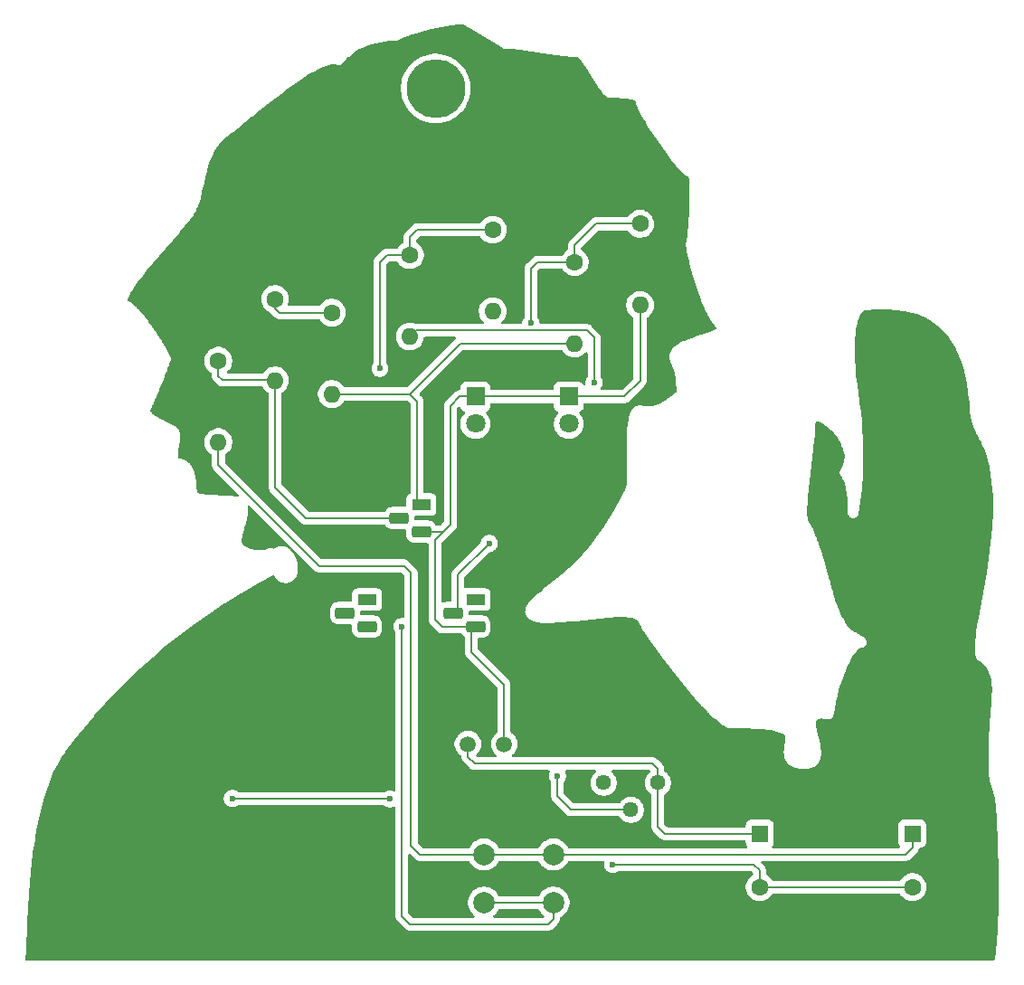
<source format=gbr>
%TF.GenerationSoftware,KiCad,Pcbnew,9.0.1*%
%TF.CreationDate,2025-06-11T16:25:31+05:30*%
%TF.ProjectId,zenitsu,7a656e69-7473-4752-9e6b-696361645f70,rev?*%
%TF.SameCoordinates,Original*%
%TF.FileFunction,Copper,L1,Top*%
%TF.FilePolarity,Positive*%
%FSLAX46Y46*%
G04 Gerber Fmt 4.6, Leading zero omitted, Abs format (unit mm)*
G04 Created by KiCad (PCBNEW 9.0.1) date 2025-06-11 16:25:31*
%MOMM*%
%LPD*%
G01*
G04 APERTURE LIST*
G04 Aperture macros list*
%AMRoundRect*
0 Rectangle with rounded corners*
0 $1 Rounding radius*
0 $2 $3 $4 $5 $6 $7 $8 $9 X,Y pos of 4 corners*
0 Add a 4 corners polygon primitive as box body*
4,1,4,$2,$3,$4,$5,$6,$7,$8,$9,$2,$3,0*
0 Add four circle primitives for the rounded corners*
1,1,$1+$1,$2,$3*
1,1,$1+$1,$4,$5*
1,1,$1+$1,$6,$7*
1,1,$1+$1,$8,$9*
0 Add four rect primitives between the rounded corners*
20,1,$1+$1,$2,$3,$4,$5,0*
20,1,$1+$1,$4,$5,$6,$7,0*
20,1,$1+$1,$6,$7,$8,$9,0*
20,1,$1+$1,$8,$9,$2,$3,0*%
G04 Aperture macros list end*
%TA.AperFunction,ComponentPad*%
%ADD10C,2.000000*%
%TD*%
%TA.AperFunction,ComponentPad*%
%ADD11O,1.600000X1.600000*%
%TD*%
%TA.AperFunction,ComponentPad*%
%ADD12C,1.600000*%
%TD*%
%TA.AperFunction,ComponentPad*%
%ADD13C,1.500000*%
%TD*%
%TA.AperFunction,ComponentPad*%
%ADD14C,1.800000*%
%TD*%
%TA.AperFunction,ComponentPad*%
%ADD15R,1.800000X1.800000*%
%TD*%
%TA.AperFunction,ComponentPad*%
%ADD16RoundRect,0.275000X-0.625000X0.275000X-0.625000X-0.275000X0.625000X-0.275000X0.625000X0.275000X0*%
%TD*%
%TA.AperFunction,ComponentPad*%
%ADD17R,1.800000X1.100000*%
%TD*%
%TA.AperFunction,ComponentPad*%
%ADD18R,1.600000X1.600000*%
%TD*%
%TA.AperFunction,ComponentPad*%
%ADD19C,1.440000*%
%TD*%
%TA.AperFunction,ViaPad*%
%ADD20C,0.600000*%
%TD*%
%TA.AperFunction,ViaPad*%
%ADD21C,5.500000*%
%TD*%
%TA.AperFunction,Conductor*%
%ADD22C,0.200000*%
%TD*%
G04 APERTURE END LIST*
D10*
%TO.P,SW1,2,2*%
%TO.N,Net-(Q3-B)*%
X148915996Y-135041000D03*
X142415996Y-135041000D03*
%TO.P,SW1,1,1*%
%TO.N,Net-(C2-Pad1)*%
X148915996Y-130541000D03*
X142415996Y-130541000D03*
%TD*%
D11*
%TO.P,R7,2*%
%TO.N,Net-(C2-Pad1)*%
X117558996Y-91935000D03*
D12*
%TO.P,R7,1*%
%TO.N,Net-(Q2-B)*%
X117558996Y-84315000D03*
%TD*%
D13*
%TO.P,R3,2*%
%TO.N,GND*%
X144307996Y-120212000D03*
%TO.P,R3,1*%
%TO.N,Net-(Q1-B)*%
X140907996Y-120212000D03*
%TD*%
D11*
%TO.P,R6,2*%
%TO.N,Net-(Q2-C)*%
X150908996Y-82703000D03*
D12*
%TO.P,R6,1*%
%TO.N,Net-(Q3-B)*%
X150908996Y-75083000D03*
%TD*%
D11*
%TO.P,R4,2*%
%TO.N,Net-(Q2-C)*%
X128175996Y-87432000D03*
D12*
%TO.P,R4,1*%
%TO.N,Net-(BT1-+)*%
X128175996Y-79812000D03*
%TD*%
D14*
%TO.P,D1,2,A*%
%TO.N,Net-(D1-A)*%
X150343996Y-90217000D03*
D15*
%TO.P,D1,1,K*%
%TO.N,GND*%
X150343996Y-87677000D03*
%TD*%
D11*
%TO.P,R2,2*%
%TO.N,Net-(D1-A)*%
X135483996Y-82049000D03*
D12*
%TO.P,R2,1*%
%TO.N,Net-(Q1-E)*%
X135483996Y-74429000D03*
%TD*%
D15*
%TO.P,D2,1,K*%
%TO.N,GND*%
X141616998Y-87680000D03*
D14*
%TO.P,D2,2,A*%
%TO.N,Net-(D2-A)*%
X141616998Y-90220000D03*
%TD*%
D16*
%TO.P,Q1,3,E*%
%TO.N,Net-(Q1-E)*%
X131475372Y-109220000D03*
%TO.P,Q1,2,B*%
%TO.N,Net-(Q1-B)*%
X129405372Y-107950000D03*
D17*
%TO.P,Q1,1,C*%
X131475372Y-106680000D03*
%TD*%
D16*
%TO.P,Q3,3,E*%
%TO.N,GND*%
X141635372Y-109220000D03*
%TO.P,Q3,2,B*%
%TO.N,Net-(Q3-B)*%
X139565372Y-107950000D03*
D17*
%TO.P,Q3,1,C*%
%TO.N,Net-(Q2-B)*%
X141635372Y-106680000D03*
%TD*%
D16*
%TO.P,Q2,3,E*%
%TO.N,GND*%
X136555372Y-100330000D03*
%TO.P,Q2,2,B*%
%TO.N,Net-(Q2-B)*%
X134485372Y-99060000D03*
D17*
%TO.P,Q2,1,C*%
%TO.N,Net-(Q2-C)*%
X136555372Y-97790000D03*
%TD*%
D12*
%TO.P,C1,2*%
%TO.N,GND*%
X168222872Y-133587500D03*
D18*
%TO.P,C1,1*%
%TO.N,Net-(Q1-B)*%
X168222872Y-128587500D03*
%TD*%
D19*
%TO.P,RV1,3,3*%
%TO.N,unconnected-(RV1-Pad3)*%
X153617872Y-123825000D03*
%TO.P,RV1,2,2*%
%TO.N,Net-(Q2-C)*%
X156157872Y-126365000D03*
%TO.P,RV1,1,1*%
%TO.N,Net-(Q1-B)*%
X158697872Y-123825000D03*
%TD*%
D11*
%TO.P,R1,2*%
%TO.N,Net-(D2-A)*%
X143220996Y-79671000D03*
D12*
%TO.P,R1,1*%
%TO.N,Net-(Q1-E)*%
X143220996Y-72051000D03*
%TD*%
%TO.P,C2,2*%
%TO.N,GND*%
X182510372Y-133587500D03*
D18*
%TO.P,C2,1*%
%TO.N,Net-(C2-Pad1)*%
X182510372Y-128587500D03*
%TD*%
D11*
%TO.P,R5,2*%
%TO.N,Net-(Q2-B)*%
X122866996Y-86163000D03*
D12*
%TO.P,R5,1*%
%TO.N,Net-(BT1-+)*%
X122866996Y-78543000D03*
%TD*%
D11*
%TO.P,R8,2*%
%TO.N,GND*%
X157024996Y-79125000D03*
D12*
%TO.P,R8,1*%
%TO.N,Net-(Q3-B)*%
X157024996Y-71505000D03*
%TD*%
D20*
%TO.N,GND*%
X154474998Y-131481000D03*
%TO.N,Net-(Q3-B)*%
X142900998Y-101419000D03*
%TO.N,Net-(Q1-E)*%
X132674998Y-85034000D03*
%TO.N,Net-(Q2-C)*%
X149287998Y-123178000D03*
%TO.N,Net-(Q3-B)*%
X134736998Y-109201000D03*
X146811998Y-80775000D03*
%TO.N,GND*%
X118865372Y-125282000D03*
X133617998Y-125345000D03*
%TO.N,Net-(D1-A)*%
X152715998Y-86346000D03*
D21*
%TO.N,*%
X137899998Y-58836000D03*
%TD*%
D22*
%TO.N,GND*%
X167667998Y-131481000D02*
X168222872Y-132035874D01*
%TO.N,Net-(Q1-B)*%
X168222872Y-128587500D02*
X159332498Y-128587500D01*
X159332498Y-128587500D02*
X158697872Y-127952874D01*
%TO.N,GND*%
X144307996Y-120212000D02*
X144307996Y-114662998D01*
X144307996Y-114662998D02*
X141235372Y-111590374D01*
X141235372Y-111590374D02*
X141235372Y-109220000D01*
%TO.N,Net-(Q1-B)*%
X158697872Y-127952874D02*
X158697872Y-123825000D01*
%TO.N,Net-(Q3-B)*%
X142415996Y-135041000D02*
X148915996Y-135041000D01*
%TO.N,Net-(C2-Pad1)*%
X117558996Y-94093791D02*
X117558996Y-91935000D01*
%TO.N,Net-(BT1-+)*%
X123263998Y-79812000D02*
X122866996Y-79414998D01*
X122866996Y-79414998D02*
X122866996Y-78543000D01*
%TO.N,Net-(C2-Pad1)*%
X135592998Y-129698000D02*
X135592998Y-104185463D01*
X135592998Y-104185463D02*
X134928535Y-103521000D01*
X142415996Y-130541000D02*
X136435998Y-130541000D01*
X126986205Y-103521000D02*
X117558996Y-94093791D01*
X134928535Y-103521000D02*
X126986205Y-103521000D01*
X136435998Y-130541000D02*
X135592998Y-129698000D01*
%TO.N,Net-(BT1-+)*%
X128175996Y-79812000D02*
X123263998Y-79812000D01*
%TO.N,Net-(Q1-B)*%
X158697872Y-123825000D02*
X158697872Y-122536874D01*
X158697872Y-122536874D02*
X158194998Y-122034000D01*
X140907996Y-121389998D02*
X140907996Y-120212000D01*
X141551998Y-122034000D02*
X140907996Y-121389998D01*
X158194998Y-122034000D02*
X141551998Y-122034000D01*
%TO.N,Net-(C2-Pad1)*%
X142415996Y-130541000D02*
X148915996Y-130541000D01*
X181890998Y-130541000D02*
X182510372Y-129921626D01*
X182510372Y-129921626D02*
X182510372Y-128587500D01*
X148915996Y-130541000D02*
X181890998Y-130541000D01*
%TO.N,Net-(Q3-B)*%
X150908996Y-73482002D02*
X150908996Y-75083000D01*
X152885998Y-71505000D02*
X150908996Y-73482002D01*
X157024996Y-71505000D02*
X152885998Y-71505000D01*
%TO.N,GND*%
X154474998Y-131481000D02*
X167667998Y-131481000D01*
X168222872Y-132035874D02*
X168222872Y-133587500D01*
%TO.N,Net-(Q1-E)*%
X132674998Y-85034000D02*
X132674998Y-75085000D01*
X133330998Y-74429000D02*
X135483996Y-74429000D01*
X132674998Y-75085000D02*
X133330998Y-74429000D01*
%TO.N,GND*%
X139272998Y-88556000D02*
X139272998Y-99662000D01*
X141616998Y-87680000D02*
X140148998Y-87680000D01*
X140148998Y-87680000D02*
X139272998Y-88556000D01*
X139272998Y-99662000D02*
X138604998Y-100330000D01*
X138604998Y-100330000D02*
X136155372Y-100330000D01*
X150340996Y-87680000D02*
X141616998Y-87680000D01*
X141235372Y-109220000D02*
X138486998Y-109220000D01*
X137845998Y-108579000D02*
X137845998Y-101089000D01*
X137845998Y-101089000D02*
X138604998Y-100330000D01*
X138486998Y-109220000D02*
X137845998Y-108579000D01*
X150343996Y-87677000D02*
X150340996Y-87680000D01*
X182510372Y-133587500D02*
X168222872Y-133587500D01*
X157024996Y-79125000D02*
X157024996Y-86211002D01*
X157024996Y-86211002D02*
X155558998Y-87677000D01*
X155558998Y-87677000D02*
X150343996Y-87677000D01*
%TO.N,Net-(Q3-B)*%
X135484998Y-137061000D02*
X148441998Y-137061000D01*
%TO.N,Net-(Q2-C)*%
X150558998Y-126365000D02*
X149287998Y-125094000D01*
%TO.N,Net-(Q3-B)*%
X148915996Y-136587002D02*
X148915996Y-135041000D01*
X134736998Y-109201000D02*
X134736998Y-136313000D01*
%TO.N,Net-(Q2-C)*%
X156157872Y-126365000D02*
X150558998Y-126365000D01*
%TO.N,Net-(Q3-B)*%
X148441998Y-137061000D02*
X148915996Y-136587002D01*
X134736998Y-136313000D02*
X135484998Y-137061000D01*
%TO.N,Net-(Q2-C)*%
X149287998Y-125094000D02*
X149287998Y-123178000D01*
X136155372Y-88126374D02*
X135460998Y-87432000D01*
%TO.N,Net-(Q2-B)*%
X122866996Y-96171998D02*
X125754998Y-99060000D01*
X122866996Y-86163000D02*
X122866996Y-96171998D01*
X125754998Y-99060000D02*
X134885372Y-99060000D01*
%TO.N,Net-(Q2-C)*%
X136155372Y-97790000D02*
X136155372Y-88126374D01*
X150908996Y-82703000D02*
X140189998Y-82703000D01*
X135460998Y-87432000D02*
X128175996Y-87432000D01*
X140189998Y-82703000D02*
X135460998Y-87432000D01*
%TO.N,Net-(D1-A)*%
X152715998Y-82147000D02*
X152715998Y-86346000D01*
X136063390Y-81469606D02*
X152038604Y-81469606D01*
%TO.N,Net-(Q3-B)*%
X146811998Y-75681000D02*
X147409998Y-75083000D01*
%TO.N,Net-(Q1-E)*%
X136167998Y-72051000D02*
X135483996Y-72735002D01*
X135483996Y-72735002D02*
X135483996Y-74429000D01*
%TO.N,Net-(D1-A)*%
X135483996Y-82049000D02*
X136063390Y-81469606D01*
X152038604Y-81469606D02*
X152715998Y-82147000D01*
%TO.N,Net-(Q1-E)*%
X143220996Y-72051000D02*
X136167998Y-72051000D01*
%TO.N,Net-(Q3-B)*%
X139965372Y-104354626D02*
X139965372Y-107950000D01*
X146811998Y-80775000D02*
X146811998Y-75681000D01*
%TO.N,GND*%
X118928372Y-125345000D02*
X133617998Y-125345000D01*
X118865372Y-125282000D02*
X118928372Y-125345000D01*
%TO.N,Net-(Q3-B)*%
X142900998Y-101419000D02*
X139965372Y-104354626D01*
X147409998Y-75083000D02*
X150908996Y-75083000D01*
%TO.N,Net-(Q2-B)*%
X117558996Y-84315000D02*
X117558996Y-85735998D01*
X117558996Y-85735998D02*
X117968998Y-86146000D01*
X122849996Y-86146000D02*
X122866996Y-86163000D01*
X117968998Y-86146000D02*
X122849996Y-86146000D01*
%TD*%
%TA.AperFunction,NonConductor*%
G36*
X149746433Y-83323185D02*
G01*
X149789879Y-83371205D01*
X149796711Y-83384614D01*
X149917024Y-83550213D01*
X150061782Y-83694971D01*
X150216745Y-83807556D01*
X150227386Y-83815287D01*
X150323063Y-83864037D01*
X150409772Y-83908218D01*
X150409774Y-83908218D01*
X150409777Y-83908220D01*
X150448150Y-83920688D01*
X150604461Y-83971477D01*
X150676772Y-83982930D01*
X150806644Y-84003500D01*
X150806645Y-84003500D01*
X151011347Y-84003500D01*
X151011348Y-84003500D01*
X151213530Y-83971477D01*
X151408215Y-83908220D01*
X151590606Y-83815287D01*
X151726704Y-83716407D01*
X151756209Y-83694971D01*
X151756211Y-83694968D01*
X151756215Y-83694966D01*
X151900962Y-83550219D01*
X151900962Y-83550218D01*
X151903817Y-83547364D01*
X151965140Y-83513879D01*
X152034832Y-83518863D01*
X152090765Y-83560735D01*
X152115182Y-83626199D01*
X152115498Y-83635045D01*
X152115498Y-85766234D01*
X152095813Y-85833273D01*
X152094600Y-85835125D01*
X152006607Y-85966814D01*
X152006600Y-85966827D01*
X151946262Y-86112498D01*
X151946259Y-86112510D01*
X151915498Y-86267153D01*
X151915498Y-86267158D01*
X151915498Y-86424842D01*
X151915499Y-86424846D01*
X151922126Y-86458164D01*
X151915898Y-86527755D01*
X151873034Y-86582932D01*
X151807144Y-86606176D01*
X151739147Y-86590108D01*
X151691676Y-86541782D01*
X151687789Y-86534664D01*
X151601543Y-86419455D01*
X151601540Y-86419452D01*
X151486331Y-86333206D01*
X151486324Y-86333202D01*
X151351478Y-86282908D01*
X151351479Y-86282908D01*
X151291879Y-86276501D01*
X151291877Y-86276500D01*
X151291869Y-86276500D01*
X151291860Y-86276500D01*
X149396125Y-86276500D01*
X149396119Y-86276501D01*
X149336512Y-86282908D01*
X149201667Y-86333202D01*
X149201660Y-86333206D01*
X149086451Y-86419452D01*
X149086448Y-86419455D01*
X149000202Y-86534664D01*
X149000198Y-86534671D01*
X148949904Y-86669517D01*
X148943497Y-86729116D01*
X148943496Y-86729135D01*
X148943496Y-86955500D01*
X148923811Y-87022539D01*
X148871007Y-87068294D01*
X148819496Y-87079500D01*
X143141497Y-87079500D01*
X143074458Y-87059815D01*
X143028703Y-87007011D01*
X143017497Y-86955500D01*
X143017497Y-86732127D01*
X143017496Y-86732123D01*
X143017495Y-86732116D01*
X143011089Y-86672517D01*
X143002645Y-86649878D01*
X142960795Y-86537671D01*
X142960791Y-86537664D01*
X142874545Y-86422455D01*
X142874542Y-86422452D01*
X142759333Y-86336206D01*
X142759326Y-86336202D01*
X142624480Y-86285908D01*
X142624481Y-86285908D01*
X142564881Y-86279501D01*
X142564879Y-86279500D01*
X142564871Y-86279500D01*
X142564862Y-86279500D01*
X140669127Y-86279500D01*
X140669121Y-86279501D01*
X140609514Y-86285908D01*
X140474669Y-86336202D01*
X140474662Y-86336206D01*
X140359453Y-86422452D01*
X140359450Y-86422455D01*
X140273204Y-86537664D01*
X140273200Y-86537671D01*
X140222906Y-86672517D01*
X140216499Y-86732116D01*
X140216498Y-86732127D01*
X140216498Y-86955500D01*
X140196813Y-87022539D01*
X140144009Y-87068294D01*
X140092498Y-87079500D01*
X140069941Y-87079500D01*
X139917213Y-87120423D01*
X139917212Y-87120423D01*
X139917210Y-87120424D01*
X139917207Y-87120425D01*
X139875659Y-87144414D01*
X139875657Y-87144415D01*
X139780288Y-87199475D01*
X139780280Y-87199481D01*
X138792479Y-88187282D01*
X138792475Y-88187287D01*
X138749231Y-88262190D01*
X138749231Y-88262191D01*
X138713421Y-88324214D01*
X138706283Y-88350854D01*
X138672497Y-88476943D01*
X138672497Y-88476945D01*
X138672497Y-88645046D01*
X138672498Y-88645059D01*
X138672498Y-99361902D01*
X138652813Y-99428941D01*
X138636179Y-99449583D01*
X138392582Y-99693181D01*
X138331259Y-99726666D01*
X138304901Y-99729500D01*
X137960262Y-99729500D01*
X137893223Y-99709815D01*
X137855268Y-99671472D01*
X137819071Y-99613865D01*
X137790519Y-99568424D01*
X137666948Y-99444853D01*
X137518978Y-99351878D01*
X137518977Y-99351877D01*
X137518976Y-99351877D01*
X137354030Y-99294159D01*
X137354020Y-99294157D01*
X137223930Y-99279500D01*
X137223924Y-99279500D01*
X136009872Y-99279500D01*
X136001186Y-99276949D01*
X135992225Y-99278238D01*
X135968184Y-99267259D01*
X135942833Y-99259815D01*
X135936905Y-99252974D01*
X135928669Y-99249213D01*
X135914379Y-99226978D01*
X135897078Y-99207011D01*
X135894790Y-99196496D01*
X135890895Y-99190435D01*
X135885872Y-99155500D01*
X135885872Y-98964499D01*
X135905557Y-98897460D01*
X135958361Y-98851705D01*
X136009872Y-98840499D01*
X137503243Y-98840499D01*
X137503244Y-98840499D01*
X137562855Y-98834091D01*
X137697703Y-98783796D01*
X137812918Y-98697546D01*
X137899168Y-98582331D01*
X137949463Y-98447483D01*
X137955872Y-98387873D01*
X137955871Y-97192128D01*
X137949463Y-97132517D01*
X137941875Y-97112173D01*
X137899169Y-96997671D01*
X137899165Y-96997664D01*
X137812919Y-96882455D01*
X137812916Y-96882452D01*
X137697707Y-96796206D01*
X137697700Y-96796202D01*
X137562854Y-96745908D01*
X137562855Y-96745908D01*
X137503255Y-96739501D01*
X137503253Y-96739500D01*
X137503245Y-96739500D01*
X137503237Y-96739500D01*
X136879872Y-96739500D01*
X136812833Y-96719815D01*
X136767078Y-96667011D01*
X136755872Y-96615500D01*
X136755872Y-88047320D01*
X136755872Y-88047317D01*
X136747373Y-88015597D01*
X136714949Y-87894589D01*
X136714947Y-87894586D01*
X136714947Y-87894584D01*
X136714946Y-87894583D01*
X136681360Y-87836411D01*
X136681358Y-87836409D01*
X136675612Y-87826457D01*
X136635892Y-87757658D01*
X136524088Y-87645854D01*
X136524087Y-87645853D01*
X136519757Y-87641523D01*
X136519746Y-87641513D01*
X136397914Y-87519681D01*
X136364429Y-87458358D01*
X136369413Y-87388666D01*
X136397914Y-87344319D01*
X140402414Y-83339819D01*
X140463737Y-83306334D01*
X140490095Y-83303500D01*
X149679394Y-83303500D01*
X149746433Y-83323185D01*
G37*
%TD.AperFunction*%
%TA.AperFunction,NonConductor*%
G36*
X147528967Y-135661185D02*
G01*
X147572412Y-135709203D01*
X147632653Y-135827433D01*
X147771479Y-136018510D01*
X147938486Y-136185517D01*
X148008222Y-136236183D01*
X148050886Y-136291512D01*
X148056865Y-136361125D01*
X148024259Y-136422920D01*
X147963420Y-136457278D01*
X147935335Y-136460500D01*
X143396657Y-136460500D01*
X143329618Y-136440815D01*
X143283863Y-136388011D01*
X143273919Y-136318853D01*
X143302944Y-136255297D01*
X143323767Y-136236184D01*
X143393506Y-136185517D01*
X143560513Y-136018510D01*
X143699339Y-135827433D01*
X143759579Y-135709204D01*
X143807554Y-135658409D01*
X143870064Y-135641500D01*
X147461928Y-135641500D01*
X147528967Y-135661185D01*
G37*
%TD.AperFunction*%
%TA.AperFunction,NonConductor*%
G36*
X140488779Y-52852652D02*
G01*
X140489069Y-52852826D01*
X141614649Y-53527405D01*
X144151224Y-55047616D01*
X144152966Y-55048681D01*
X144204459Y-55080732D01*
X144204467Y-55080734D01*
X144206302Y-55081567D01*
X144206324Y-55081577D01*
X144209284Y-55082920D01*
X144209286Y-55082921D01*
X144209889Y-55083194D01*
X144210358Y-55083367D01*
X144212226Y-55084176D01*
X144212227Y-55084177D01*
X144270528Y-55100823D01*
X144272494Y-55101402D01*
X144330552Y-55119041D01*
X144330557Y-55119041D01*
X144332542Y-55119370D01*
X144332543Y-55119370D01*
X144335729Y-55119897D01*
X144335730Y-55119897D01*
X144335739Y-55119899D01*
X144336458Y-55120018D01*
X144336972Y-55120064D01*
X144338937Y-55120355D01*
X144338947Y-55120358D01*
X144399630Y-55121347D01*
X144401649Y-55121398D01*
X144653760Y-55129759D01*
X144658735Y-55130025D01*
X144979981Y-55153681D01*
X144983662Y-55154009D01*
X145828381Y-55242315D01*
X145831280Y-55242653D01*
X147931136Y-55513543D01*
X149890483Y-55773591D01*
X149894973Y-55775357D01*
X149955741Y-55782252D01*
X150016341Y-55790295D01*
X150016348Y-55790294D01*
X150019769Y-55790298D01*
X150033624Y-55791088D01*
X150655259Y-55861623D01*
X150662807Y-55864321D01*
X150720589Y-55869036D01*
X150754918Y-55872931D01*
X150778232Y-55875577D01*
X150778232Y-55875576D01*
X150778233Y-55875577D01*
X150778233Y-55875576D01*
X150786364Y-55875431D01*
X150786374Y-55876032D01*
X150800454Y-55875553D01*
X150948335Y-55887622D01*
X150961128Y-55891448D01*
X151013833Y-55892967D01*
X151066377Y-55897255D01*
X151066693Y-55897197D01*
X151092509Y-55895234D01*
X151135681Y-55896478D01*
X151202124Y-55918086D01*
X151208410Y-55922683D01*
X151223705Y-55934623D01*
X151231922Y-55941634D01*
X151289199Y-55994989D01*
X151294845Y-56000598D01*
X151362031Y-56071763D01*
X151367588Y-56078063D01*
X151542793Y-56290845D01*
X151547263Y-56296612D01*
X151740110Y-56561162D01*
X151742727Y-56564894D01*
X151948897Y-56870734D01*
X151950850Y-56873723D01*
X152389650Y-57566915D01*
X152390148Y-57567709D01*
X152638924Y-57967366D01*
X152794209Y-58216829D01*
X152795481Y-58220780D01*
X152828990Y-58272703D01*
X152849780Y-58306102D01*
X152861662Y-58325190D01*
X152862747Y-58326511D01*
X152871114Y-58337977D01*
X153000283Y-58538129D01*
X153008223Y-58550432D01*
X153010468Y-58556818D01*
X153043886Y-58605694D01*
X153044793Y-58607098D01*
X153076014Y-58655476D01*
X153081276Y-58661672D01*
X153080651Y-58662201D01*
X153089298Y-58672110D01*
X153198374Y-58831640D01*
X153208051Y-58845792D01*
X153208050Y-58845792D01*
X153213124Y-58853212D01*
X153215621Y-58856864D01*
X153220017Y-58867737D01*
X153252714Y-58911113D01*
X153283382Y-58955966D01*
X153283384Y-58955968D01*
X153288650Y-58961844D01*
X153300359Y-58974319D01*
X153409391Y-59118961D01*
X153417516Y-59129739D01*
X153426812Y-59148230D01*
X153457027Y-59182155D01*
X153460077Y-59186201D01*
X153467714Y-59196333D01*
X153484383Y-59218445D01*
X153491874Y-59224295D01*
X153508141Y-59239545D01*
X153613307Y-59357623D01*
X153627872Y-59380240D01*
X153656946Y-59406621D01*
X153661334Y-59411548D01*
X153683063Y-59435944D01*
X153683065Y-59435946D01*
X153697476Y-59445416D01*
X153712697Y-59457207D01*
X153719483Y-59463364D01*
X153732157Y-59476708D01*
X153744457Y-59491751D01*
X153769195Y-59509545D01*
X153780116Y-59518380D01*
X153802685Y-59538859D01*
X153819967Y-59547748D01*
X153835661Y-59557355D01*
X153847496Y-59565868D01*
X153856103Y-59572656D01*
X153880677Y-59593869D01*
X153885053Y-59597646D01*
X153895538Y-59602714D01*
X153896191Y-59603032D01*
X153905533Y-59607615D01*
X153923441Y-59620497D01*
X153959133Y-59634004D01*
X153964363Y-59636479D01*
X153964408Y-59636501D01*
X154012292Y-59659160D01*
X154013082Y-59659537D01*
X154070120Y-59687111D01*
X154070122Y-59687111D01*
X154072354Y-59687849D01*
X154072570Y-59687920D01*
X154073985Y-59688388D01*
X154074101Y-59688409D01*
X154074103Y-59688410D01*
X154136662Y-59699806D01*
X154137061Y-59699881D01*
X154177828Y-59707658D01*
X154187191Y-59709824D01*
X154221017Y-59719047D01*
X154231871Y-59719094D01*
X154253551Y-59721100D01*
X154264222Y-59723045D01*
X154303117Y-59719863D01*
X154313751Y-59719452D01*
X154621347Y-59720799D01*
X154623768Y-59720835D01*
X155032102Y-59730934D01*
X155035046Y-59731043D01*
X155249991Y-59741698D01*
X155252689Y-59741861D01*
X155472373Y-59757712D01*
X155475652Y-59757996D01*
X155692261Y-59779731D01*
X155696524Y-59780235D01*
X155903994Y-59808423D01*
X155909380Y-59809277D01*
X156101111Y-59844070D01*
X156108086Y-59845544D01*
X156283218Y-59887863D01*
X156289748Y-59889632D01*
X156358030Y-59910146D01*
X156363219Y-59911830D01*
X156427483Y-59934281D01*
X156433466Y-59936547D01*
X156487444Y-59958608D01*
X156494363Y-59961686D01*
X156536804Y-59982148D01*
X156544768Y-59986352D01*
X156550825Y-59989837D01*
X156552323Y-59990699D01*
X156600614Y-60041194D01*
X156614035Y-60087642D01*
X156614325Y-60091044D01*
X156616066Y-60098983D01*
X156614718Y-60099278D01*
X156619332Y-60124130D01*
X156619774Y-60145533D01*
X156619774Y-60145538D01*
X156624931Y-60163308D01*
X156628781Y-60181668D01*
X156631198Y-60200020D01*
X156643217Y-60229033D01*
X156647745Y-60241932D01*
X156658266Y-60278189D01*
X156662105Y-60296465D01*
X156664563Y-60315027D01*
X156664564Y-60315030D01*
X156676520Y-60343836D01*
X156681080Y-60356813D01*
X156689774Y-60386774D01*
X156689776Y-60386778D01*
X156699466Y-60402792D01*
X156707904Y-60419451D01*
X156782622Y-60599467D01*
X156798690Y-60638178D01*
X156802478Y-60656392D01*
X156823861Y-60698821D01*
X156842078Y-60742711D01*
X156842079Y-60742712D01*
X156846275Y-60748173D01*
X156858684Y-60767921D01*
X156999916Y-61048162D01*
X157006082Y-61060397D01*
X157008665Y-61070650D01*
X157035666Y-61119097D01*
X157036824Y-61121394D01*
X157036824Y-61121395D01*
X157060632Y-61168636D01*
X157065208Y-61175357D01*
X157065063Y-61175455D01*
X157074346Y-61188499D01*
X157265290Y-61531101D01*
X157272373Y-61543810D01*
X157274317Y-61550703D01*
X157304381Y-61601241D01*
X157305229Y-61602763D01*
X157333042Y-61652666D01*
X157337892Y-61659189D01*
X157337293Y-61659633D01*
X157345467Y-61670310D01*
X157537361Y-61992890D01*
X157588239Y-62078416D01*
X157589849Y-62083684D01*
X157621892Y-62134987D01*
X157622576Y-62136136D01*
X157622576Y-62136137D01*
X157652801Y-62186947D01*
X157656044Y-62191061D01*
X157663827Y-62202129D01*
X157943851Y-62650466D01*
X157945304Y-62654925D01*
X157978698Y-62706260D01*
X157979301Y-62707225D01*
X158011174Y-62758256D01*
X158013142Y-62760644D01*
X158021391Y-62771887D01*
X158322541Y-63234823D01*
X158322541Y-63234824D01*
X158329134Y-63244959D01*
X158330559Y-63249090D01*
X158365017Y-63300120D01*
X158365595Y-63301008D01*
X158365612Y-63301034D01*
X158398608Y-63351756D01*
X158400095Y-63353494D01*
X158408625Y-63364698D01*
X158551144Y-63575750D01*
X158733930Y-63846433D01*
X158735447Y-63850595D01*
X158770739Y-63900944D01*
X158771377Y-63901889D01*
X158803806Y-63949912D01*
X158805200Y-63951976D01*
X158805202Y-63951978D01*
X158806804Y-63953787D01*
X158815514Y-63964824D01*
X159140847Y-64428959D01*
X159140846Y-64428959D01*
X159148090Y-64439294D01*
X159149839Y-64443820D01*
X159185832Y-64493138D01*
X159186487Y-64494072D01*
X159186522Y-64494121D01*
X159220943Y-64543227D01*
X159223325Y-64545824D01*
X159232104Y-64556540D01*
X159561567Y-65007969D01*
X159563761Y-65013286D01*
X159600336Y-65061092D01*
X159601172Y-65062237D01*
X159601192Y-65062264D01*
X159635865Y-65109772D01*
X159639929Y-65114036D01*
X159648650Y-65124240D01*
X159955774Y-65525666D01*
X159955775Y-65525666D01*
X159964583Y-65537179D01*
X159967597Y-65543922D01*
X160004566Y-65589440D01*
X160012792Y-65600192D01*
X160040178Y-65635985D01*
X160045917Y-65641741D01*
X160045415Y-65642240D01*
X160055161Y-65651734D01*
X160339331Y-66001611D01*
X160348001Y-66012286D01*
X160352623Y-66021584D01*
X160389434Y-66063298D01*
X160391036Y-66065271D01*
X160391046Y-66065282D01*
X160424537Y-66106518D01*
X160430445Y-66112108D01*
X160430303Y-66112257D01*
X160442046Y-66122921D01*
X160704378Y-66420204D01*
X160712616Y-66434396D01*
X160747832Y-66469448D01*
X160780715Y-66506712D01*
X160780716Y-66506713D01*
X160784170Y-66509005D01*
X160803074Y-66524433D01*
X161024724Y-66745051D01*
X161036528Y-66762028D01*
X161071248Y-66791359D01*
X161074838Y-66794932D01*
X161074839Y-66794933D01*
X161090117Y-66810139D01*
X161103472Y-66823432D01*
X161105666Y-66824692D01*
X161111695Y-66828155D01*
X161129957Y-66840956D01*
X161174560Y-66878635D01*
X161189698Y-66893856D01*
X161197151Y-66902778D01*
X161228437Y-66924785D01*
X161237117Y-66931482D01*
X161266358Y-66956185D01*
X161276872Y-66961130D01*
X161295432Y-66971913D01*
X161335373Y-67000010D01*
X161346758Y-67009062D01*
X161368485Y-67028528D01*
X161368487Y-67028529D01*
X161387006Y-67037907D01*
X161387005Y-67037907D01*
X161395005Y-67041958D01*
X161419308Y-67059054D01*
X161453532Y-67071595D01*
X161517420Y-67103946D01*
X161568335Y-67151794D01*
X161581237Y-67182710D01*
X161588440Y-67209802D01*
X161591352Y-67224096D01*
X161628080Y-67480734D01*
X161628986Y-67489054D01*
X161654897Y-67835564D01*
X161655182Y-67840956D01*
X161667980Y-68252412D01*
X161668033Y-68257629D01*
X161657237Y-69240788D01*
X161657111Y-69245170D01*
X161606265Y-70341603D01*
X161606096Y-70344503D01*
X161527210Y-71473341D01*
X161527039Y-71475519D01*
X161432618Y-72553244D01*
X161432437Y-72555136D01*
X161334943Y-73500985D01*
X161334944Y-73500986D01*
X161334882Y-73501591D01*
X161327777Y-73564888D01*
X161328122Y-73567175D01*
X161327886Y-73569472D01*
X161330635Y-73586611D01*
X161337869Y-73631704D01*
X161338042Y-73632813D01*
X161389815Y-73975363D01*
X161389814Y-73975363D01*
X161391878Y-73989021D01*
X161391152Y-73999118D01*
X161401699Y-74053990D01*
X161402072Y-74056457D01*
X161402072Y-74056458D01*
X161410058Y-74109299D01*
X161412312Y-74117110D01*
X161412076Y-74117177D01*
X161416722Y-74132151D01*
X161480494Y-74463927D01*
X161483208Y-74478051D01*
X161482888Y-74485879D01*
X161495618Y-74542615D01*
X161495978Y-74544483D01*
X161495981Y-74544496D01*
X161506606Y-74599772D01*
X161509167Y-74607477D01*
X161508571Y-74607674D01*
X161513174Y-74620850D01*
X161597307Y-74995783D01*
X161600523Y-75010114D01*
X161600424Y-75016692D01*
X161614922Y-75074283D01*
X161615275Y-75075855D01*
X161627935Y-75132273D01*
X161630735Y-75139904D01*
X161629834Y-75140234D01*
X161634578Y-75152358D01*
X161737912Y-75562823D01*
X161741302Y-75576287D01*
X161741351Y-75582209D01*
X161757356Y-75640055D01*
X161757707Y-75641447D01*
X161757717Y-75641485D01*
X161771813Y-75697477D01*
X161772030Y-75698336D01*
X161774370Y-75704237D01*
X161778614Y-75716883D01*
X161899540Y-76153932D01*
X161899539Y-76153932D01*
X161903156Y-76167004D01*
X161903329Y-76172662D01*
X161920680Y-76230338D01*
X161921056Y-76231696D01*
X161921063Y-76231719D01*
X161936787Y-76288545D01*
X161938995Y-76293755D01*
X161943569Y-76306420D01*
X162066432Y-76714818D01*
X162083755Y-76772397D01*
X162084058Y-76778109D01*
X162102710Y-76835405D01*
X162120073Y-76893117D01*
X162120075Y-76893121D01*
X162122457Y-76898409D01*
X162127299Y-76910936D01*
X162280820Y-77382508D01*
X162281285Y-77388549D01*
X162301184Y-77445064D01*
X162301627Y-77446424D01*
X162301644Y-77446473D01*
X162319743Y-77502067D01*
X162322636Y-77508123D01*
X162327707Y-77520387D01*
X162468338Y-77919781D01*
X162492131Y-77987351D01*
X162492822Y-77994022D01*
X162513974Y-78049386D01*
X162514523Y-78050945D01*
X162533673Y-78105331D01*
X162537350Y-78112579D01*
X162536599Y-78112959D01*
X162542695Y-78124560D01*
X162607374Y-78293849D01*
X162709370Y-78560816D01*
X162715562Y-78577021D01*
X162716594Y-78584698D01*
X162739035Y-78638461D01*
X162739709Y-78640224D01*
X162739709Y-78640226D01*
X162759831Y-78692893D01*
X162763699Y-78700044D01*
X162763133Y-78700349D01*
X162769923Y-78712460D01*
X162943742Y-79128877D01*
X162949140Y-79141810D01*
X162950723Y-79151007D01*
X162974461Y-79202472D01*
X162975343Y-79204585D01*
X162975352Y-79204605D01*
X162996309Y-79254810D01*
X163000391Y-79261836D01*
X163000065Y-79262025D01*
X163007878Y-79274921D01*
X163185537Y-79660089D01*
X163191198Y-79672361D01*
X163193724Y-79683835D01*
X163218725Y-79732043D01*
X163219932Y-79734658D01*
X163219932Y-79734659D01*
X163241474Y-79781360D01*
X163245610Y-79787912D01*
X163255161Y-79802295D01*
X163440651Y-80159942D01*
X163444909Y-80174870D01*
X163470889Y-80218245D01*
X163472638Y-80221618D01*
X163494176Y-80263147D01*
X163494178Y-80263149D01*
X163496233Y-80265399D01*
X163511058Y-80285313D01*
X163692059Y-80587507D01*
X163692060Y-80587507D01*
X163697686Y-80596900D01*
X163705402Y-80617181D01*
X163731418Y-80653217D01*
X163733938Y-80657425D01*
X163734144Y-80657768D01*
X163734144Y-80657770D01*
X163754252Y-80691341D01*
X163761974Y-80698819D01*
X163776247Y-80715312D01*
X163936088Y-80936715D01*
X163959863Y-80969646D01*
X163969867Y-80990164D01*
X163998276Y-81022854D01*
X164001550Y-81027389D01*
X164021482Y-81054997D01*
X164023641Y-81057987D01*
X164023643Y-81057988D01*
X164023646Y-81057992D01*
X164033069Y-81065670D01*
X164048337Y-81080460D01*
X164095283Y-81134481D01*
X164108466Y-81152778D01*
X164112969Y-81160405D01*
X164112971Y-81160407D01*
X164112972Y-81160408D01*
X164142254Y-81189129D01*
X164149015Y-81196310D01*
X164162609Y-81211953D01*
X164191725Y-81275467D01*
X164181881Y-81344640D01*
X164136202Y-81397509D01*
X164111160Y-81409907D01*
X163732681Y-81546695D01*
X163729482Y-81547802D01*
X162789437Y-81858807D01*
X162781426Y-81860921D01*
X162718249Y-81882356D01*
X162717360Y-81882654D01*
X162653842Y-81903669D01*
X162646163Y-81906813D01*
X162251825Y-82040609D01*
X162237938Y-82045320D01*
X162231429Y-82045915D01*
X162175708Y-82066434D01*
X162174176Y-82066954D01*
X162174130Y-82066971D01*
X162119337Y-82085562D01*
X162112109Y-82089125D01*
X162100143Y-82094260D01*
X161713511Y-82236639D01*
X161700871Y-82241293D01*
X161689458Y-82242861D01*
X161639215Y-82263998D01*
X161636553Y-82264979D01*
X161636552Y-82264979D01*
X161588028Y-82282848D01*
X161580836Y-82286628D01*
X161580823Y-82286605D01*
X161566199Y-82294717D01*
X161200790Y-82448449D01*
X161200789Y-82448448D01*
X161190067Y-82452958D01*
X161171542Y-82456932D01*
X161129574Y-82478409D01*
X161125288Y-82480213D01*
X161125279Y-82480218D01*
X161086081Y-82496709D01*
X161086079Y-82496710D01*
X161080283Y-82501209D01*
X161060752Y-82513631D01*
X160741106Y-82677218D01*
X160741107Y-82677219D01*
X160731398Y-82682188D01*
X160710495Y-82688599D01*
X160672973Y-82712087D01*
X160668196Y-82714533D01*
X160668196Y-82714534D01*
X160633548Y-82732266D01*
X160633544Y-82732269D01*
X160625415Y-82739615D01*
X160608082Y-82752712D01*
X160533991Y-82799096D01*
X160512954Y-82812266D01*
X160493793Y-82819896D01*
X160457300Y-82847107D01*
X160453016Y-82849789D01*
X160453014Y-82849789D01*
X160418732Y-82871251D01*
X160418728Y-82871255D01*
X160412313Y-82878145D01*
X160395689Y-82893047D01*
X160323345Y-82946992D01*
X160323346Y-82946993D01*
X160315726Y-82952675D01*
X160291407Y-82965578D01*
X160263136Y-82991890D01*
X160257720Y-82995930D01*
X160257718Y-82995930D01*
X160232162Y-83014988D01*
X160220986Y-83029145D01*
X160208145Y-83043074D01*
X160140465Y-83106068D01*
X160140466Y-83106069D01*
X160135245Y-83110928D01*
X160105351Y-83132944D01*
X160087225Y-83155623D01*
X160080546Y-83161840D01*
X160080542Y-83161846D01*
X160065962Y-83175417D01*
X160050046Y-83200837D01*
X160041815Y-83212444D01*
X159977813Y-83292526D01*
X159977814Y-83292527D01*
X159975297Y-83295675D01*
X159941867Y-83332353D01*
X159934306Y-83346968D01*
X159926668Y-83356527D01*
X159924032Y-83359825D01*
X159924031Y-83359826D01*
X159905740Y-83401630D01*
X159902278Y-83408890D01*
X159846931Y-83515895D01*
X159846609Y-83516516D01*
X159816982Y-83572337D01*
X159816375Y-83574973D01*
X159815131Y-83577379D01*
X159815130Y-83577380D01*
X159815130Y-83577382D01*
X159801752Y-83638480D01*
X159801464Y-83639765D01*
X159788380Y-83696623D01*
X159784770Y-83709220D01*
X159782294Y-83716403D01*
X159770685Y-83773341D01*
X159770028Y-83776372D01*
X159757015Y-83832927D01*
X159756412Y-83839222D01*
X159755970Y-83845533D01*
X159759491Y-83903510D01*
X159759546Y-83904471D01*
X159759603Y-83905550D01*
X159761709Y-83964623D01*
X159762944Y-83968654D01*
X159763574Y-83980545D01*
X159763008Y-83982930D01*
X159763075Y-83982925D01*
X159768443Y-84051148D01*
X159768597Y-84053352D01*
X159772257Y-84113573D01*
X159772774Y-84116238D01*
X159773328Y-84119096D01*
X159773371Y-84119320D01*
X159773482Y-84119727D01*
X159774049Y-84122394D01*
X159794186Y-84179261D01*
X159794567Y-84180337D01*
X159814023Y-84238561D01*
X159816524Y-84242342D01*
X159820619Y-84253905D01*
X159820624Y-84253915D01*
X159828751Y-84276865D01*
X159833958Y-84296603D01*
X159836455Y-84310684D01*
X159836457Y-84310692D01*
X159851527Y-84342930D01*
X159856080Y-84354043D01*
X159867965Y-84387603D01*
X159867966Y-84387605D01*
X159867967Y-84387606D01*
X159876068Y-84399394D01*
X159886207Y-84417111D01*
X159963898Y-84583302D01*
X159965302Y-84586305D01*
X159967856Y-84592157D01*
X160050496Y-84795627D01*
X160052608Y-84801209D01*
X160124858Y-85006984D01*
X160126578Y-85012259D01*
X160189023Y-85219311D01*
X160190405Y-85224260D01*
X160243736Y-85431848D01*
X160244826Y-85436455D01*
X160276297Y-85581761D01*
X160288060Y-85636075D01*
X160289655Y-85643437D01*
X160290500Y-85647699D01*
X160327509Y-85853122D01*
X160328150Y-85857035D01*
X160358037Y-86059902D01*
X160358509Y-86063462D01*
X160381988Y-86262695D01*
X160382324Y-86265909D01*
X160399850Y-86457455D01*
X160400156Y-86461535D01*
X160422058Y-86837107D01*
X160422232Y-86841332D01*
X160430164Y-87169790D01*
X160428704Y-87175244D01*
X160429944Y-87180753D01*
X160419773Y-87208623D01*
X160412104Y-87237286D01*
X160407418Y-87242478D01*
X160405992Y-87246388D01*
X160381213Y-87271522D01*
X160374267Y-87276799D01*
X160362320Y-87284826D01*
X160361861Y-87285096D01*
X160313549Y-87322915D01*
X160312136Y-87324005D01*
X160263225Y-87361168D01*
X160262856Y-87361535D01*
X160252034Y-87371072D01*
X159950140Y-87607403D01*
X159947692Y-87609271D01*
X159549684Y-87905203D01*
X159545115Y-87908443D01*
X159342646Y-88045235D01*
X159338069Y-88048183D01*
X159127340Y-88177457D01*
X159121481Y-88180835D01*
X158906493Y-88297091D01*
X158899202Y-88300729D01*
X158681113Y-88400747D01*
X158672229Y-88404412D01*
X158444983Y-88488000D01*
X158437256Y-88490557D01*
X158332856Y-88521350D01*
X158327131Y-88522891D01*
X158216104Y-88549944D01*
X158209968Y-88551275D01*
X158148700Y-88562950D01*
X158098606Y-88572495D01*
X158092063Y-88573561D01*
X157980186Y-88588735D01*
X157973281Y-88589475D01*
X157860748Y-88598361D01*
X157853538Y-88598720D01*
X157740009Y-88601056D01*
X157732567Y-88600985D01*
X157617762Y-88596453D01*
X157610168Y-88595920D01*
X157493623Y-88584126D01*
X157485976Y-88583111D01*
X157367267Y-88563579D01*
X157359666Y-88562083D01*
X157325701Y-88554288D01*
X157268853Y-88541241D01*
X157249704Y-88535177D01*
X157246100Y-88533705D01*
X157235701Y-88529457D01*
X157235694Y-88529455D01*
X157201195Y-88525083D01*
X157201195Y-88525084D01*
X157195061Y-88524306D01*
X157155156Y-88515149D01*
X157129967Y-88516060D01*
X157127192Y-88515709D01*
X157119964Y-88514793D01*
X157119963Y-88514793D01*
X157119962Y-88514793D01*
X157105804Y-88512999D01*
X157086121Y-88508329D01*
X157081132Y-88507271D01*
X157030350Y-88503296D01*
X157030350Y-88503295D01*
X157027351Y-88503060D01*
X156973920Y-88496291D01*
X156961872Y-88497936D01*
X156949751Y-88496988D01*
X156949746Y-88496988D01*
X156899688Y-88506287D01*
X156898118Y-88506569D01*
X156895953Y-88506942D01*
X156843349Y-88514129D01*
X156835724Y-88517330D01*
X156821811Y-88519730D01*
X156813501Y-88518771D01*
X156807543Y-88519938D01*
X156807618Y-88520553D01*
X156799552Y-88521528D01*
X156756159Y-88532664D01*
X156747986Y-88534470D01*
X156703945Y-88542651D01*
X156699388Y-88544828D01*
X156676797Y-88553032D01*
X156671903Y-88554288D01*
X156671901Y-88554289D01*
X156632857Y-88576283D01*
X156631134Y-88577236D01*
X156628328Y-88578757D01*
X156585023Y-88599437D01*
X156575996Y-88607152D01*
X156564504Y-88613388D01*
X156563496Y-88613604D01*
X156558755Y-88616421D01*
X156558755Y-88616422D01*
X156527406Y-88635057D01*
X156508346Y-88646387D01*
X156505848Y-88647832D01*
X156454802Y-88676588D01*
X156450080Y-88680132D01*
X156445475Y-88683760D01*
X156404580Y-88725710D01*
X156402542Y-88727753D01*
X156360634Y-88768784D01*
X156356711Y-88773787D01*
X156347934Y-88783816D01*
X156320623Y-88811832D01*
X156316423Y-88815941D01*
X156279082Y-88850779D01*
X156275362Y-88855293D01*
X156267777Y-88864958D01*
X156264313Y-88869593D01*
X156239331Y-88914165D01*
X156236338Y-88919220D01*
X156185282Y-89000971D01*
X156181700Y-89006705D01*
X156157803Y-89037052D01*
X156146947Y-89062351D01*
X156141916Y-89070408D01*
X156141915Y-89070411D01*
X156132362Y-89085708D01*
X156132361Y-89085710D01*
X156132361Y-89085711D01*
X156126614Y-89104526D01*
X156123047Y-89116202D01*
X156118412Y-89128864D01*
X156079991Y-89218416D01*
X156079990Y-89218415D01*
X156077270Y-89224754D01*
X156058468Y-89257889D01*
X156051410Y-89285030D01*
X156047713Y-89293648D01*
X156047714Y-89293648D01*
X156040348Y-89310818D01*
X156040347Y-89310822D01*
X156035881Y-89341733D01*
X156033166Y-89355201D01*
X155952932Y-89663796D01*
X155950708Y-89672346D01*
X155939022Y-89700264D01*
X155934201Y-89735836D01*
X155932331Y-89743030D01*
X155932331Y-89743034D01*
X155925166Y-89770592D01*
X155925325Y-89792042D01*
X155924205Y-89809605D01*
X155873607Y-90183039D01*
X155872002Y-90194883D01*
X155866335Y-90211602D01*
X155863184Y-90259962D01*
X155862603Y-90264252D01*
X155856679Y-90307977D01*
X155856678Y-90307984D01*
X155857401Y-90313636D01*
X155858139Y-90337410D01*
X155830328Y-90764356D01*
X155829491Y-90777206D01*
X155825756Y-90790600D01*
X155825223Y-90842732D01*
X155825001Y-90846144D01*
X155821831Y-90894821D01*
X155821831Y-90894830D01*
X155822033Y-90895840D01*
X155824419Y-90921345D01*
X155812984Y-92040196D01*
X155812984Y-92040197D01*
X155812927Y-92045831D01*
X155812835Y-92054792D01*
X155811251Y-92061090D01*
X155812161Y-92120588D01*
X155812146Y-92122141D01*
X155811555Y-92180081D01*
X155812508Y-92187941D01*
X155813393Y-92200957D01*
X155832837Y-93469740D01*
X155832852Y-93471647D01*
X155832784Y-94752050D01*
X155832674Y-94757264D01*
X155809182Y-95314673D01*
X155808723Y-95321318D01*
X155762729Y-95799752D01*
X155761181Y-95810700D01*
X155689921Y-96191402D01*
X155686777Y-96204325D01*
X155650411Y-96325153D01*
X155646001Y-96337426D01*
X155600603Y-96445535D01*
X155597184Y-96452977D01*
X155575465Y-96496417D01*
X155575093Y-96497155D01*
X155209950Y-97215469D01*
X155208363Y-97218487D01*
X154697757Y-98158070D01*
X154695951Y-98161280D01*
X154386210Y-98692977D01*
X154384675Y-98695540D01*
X154034306Y-99264972D01*
X154032524Y-99267784D01*
X153641861Y-99866103D01*
X153639810Y-99869144D01*
X153207914Y-100489710D01*
X153205568Y-100492967D01*
X152731509Y-101129163D01*
X152728836Y-101132621D01*
X152211685Y-101777866D01*
X152208647Y-101781512D01*
X151647562Y-102429151D01*
X151644120Y-102432962D01*
X151038204Y-103076457D01*
X151034315Y-103080406D01*
X150382722Y-103713207D01*
X150378346Y-103717257D01*
X149680195Y-104332896D01*
X149675292Y-104337000D01*
X148929664Y-104929070D01*
X148924202Y-104933166D01*
X148164637Y-105470900D01*
X148164636Y-105470901D01*
X148154839Y-105477835D01*
X148138931Y-105484999D01*
X148101241Y-105515779D01*
X148097748Y-105518253D01*
X148061523Y-105543899D01*
X148061516Y-105543906D01*
X148058039Y-105548094D01*
X148041084Y-105564913D01*
X148036863Y-105568360D01*
X148036862Y-105568360D01*
X148010913Y-105604388D01*
X148010914Y-105604389D01*
X148008412Y-105607862D01*
X147977336Y-105645291D01*
X147970045Y-105661137D01*
X147963031Y-105670877D01*
X147963029Y-105670880D01*
X147957528Y-105678518D01*
X147952946Y-105684489D01*
X147918849Y-105726236D01*
X147913301Y-105732576D01*
X147802281Y-105851074D01*
X147796952Y-105856426D01*
X147660010Y-105985816D01*
X147656750Y-105988789D01*
X147496370Y-106129871D01*
X147494886Y-106131155D01*
X147196297Y-106385547D01*
X147196296Y-106385548D01*
X147186937Y-106393522D01*
X147182849Y-106395557D01*
X147136851Y-106436192D01*
X147135964Y-106436949D01*
X147135962Y-106436949D01*
X147090098Y-106476026D01*
X147088236Y-106478090D01*
X147078296Y-106487924D01*
X147013847Y-106544862D01*
X147003361Y-106554125D01*
X146995098Y-106558628D01*
X146954094Y-106597650D01*
X146952368Y-106599176D01*
X146911658Y-106635142D01*
X146906322Y-106641272D01*
X146906049Y-106641034D01*
X146896323Y-106652632D01*
X146838102Y-106708042D01*
X146825127Y-106717935D01*
X146825195Y-106718021D01*
X146818838Y-106723088D01*
X146782488Y-106760810D01*
X146779587Y-106763722D01*
X146779050Y-106764243D01*
X146740753Y-106800693D01*
X146739638Y-106802516D01*
X146732597Y-106809355D01*
X146732548Y-106809380D01*
X146695693Y-106850749D01*
X146692400Y-106854303D01*
X146649519Y-106898806D01*
X146649309Y-106898604D01*
X146648978Y-106898979D01*
X146614998Y-106941108D01*
X146611773Y-106944945D01*
X146611376Y-106945398D01*
X146577423Y-106983512D01*
X146576639Y-106985070D01*
X146570406Y-106992189D01*
X146569835Y-106992551D01*
X146567990Y-106994868D01*
X146565481Y-106997570D01*
X146538411Y-107035693D01*
X146533829Y-107041745D01*
X146504470Y-107078147D01*
X146503388Y-107079921D01*
X146492821Y-107093121D01*
X146493445Y-107093617D01*
X146488381Y-107099983D01*
X146466757Y-107135981D01*
X146461575Y-107143904D01*
X146451907Y-107157520D01*
X146437255Y-107178156D01*
X146434341Y-107183665D01*
X146430959Y-107191010D01*
X146424914Y-107201878D01*
X146416825Y-107211339D01*
X146399603Y-107247387D01*
X146397735Y-107250748D01*
X146397425Y-107251053D01*
X146395664Y-107254329D01*
X146377067Y-107285287D01*
X146377063Y-107285297D01*
X146375586Y-107290451D01*
X146369287Y-107307561D01*
X146365092Y-107316795D01*
X146353257Y-107334488D01*
X146341937Y-107367771D01*
X146339404Y-107373350D01*
X146339163Y-107373628D01*
X146338396Y-107375513D01*
X146325877Y-107401722D01*
X146325874Y-107401728D01*
X146322695Y-107418827D01*
X146318436Y-107435326D01*
X146315984Y-107442688D01*
X146302011Y-107471884D01*
X146296575Y-107500984D01*
X146293893Y-107509042D01*
X146293803Y-107509171D01*
X146293642Y-107509787D01*
X146286844Y-107529777D01*
X146284944Y-107558526D01*
X146283106Y-107573113D01*
X146282305Y-107577401D01*
X146279646Y-107588682D01*
X146269582Y-107623922D01*
X146269580Y-107623933D01*
X146269363Y-107637169D01*
X146267273Y-107657892D01*
X146264841Y-107670912D01*
X146264841Y-107670916D01*
X146267667Y-107707458D01*
X146268019Y-107719050D01*
X146267760Y-107734848D01*
X146267263Y-107744092D01*
X146263391Y-107786485D01*
X146263391Y-107786493D01*
X146264631Y-107793685D01*
X146264630Y-107793685D01*
X146266605Y-107805146D01*
X146266296Y-107824065D01*
X146277758Y-107869834D01*
X146278545Y-107874399D01*
X146278546Y-107874404D01*
X146282548Y-107897624D01*
X146283697Y-107905981D01*
X146288267Y-107950356D01*
X146288268Y-107950359D01*
X146290132Y-107955246D01*
X146296471Y-107978372D01*
X146297358Y-107983521D01*
X146316059Y-108024030D01*
X146319330Y-108031802D01*
X146328362Y-108055478D01*
X146331397Y-108064451D01*
X146343322Y-108104722D01*
X146343323Y-108104723D01*
X146347430Y-108111427D01*
X146357552Y-108132010D01*
X146360359Y-108139368D01*
X146382230Y-108169606D01*
X146384973Y-108173398D01*
X146390235Y-108181294D01*
X146401542Y-108199751D01*
X146407278Y-108210212D01*
X146422959Y-108242396D01*
X146422960Y-108242397D01*
X146432206Y-108253042D01*
X146438949Y-108260805D01*
X146451689Y-108281599D01*
X146481979Y-108310349D01*
X146485903Y-108314866D01*
X146496099Y-108326605D01*
X146505238Y-108338512D01*
X146520921Y-108361731D01*
X146520921Y-108361732D01*
X146520922Y-108361733D01*
X146520923Y-108361734D01*
X146537455Y-108376087D01*
X146549771Y-108388400D01*
X146564138Y-108404941D01*
X146564139Y-108404941D01*
X146564139Y-108404942D01*
X146568958Y-108408195D01*
X146587369Y-108420624D01*
X146599273Y-108429756D01*
X146601010Y-108431264D01*
X146607158Y-108436602D01*
X146619869Y-108449372D01*
X146633160Y-108464825D01*
X146633162Y-108464827D01*
X146656282Y-108480599D01*
X146663529Y-108485543D01*
X146691286Y-108509641D01*
X146717727Y-108522516D01*
X146732245Y-108532420D01*
X146748280Y-108545443D01*
X146757049Y-108553870D01*
X146758152Y-108554930D01*
X146789872Y-108572411D01*
X146795031Y-108575254D01*
X146829810Y-108598980D01*
X146852503Y-108606928D01*
X146861581Y-108611931D01*
X146885050Y-108624865D01*
X146898903Y-108633746D01*
X146918491Y-108648225D01*
X146942289Y-108657584D01*
X146956738Y-108664373D01*
X146969916Y-108671636D01*
X146979135Y-108676717D01*
X146979138Y-108676718D01*
X146992979Y-108680132D01*
X147002783Y-108682551D01*
X147018455Y-108687542D01*
X147111405Y-108724101D01*
X147141235Y-108740471D01*
X147172463Y-108748116D01*
X147180241Y-108751175D01*
X147180242Y-108751176D01*
X147200137Y-108759001D01*
X147202382Y-108759884D01*
X147228343Y-108762828D01*
X147243844Y-108765592D01*
X147360382Y-108794124D01*
X147360381Y-108794124D01*
X147368348Y-108796074D01*
X147398895Y-108807999D01*
X147432075Y-108811676D01*
X147464501Y-108819615D01*
X147489102Y-108819080D01*
X147505426Y-108819805D01*
X147907278Y-108864343D01*
X147931992Y-108871205D01*
X147972495Y-108871571D01*
X147989115Y-108873413D01*
X148012760Y-108876034D01*
X148012760Y-108876033D01*
X148012764Y-108876034D01*
X148028269Y-108873667D01*
X148048092Y-108872254D01*
X148536673Y-108876670D01*
X148551104Y-108879786D01*
X148602373Y-108877264D01*
X148653694Y-108877728D01*
X148655707Y-108877208D01*
X148680637Y-108873413D01*
X149239985Y-108845900D01*
X149251095Y-108847788D01*
X149305641Y-108842671D01*
X149360357Y-108839980D01*
X149360363Y-108839977D01*
X149368353Y-108838524D01*
X149368364Y-108838589D01*
X149384551Y-108835268D01*
X150796540Y-108702820D01*
X150800918Y-108703486D01*
X150862033Y-108696677D01*
X150898946Y-108693214D01*
X150923325Y-108690928D01*
X150923326Y-108690927D01*
X150923334Y-108690927D01*
X150923341Y-108690924D01*
X150925682Y-108690390D01*
X150939561Y-108688039D01*
X152520300Y-108511930D01*
X152522599Y-108511696D01*
X154127581Y-108364338D01*
X154132686Y-108363977D01*
X154854301Y-108328089D01*
X154860420Y-108327938D01*
X155503508Y-108328143D01*
X155513235Y-108328529D01*
X156057778Y-108371647D01*
X156068777Y-108373016D01*
X156275525Y-108408197D01*
X156285641Y-108410357D01*
X156457847Y-108454733D01*
X156471006Y-108458918D01*
X156594605Y-108505956D01*
X156611420Y-108513844D01*
X156682381Y-108553870D01*
X156702606Y-108568110D01*
X156710165Y-108574652D01*
X156725512Y-108587934D01*
X156746387Y-108611214D01*
X156776625Y-108654983D01*
X156782693Y-108664697D01*
X156939778Y-108944107D01*
X156949192Y-108965986D01*
X156950001Y-108967743D01*
X156976781Y-109010243D01*
X156979959Y-109015579D01*
X156982549Y-109020185D01*
X157004585Y-109059380D01*
X157004588Y-109059383D01*
X157005753Y-109060938D01*
X157020495Y-109079618D01*
X157262350Y-109463448D01*
X157262351Y-109463448D01*
X157269789Y-109475252D01*
X157272968Y-109484290D01*
X157304847Y-109530890D01*
X157306082Y-109532849D01*
X157306082Y-109532850D01*
X157334938Y-109578646D01*
X157340127Y-109584892D01*
X157339869Y-109585105D01*
X157349841Y-109596662D01*
X158173290Y-110800347D01*
X158181388Y-110812184D01*
X158184276Y-110819637D01*
X158218522Y-110866465D01*
X158242347Y-110901292D01*
X158251285Y-110914356D01*
X158256709Y-110920406D01*
X158256261Y-110920807D01*
X158265819Y-110931139D01*
X159352739Y-112417389D01*
X159352740Y-112417389D01*
X159361331Y-112429136D01*
X159364099Y-112435723D01*
X159400161Y-112482232D01*
X159434907Y-112529743D01*
X159434908Y-112529744D01*
X159440521Y-112535622D01*
X159439976Y-112536141D01*
X159449389Y-112545721D01*
X160693083Y-114149692D01*
X160695592Y-114155281D01*
X160733411Y-114201702D01*
X160770084Y-114248998D01*
X160770088Y-114249001D01*
X160774989Y-114253853D01*
X160783884Y-114263654D01*
X161374010Y-114987999D01*
X161374011Y-114987999D01*
X161382148Y-114997987D01*
X161384323Y-115002584D01*
X161423725Y-115049020D01*
X161424502Y-115049973D01*
X161424502Y-115049974D01*
X161462174Y-115096214D01*
X161465172Y-115099042D01*
X161474631Y-115109013D01*
X162066205Y-115806191D01*
X162069084Y-115811901D01*
X162108740Y-115856321D01*
X162109764Y-115857527D01*
X162109771Y-115857534D01*
X162147323Y-115901791D01*
X162147327Y-115901795D01*
X162147330Y-115901798D01*
X162147333Y-115901800D01*
X162152989Y-115906925D01*
X162162221Y-115916226D01*
X162732326Y-116554813D01*
X162736414Y-116562286D01*
X162776132Y-116603881D01*
X162814421Y-116646769D01*
X162814423Y-116646770D01*
X162820577Y-116652071D01*
X162820240Y-116652461D01*
X162831354Y-116661712D01*
X163116693Y-116960534D01*
X163358433Y-117213697D01*
X163362036Y-117217470D01*
X163367630Y-117223328D01*
X163373956Y-117233684D01*
X163413014Y-117270856D01*
X163450259Y-117309861D01*
X163450267Y-117309865D01*
X163454408Y-117313198D01*
X163470271Y-117325348D01*
X163961181Y-117792556D01*
X163972212Y-117807912D01*
X164008744Y-117837823D01*
X164042948Y-117870375D01*
X164049332Y-117873853D01*
X164068553Y-117886791D01*
X164499515Y-118239641D01*
X164514433Y-118256893D01*
X164550298Y-118281220D01*
X164554614Y-118284754D01*
X164554619Y-118284758D01*
X164566265Y-118294293D01*
X164583837Y-118308680D01*
X164594892Y-118313673D01*
X164613453Y-118324059D01*
X164759979Y-118423449D01*
X164776718Y-118439554D01*
X164814296Y-118460293D01*
X164836270Y-118475198D01*
X164849818Y-118484388D01*
X164861772Y-118488539D01*
X164881013Y-118497114D01*
X165005151Y-118565625D01*
X165005150Y-118565625D01*
X165011936Y-118569370D01*
X165039941Y-118589748D01*
X165069381Y-118601073D01*
X165096991Y-118616311D01*
X165123095Y-118622768D01*
X165137833Y-118627406D01*
X165272317Y-118679141D01*
X165322097Y-118700974D01*
X165333661Y-118702739D01*
X165344580Y-118706940D01*
X165395864Y-118712367D01*
X165401437Y-118713088D01*
X165516492Y-118730656D01*
X165553459Y-118740561D01*
X165581363Y-118740561D01*
X165608942Y-118744772D01*
X165635868Y-118741790D01*
X165640174Y-118741314D01*
X165653819Y-118740561D01*
X165658479Y-118740561D01*
X166291700Y-118742023D01*
X166293085Y-118742034D01*
X167010989Y-118752227D01*
X167013537Y-118752291D01*
X167775975Y-118779869D01*
X167778869Y-118780008D01*
X168158246Y-118802664D01*
X168160754Y-118802839D01*
X168535813Y-118832945D01*
X168538827Y-118833224D01*
X168901508Y-118871511D01*
X168905289Y-118871970D01*
X169249177Y-118919108D01*
X169253932Y-118919854D01*
X169572385Y-118976225D01*
X169578389Y-118977443D01*
X169864012Y-119042836D01*
X169871825Y-119044895D01*
X170077782Y-119106442D01*
X170116185Y-119117918D01*
X170126478Y-119121494D01*
X170330197Y-119202463D01*
X170340026Y-119206874D01*
X170407803Y-119240904D01*
X170415643Y-119245200D01*
X170437408Y-119258172D01*
X170474452Y-119280249D01*
X170483379Y-119286105D01*
X170525125Y-119316134D01*
X170535075Y-119324098D01*
X170541010Y-119329371D01*
X170555525Y-119342269D01*
X170567732Y-119354763D01*
X170570577Y-119358118D01*
X170590624Y-119391009D01*
X170594783Y-119401086D01*
X170599954Y-119416364D01*
X170606723Y-119441681D01*
X170609490Y-119454859D01*
X170616033Y-119497399D01*
X170617216Y-119508256D01*
X170621051Y-119567621D01*
X170621307Y-119576247D01*
X170620927Y-119650822D01*
X170620715Y-119657471D01*
X170616075Y-119736353D01*
X170615286Y-119744809D01*
X170497812Y-120662968D01*
X170497813Y-120662969D01*
X170496386Y-120674124D01*
X170490167Y-120693667D01*
X170488054Y-120739249D01*
X170487416Y-120744233D01*
X170487416Y-120744234D01*
X170487416Y-120744235D01*
X170482263Y-120784502D01*
X170483506Y-120793682D01*
X170484485Y-120816228D01*
X170484469Y-120816563D01*
X170480634Y-120841796D01*
X170480432Y-120842572D01*
X170480431Y-120842577D01*
X170480811Y-120891584D01*
X170480815Y-120892647D01*
X170480812Y-120895466D01*
X170478413Y-120947241D01*
X170480760Y-120957967D01*
X170480749Y-120971433D01*
X170478394Y-120979425D01*
X170478518Y-120987803D01*
X170478745Y-120987816D01*
X170478566Y-120991058D01*
X170478613Y-120994243D01*
X170478298Y-120995917D01*
X170478297Y-120995935D01*
X170481675Y-121040448D01*
X170482027Y-121048868D01*
X170482373Y-121093508D01*
X170483699Y-121098305D01*
X170487815Y-121121875D01*
X170488661Y-121132953D01*
X170486518Y-121153812D01*
X170493646Y-121198172D01*
X170494040Y-121203317D01*
X170494038Y-121203324D01*
X170494045Y-121203379D01*
X170497056Y-121243041D01*
X170497057Y-121243045D01*
X170500400Y-121252570D01*
X170505825Y-121273953D01*
X170506886Y-121280554D01*
X170508457Y-121300496D01*
X170508424Y-121315839D01*
X170517294Y-121349237D01*
X170519876Y-121361386D01*
X170525361Y-121395511D01*
X170525364Y-121395523D01*
X170531635Y-121409521D01*
X170538313Y-121428378D01*
X170539198Y-121431709D01*
X170542084Y-121442573D01*
X170545420Y-121460183D01*
X170547064Y-121474423D01*
X170547785Y-121480674D01*
X170558561Y-121507921D01*
X170561234Y-121514678D01*
X170570622Y-121550023D01*
X170585367Y-121575693D01*
X170594314Y-121598314D01*
X170597180Y-121605560D01*
X170602113Y-121620870D01*
X170608291Y-121645392D01*
X170620288Y-121666912D01*
X170627288Y-121681680D01*
X170636350Y-121704591D01*
X170651419Y-121724896D01*
X170660150Y-121738414D01*
X170675311Y-121765609D01*
X170681729Y-121778932D01*
X170692576Y-121805377D01*
X170705509Y-121822354D01*
X170710391Y-121828763D01*
X170710870Y-121829391D01*
X170725569Y-121855757D01*
X170750626Y-121881578D01*
X170755120Y-121887477D01*
X170778025Y-121917543D01*
X170786029Y-121929412D01*
X170801234Y-121955039D01*
X170811471Y-121965034D01*
X170822139Y-121975450D01*
X170839842Y-121998689D01*
X170869080Y-122021287D01*
X170874208Y-122026294D01*
X170874209Y-122026295D01*
X170904747Y-122056115D01*
X170914666Y-122067026D01*
X170932660Y-122089356D01*
X170949820Y-122101887D01*
X170963311Y-122113299D01*
X170978517Y-122128147D01*
X171003528Y-122142192D01*
X171015932Y-122150164D01*
X171040575Y-122168160D01*
X171053182Y-122177366D01*
X171065451Y-122187600D01*
X171083999Y-122205217D01*
X171084001Y-122205219D01*
X171105386Y-122216842D01*
X171105388Y-122216843D01*
X171112641Y-122220785D01*
X171138957Y-122240003D01*
X171170274Y-122252110D01*
X171177308Y-122255934D01*
X171220717Y-122279528D01*
X171235605Y-122289055D01*
X171252654Y-122301763D01*
X171286144Y-122315091D01*
X171317817Y-122332306D01*
X171347108Y-122339352D01*
X171405474Y-122362579D01*
X171423007Y-122371215D01*
X171428986Y-122374771D01*
X171437199Y-122379656D01*
X171475554Y-122390468D01*
X171512579Y-122405203D01*
X171538712Y-122408273D01*
X171606867Y-122427486D01*
X171626845Y-122435031D01*
X171632249Y-122437624D01*
X171637551Y-122440168D01*
X171637553Y-122440168D01*
X171637556Y-122440170D01*
X171637558Y-122440170D01*
X171637560Y-122440171D01*
X171674903Y-122447179D01*
X171685668Y-122449700D01*
X171722258Y-122460016D01*
X171734148Y-122460170D01*
X171755396Y-122462286D01*
X171825375Y-122475420D01*
X171847483Y-122481739D01*
X171854671Y-122484538D01*
X171896572Y-122489145D01*
X171905884Y-122490529D01*
X171947323Y-122498307D01*
X171954999Y-122497720D01*
X171978007Y-122498102D01*
X172074490Y-122508713D01*
X172090086Y-122513655D01*
X172139774Y-122515893D01*
X172189221Y-122521332D01*
X172193261Y-122520711D01*
X172217650Y-122519402D01*
X172340738Y-122524948D01*
X172362724Y-122529817D01*
X172406308Y-122527903D01*
X172449893Y-122529867D01*
X172461388Y-122527334D01*
X172482613Y-122524551D01*
X172654186Y-122517018D01*
X172691237Y-122519649D01*
X172719737Y-122514140D01*
X172748737Y-122512867D01*
X172777363Y-122503832D01*
X172791139Y-122500338D01*
X172950428Y-122469551D01*
X172996744Y-122464251D01*
X173014890Y-122457092D01*
X173034046Y-122453390D01*
X173071676Y-122435084D01*
X173080396Y-122431250D01*
X173223567Y-122374771D01*
X173275842Y-122356664D01*
X173284734Y-122350642D01*
X173294717Y-122346704D01*
X173337056Y-122315340D01*
X173341325Y-122312317D01*
X173375669Y-122289059D01*
X173465502Y-122228224D01*
X173515707Y-122196019D01*
X173519967Y-122191340D01*
X173525210Y-122187790D01*
X173563294Y-122143813D01*
X173565245Y-122141615D01*
X173662224Y-122035115D01*
X173702162Y-121994213D01*
X173706493Y-121986499D01*
X173712452Y-121979956D01*
X173737712Y-121931056D01*
X173739749Y-121927278D01*
X173780043Y-121855520D01*
X173804923Y-121811217D01*
X173831810Y-121770041D01*
X173837083Y-121753948D01*
X173845376Y-121739181D01*
X173856519Y-121695512D01*
X173858823Y-121687602D01*
X173863820Y-121672355D01*
X173880691Y-121620870D01*
X173894241Y-121579521D01*
X173896296Y-121573249D01*
X173912408Y-121537460D01*
X173916726Y-121510902D01*
X173925107Y-121485328D01*
X173926898Y-121452701D01*
X173928317Y-121439616D01*
X173945968Y-121331077D01*
X173954976Y-121302370D01*
X173956500Y-121266310D01*
X173962292Y-121230693D01*
X173960159Y-121209572D01*
X173959644Y-121191905D01*
X173964035Y-121088041D01*
X173968852Y-121065969D01*
X173966807Y-121022459D01*
X173968647Y-120978945D01*
X173966063Y-120967367D01*
X173963223Y-120946179D01*
X173961280Y-120904824D01*
X173958159Y-120838394D01*
X173961002Y-120815651D01*
X173955078Y-120772832D01*
X173953050Y-120729651D01*
X173949319Y-120717955D01*
X173944626Y-120697272D01*
X173897459Y-120356292D01*
X173898367Y-120336299D01*
X173888461Y-120291247D01*
X173882143Y-120245570D01*
X173878782Y-120237603D01*
X173871923Y-120216030D01*
X173807128Y-119921332D01*
X173678012Y-119334094D01*
X173677918Y-119333658D01*
X173582886Y-118888221D01*
X173581522Y-118880693D01*
X173580685Y-118875093D01*
X173522460Y-118485629D01*
X173521351Y-118475214D01*
X173511635Y-118322743D01*
X173511412Y-118312290D01*
X173514138Y-118181770D01*
X173515230Y-118167750D01*
X173528185Y-118072029D01*
X173532054Y-118053848D01*
X173538484Y-118031874D01*
X173548957Y-117996079D01*
X173557740Y-117974106D01*
X173570394Y-117949556D01*
X173586008Y-117926209D01*
X173592295Y-117918789D01*
X173614256Y-117898463D01*
X173621274Y-117893391D01*
X173627833Y-117888650D01*
X173652396Y-117874848D01*
X173698350Y-117855526D01*
X173721158Y-117848434D01*
X173819867Y-117827913D01*
X173838713Y-117825484D01*
X173998855Y-117817243D01*
X174013584Y-117817361D01*
X174236301Y-117832422D01*
X174247583Y-117833707D01*
X174547431Y-117881903D01*
X174547432Y-117881904D01*
X174548712Y-117882109D01*
X174608451Y-117892986D01*
X174613698Y-117892556D01*
X174618892Y-117893391D01*
X174678073Y-117887307D01*
X174680478Y-117887086D01*
X174739796Y-117882228D01*
X174739800Y-117882226D01*
X174744252Y-117881265D01*
X174744297Y-117881255D01*
X174745374Y-117881022D01*
X174745551Y-117880970D01*
X174749974Y-117879918D01*
X174749985Y-117879917D01*
X174805545Y-117858735D01*
X174807844Y-117857885D01*
X174863880Y-117837842D01*
X174863889Y-117837835D01*
X174867944Y-117835753D01*
X174867963Y-117835744D01*
X174868944Y-117835239D01*
X174869099Y-117835145D01*
X174873112Y-117832977D01*
X174873124Y-117832973D01*
X174922310Y-117797409D01*
X174972249Y-117762853D01*
X174975654Y-117758839D01*
X174979918Y-117755757D01*
X175017426Y-117709653D01*
X175018990Y-117707770D01*
X175057516Y-117662372D01*
X175057521Y-117662360D01*
X175060005Y-117658511D01*
X175060012Y-117658501D01*
X175060602Y-117657585D01*
X175060698Y-117657409D01*
X175063084Y-117653535D01*
X175063087Y-117653532D01*
X175087403Y-117599250D01*
X175088408Y-117597068D01*
X175113872Y-117543245D01*
X175113872Y-117543240D01*
X175115274Y-117538882D01*
X175115614Y-117537819D01*
X175115661Y-117537626D01*
X175116960Y-117533275D01*
X175116965Y-117533265D01*
X175126401Y-117474561D01*
X175126819Y-117472124D01*
X175145576Y-117369090D01*
X175229535Y-116907890D01*
X175230197Y-116904525D01*
X175350747Y-116334255D01*
X175351488Y-116330976D01*
X175390190Y-116169709D01*
X175488890Y-115758435D01*
X175489695Y-115755269D01*
X175642363Y-115187242D01*
X175643271Y-115184040D01*
X175809566Y-114627264D01*
X175810631Y-114623880D01*
X175988810Y-114085237D01*
X175990076Y-114081604D01*
X176178326Y-113567894D01*
X176179897Y-113563835D01*
X176376139Y-113082242D01*
X176378136Y-113077615D01*
X176580056Y-112635339D01*
X176582721Y-112629864D01*
X176789767Y-112230031D01*
X176792395Y-112225222D01*
X176892494Y-112051366D01*
X176894698Y-112047689D01*
X176915874Y-112013688D01*
X176996043Y-111884967D01*
X176998681Y-111880910D01*
X177098339Y-111734150D01*
X177101587Y-111729592D01*
X177198545Y-111599932D01*
X177202609Y-111594787D01*
X177295478Y-111483442D01*
X177300589Y-111477689D01*
X177387665Y-111385644D01*
X177394212Y-111379219D01*
X177473197Y-111307267D01*
X177481635Y-111300241D01*
X177549641Y-111248561D01*
X177560579Y-111241136D01*
X177614317Y-111208712D01*
X177628374Y-111201415D01*
X177664882Y-111185335D01*
X177682485Y-111179120D01*
X177700729Y-111174188D01*
X177721690Y-111170417D01*
X177737963Y-111168917D01*
X177755939Y-111168572D01*
X177776370Y-111169664D01*
X177805194Y-111163567D01*
X177819467Y-111161407D01*
X177848808Y-111158704D01*
X177867998Y-111151617D01*
X177885289Y-111146626D01*
X177905302Y-111142394D01*
X177938013Y-111125768D01*
X177972436Y-111113059D01*
X177996504Y-111096039D01*
X178022782Y-111082684D01*
X178044699Y-111062988D01*
X178055965Y-111053992D01*
X178080036Y-111036973D01*
X178093113Y-111021240D01*
X178105585Y-111008277D01*
X178120806Y-110994601D01*
X178140821Y-110963847D01*
X178164278Y-110935629D01*
X178176610Y-110908856D01*
X178181533Y-110901293D01*
X178181533Y-110901292D01*
X178181535Y-110901290D01*
X178184881Y-110896148D01*
X178192691Y-110884150D01*
X178204064Y-110849265D01*
X178219419Y-110815936D01*
X178224403Y-110786883D01*
X178233541Y-110758857D01*
X178235498Y-110722216D01*
X178241703Y-110686050D01*
X178238997Y-110656694D01*
X178240570Y-110627261D01*
X178234474Y-110598439D01*
X178232313Y-110584158D01*
X178232001Y-110580774D01*
X178229610Y-110554822D01*
X178219399Y-110527167D01*
X178213300Y-110498328D01*
X178196676Y-110465620D01*
X178194170Y-110458831D01*
X178183968Y-110431199D01*
X178183962Y-110431189D01*
X178172154Y-110414490D01*
X178172153Y-110414489D01*
X178166944Y-110407123D01*
X178153590Y-110380848D01*
X178129067Y-110353557D01*
X178124890Y-110347650D01*
X178107879Y-110323594D01*
X178107876Y-110323591D01*
X178092146Y-110310515D01*
X178085209Y-110304749D01*
X178065507Y-110282824D01*
X178034753Y-110262808D01*
X178029186Y-110258181D01*
X178029186Y-110258180D01*
X178006536Y-110239352D01*
X177987953Y-110230791D01*
X177972197Y-110222094D01*
X177935854Y-110198440D01*
X177924939Y-110190456D01*
X177920849Y-110187107D01*
X177870615Y-110155946D01*
X177868341Y-110154501D01*
X177818810Y-110122265D01*
X177818806Y-110122263D01*
X177815299Y-110120586D01*
X177803635Y-110114218D01*
X177792895Y-110107584D01*
X177789494Y-110104112D01*
X177737528Y-110073386D01*
X177736459Y-110072726D01*
X177736455Y-110072721D01*
X177736259Y-110072603D01*
X177678974Y-110037070D01*
X177679132Y-110036815D01*
X177677735Y-110035987D01*
X177677524Y-110036362D01*
X177618321Y-110002876D01*
X177616258Y-110001684D01*
X177565578Y-109971719D01*
X177564461Y-109970987D01*
X177561772Y-109969465D01*
X177560099Y-109968658D01*
X177508633Y-109940812D01*
X177506596Y-109939685D01*
X177454375Y-109910149D01*
X177451284Y-109908901D01*
X177438724Y-109902989D01*
X177172793Y-109759109D01*
X177169779Y-109757424D01*
X177109780Y-109722769D01*
X177106454Y-109720777D01*
X177048953Y-109685122D01*
X177045040Y-109682592D01*
X176988065Y-109644202D01*
X176983931Y-109641292D01*
X176923851Y-109597144D01*
X176919899Y-109594116D01*
X176853601Y-109541154D01*
X176850049Y-109538205D01*
X176843835Y-109532849D01*
X176775076Y-109473584D01*
X176772036Y-109470875D01*
X176686383Y-109391972D01*
X176683874Y-109389595D01*
X176594213Y-109302198D01*
X176589059Y-109296863D01*
X176502610Y-109201867D01*
X176496450Y-109194549D01*
X176406711Y-109079199D01*
X176402435Y-109073360D01*
X176305263Y-108932109D01*
X176302170Y-108927382D01*
X176201005Y-108764866D01*
X176198670Y-108760957D01*
X176095737Y-108581213D01*
X176093930Y-108577945D01*
X175990931Y-108384820D01*
X175989495Y-108382044D01*
X175965835Y-108334853D01*
X175887730Y-108179073D01*
X175886586Y-108176727D01*
X175788273Y-107969657D01*
X175786893Y-107966647D01*
X175770068Y-107928610D01*
X175597699Y-107538937D01*
X175596295Y-107535632D01*
X175428547Y-107123793D01*
X175427433Y-107120954D01*
X175286228Y-106747251D01*
X175285174Y-106744352D01*
X175246986Y-106635142D01*
X175182613Y-106451048D01*
X175179571Y-106441001D01*
X174981929Y-105672172D01*
X174981925Y-105669171D01*
X174965541Y-105608422D01*
X174949867Y-105547448D01*
X174949865Y-105547445D01*
X174949625Y-105546509D01*
X174945608Y-105534508D01*
X174723786Y-104712006D01*
X174713351Y-104673315D01*
X174713303Y-104670020D01*
X174696196Y-104609709D01*
X174679893Y-104549255D01*
X174679892Y-104549253D01*
X174679799Y-104548908D01*
X174675250Y-104535859D01*
X174410978Y-103604112D01*
X174410851Y-103599973D01*
X174393015Y-103540778D01*
X174376149Y-103481313D01*
X174376147Y-103481309D01*
X174376146Y-103481306D01*
X174375482Y-103479766D01*
X174370611Y-103466423D01*
X174297560Y-103223977D01*
X174088853Y-102531305D01*
X174088543Y-102525525D01*
X174069874Y-102468315D01*
X174052505Y-102410670D01*
X174052504Y-102410666D01*
X174050040Y-102405202D01*
X174045198Y-102392701D01*
X173761486Y-101523293D01*
X173760996Y-101517044D01*
X173741086Y-101460778D01*
X173740607Y-101459310D01*
X173722548Y-101403972D01*
X173719397Y-101397386D01*
X173714353Y-101385226D01*
X173643684Y-101185508D01*
X173599166Y-101059694D01*
X173598570Y-101053838D01*
X173577212Y-100997651D01*
X173557169Y-100941006D01*
X173557167Y-100941004D01*
X173557167Y-100941002D01*
X173554335Y-100935440D01*
X173548921Y-100923225D01*
X173543402Y-100908707D01*
X173439996Y-100636667D01*
X173438915Y-100628608D01*
X173416622Y-100575175D01*
X173396061Y-100521082D01*
X173396058Y-100521078D01*
X173392206Y-100513927D01*
X173392717Y-100513651D01*
X173385793Y-100501281D01*
X173382324Y-100492967D01*
X173335799Y-100381450D01*
X173289739Y-100271047D01*
X173284594Y-100258716D01*
X173282443Y-100246931D01*
X173259285Y-100198051D01*
X173238466Y-100148149D01*
X173238462Y-100148144D01*
X173235318Y-100142730D01*
X173225431Y-100126595D01*
X173132220Y-99929850D01*
X173127302Y-99911135D01*
X173104107Y-99870511D01*
X173098897Y-99859514D01*
X173084083Y-99828244D01*
X173079022Y-99822287D01*
X173065841Y-99803490D01*
X172984199Y-99660501D01*
X172982870Y-99658174D01*
X172974465Y-99635361D01*
X172950331Y-99601183D01*
X172929585Y-99564848D01*
X172929585Y-99564847D01*
X172919721Y-99554888D01*
X172906528Y-99539151D01*
X172903331Y-99534623D01*
X172893222Y-99517554D01*
X172892813Y-99516718D01*
X172886303Y-99503398D01*
X172863877Y-99477644D01*
X172856108Y-99467748D01*
X172836412Y-99439854D01*
X172824295Y-99429767D01*
X172810113Y-99415897D01*
X172799560Y-99403778D01*
X172793676Y-99396481D01*
X172782576Y-99381598D01*
X172768984Y-99358540D01*
X172767892Y-99356124D01*
X172760119Y-99333185D01*
X172752035Y-99298484D01*
X172707582Y-99107657D01*
X172704821Y-99090319D01*
X172702051Y-99058616D01*
X172672916Y-98725126D01*
X172672450Y-98715347D01*
X172672344Y-98702291D01*
X172668512Y-98230321D01*
X172668609Y-98224326D01*
X172692038Y-97648212D01*
X172692262Y-97644274D01*
X172692670Y-97638669D01*
X172739109Y-97000220D01*
X172739410Y-96996766D01*
X172885927Y-95558854D01*
X172886170Y-95556667D01*
X173242187Y-92620067D01*
X173243726Y-92616049D01*
X173250113Y-92554692D01*
X173257531Y-92493510D01*
X173257529Y-92493501D01*
X173257509Y-92491429D01*
X173258168Y-92477321D01*
X173381692Y-91290799D01*
X173384392Y-91282996D01*
X173388500Y-91225407D01*
X173394483Y-91167942D01*
X173394481Y-91167934D01*
X173394262Y-91159817D01*
X173394818Y-91159801D01*
X173394198Y-91145539D01*
X173394347Y-91143448D01*
X173425168Y-90711427D01*
X173428163Y-90701469D01*
X173429847Y-90645842D01*
X173433807Y-90590346D01*
X173433806Y-90590340D01*
X173433322Y-90582229D01*
X173433525Y-90582216D01*
X173432253Y-90566390D01*
X173432514Y-90557796D01*
X173444163Y-90173167D01*
X173444467Y-90167464D01*
X173445540Y-90153440D01*
X173449531Y-90101283D01*
X173474273Y-90035942D01*
X173530414Y-89994349D01*
X173592744Y-89988300D01*
X173616490Y-89992096D01*
X173632001Y-89995608D01*
X173742011Y-90028061D01*
X173753966Y-90032263D01*
X173889444Y-90087817D01*
X173898906Y-90092171D01*
X174045928Y-90167464D01*
X174052899Y-90171034D01*
X174060657Y-90175365D01*
X174227579Y-90276553D01*
X174234138Y-90280818D01*
X174409552Y-90402915D01*
X174415272Y-90407145D01*
X174595332Y-90548469D01*
X174600461Y-90552722D01*
X174781806Y-90711514D01*
X174786520Y-90715862D01*
X174966112Y-90890325D01*
X174970537Y-90894848D01*
X175145556Y-91083152D01*
X175149775Y-91087932D01*
X175317548Y-91288194D01*
X175321618Y-91293323D01*
X175479602Y-91503596D01*
X175483582Y-91509211D01*
X175629379Y-91727511D01*
X175633262Y-91733714D01*
X175764632Y-91958024D01*
X175768389Y-91964935D01*
X175845417Y-92117993D01*
X175883215Y-92193100D01*
X175886801Y-92200885D01*
X175983223Y-92430800D01*
X175986525Y-92439595D01*
X176062920Y-92669105D01*
X176065773Y-92679040D01*
X176120863Y-92906182D01*
X176123035Y-92917353D01*
X176155864Y-93140401D01*
X176157058Y-93152819D01*
X176166971Y-93370631D01*
X176166846Y-93384183D01*
X176153279Y-93596318D01*
X176151508Y-93610714D01*
X176113647Y-93817712D01*
X176109997Y-93832482D01*
X176046316Y-94035694D01*
X176040736Y-94050231D01*
X175948627Y-94251424D01*
X175941302Y-94265094D01*
X175820268Y-94460532D01*
X175815648Y-94467991D01*
X175796106Y-94491398D01*
X175781113Y-94523754D01*
X175777169Y-94530124D01*
X175777169Y-94530126D01*
X175762325Y-94554095D01*
X175762322Y-94554102D01*
X175756052Y-94574907D01*
X175749840Y-94591247D01*
X175740706Y-94610962D01*
X175740701Y-94610978D01*
X175735873Y-94638750D01*
X175734591Y-94646125D01*
X175724300Y-94680279D01*
X175723358Y-94710749D01*
X175721858Y-94719382D01*
X175721857Y-94719396D01*
X175718136Y-94740808D01*
X175718136Y-94740811D01*
X175720660Y-94768889D01*
X175721331Y-94776355D01*
X175720231Y-94812000D01*
X175727207Y-94841674D01*
X175727993Y-94850410D01*
X175727994Y-94850413D01*
X175729941Y-94872062D01*
X175729942Y-94872063D01*
X175739647Y-94898529D01*
X175743936Y-94912838D01*
X175750389Y-94940282D01*
X175750390Y-94940285D01*
X175760670Y-94959433D01*
X175760670Y-94959434D01*
X175764819Y-94967163D01*
X175775318Y-94995789D01*
X175795844Y-95024953D01*
X175799383Y-95031544D01*
X175799385Y-95031547D01*
X175811309Y-95053755D01*
X175812727Y-95056396D01*
X175821418Y-95065641D01*
X175827613Y-95072231D01*
X175838666Y-95085791D01*
X175871764Y-95132816D01*
X175875687Y-95138744D01*
X175922207Y-95213615D01*
X175925461Y-95219168D01*
X175970921Y-95301587D01*
X175973612Y-95306749D01*
X176014956Y-95390808D01*
X176018129Y-95397798D01*
X176103434Y-95602304D01*
X176106487Y-95610409D01*
X176170330Y-95799752D01*
X176180457Y-95829787D01*
X176182554Y-95836660D01*
X176247193Y-96072743D01*
X176248638Y-96078569D01*
X176303799Y-96326597D01*
X176304796Y-96331558D01*
X176350715Y-96586756D01*
X176351403Y-96590998D01*
X176388653Y-96849033D01*
X176389124Y-96852680D01*
X176418400Y-97109029D01*
X176418719Y-97112173D01*
X176440626Y-97359824D01*
X176440906Y-97363667D01*
X176467851Y-97834609D01*
X176468014Y-97838585D01*
X176477927Y-98234116D01*
X176477965Y-98236621D01*
X176479209Y-98493052D01*
X176479210Y-98493366D01*
X176479236Y-98504597D01*
X176475647Y-98524512D01*
X176479386Y-98569207D01*
X176479398Y-98574233D01*
X176479387Y-98574269D01*
X176479398Y-98574521D01*
X176479398Y-98614334D01*
X176479399Y-98614343D01*
X176482002Y-98624059D01*
X176485794Y-98645801D01*
X176486634Y-98655837D01*
X176500110Y-98693305D01*
X176500109Y-98693305D01*
X176501865Y-98698188D01*
X176513506Y-98741630D01*
X176524080Y-98759946D01*
X176527829Y-98770367D01*
X176527831Y-98770372D01*
X176531238Y-98779845D01*
X176535008Y-98785272D01*
X176553953Y-98812549D01*
X176559486Y-98821270D01*
X176579398Y-98855758D01*
X176579400Y-98855760D01*
X176586509Y-98862869D01*
X176600673Y-98879814D01*
X176606414Y-98888080D01*
X176606415Y-98888081D01*
X176606416Y-98888082D01*
X176640775Y-98917135D01*
X176672584Y-98948944D01*
X176690897Y-98959517D01*
X176699359Y-98966672D01*
X176699359Y-98966673D01*
X176699361Y-98966674D01*
X176707043Y-98973170D01*
X176707044Y-98973171D01*
X176707045Y-98973171D01*
X176707047Y-98973173D01*
X176743066Y-98990135D01*
X176752225Y-98994925D01*
X176786712Y-99014836D01*
X176807141Y-99020310D01*
X176826272Y-99029319D01*
X176870544Y-99037298D01*
X176914006Y-99048944D01*
X176935155Y-99048944D01*
X176955966Y-99052695D01*
X177000801Y-99048944D01*
X177045790Y-99048944D01*
X177055509Y-99046339D01*
X177077257Y-99042547D01*
X177087292Y-99041708D01*
X177129629Y-99026479D01*
X177173084Y-99014836D01*
X177191400Y-99004261D01*
X177211298Y-98997104D01*
X177248248Y-98971439D01*
X177287212Y-98948944D01*
X177302164Y-98933991D01*
X177319536Y-98921926D01*
X177348589Y-98887566D01*
X177380398Y-98855758D01*
X177390971Y-98837444D01*
X177404627Y-98821295D01*
X177423794Y-98780593D01*
X177446290Y-98741630D01*
X177451764Y-98721200D01*
X177460773Y-98702070D01*
X177468752Y-98657797D01*
X177480398Y-98614336D01*
X177480398Y-98595230D01*
X177480712Y-98594035D01*
X177480699Y-98591565D01*
X177482323Y-98582564D01*
X177482390Y-98582129D01*
X177485430Y-98565265D01*
X177550511Y-98204175D01*
X177554668Y-98190391D01*
X177554157Y-98190247D01*
X177556370Y-98182434D01*
X177556372Y-98182431D01*
X177564704Y-98125438D01*
X177574920Y-98068760D01*
X177574217Y-98060367D01*
X177636609Y-97633609D01*
X177640592Y-97618396D01*
X177640364Y-97618341D01*
X177642263Y-97610439D01*
X177642262Y-97610439D01*
X177642265Y-97610434D01*
X177648116Y-97554905D01*
X177656194Y-97499657D01*
X177655006Y-97489522D01*
X177771680Y-96382349D01*
X177775152Y-96366392D01*
X177775047Y-96366372D01*
X177776601Y-96358397D01*
X177776604Y-96358391D01*
X177779997Y-96303428D01*
X177785765Y-96248702D01*
X177784047Y-96237840D01*
X177860594Y-94998184D01*
X177863227Y-94983201D01*
X177862885Y-94983148D01*
X177864140Y-94975117D01*
X177864142Y-94975111D01*
X177865507Y-94918625D01*
X177868991Y-94862219D01*
X177867097Y-94852885D01*
X177899275Y-93522233D01*
X177901310Y-93507510D01*
X177900890Y-93507460D01*
X177901856Y-93499402D01*
X177901859Y-93499392D01*
X177901230Y-93444633D01*
X177901258Y-93440235D01*
X177901720Y-93421139D01*
X177902583Y-93385476D01*
X177902582Y-93385471D01*
X177901717Y-93377392D01*
X177902136Y-93377347D01*
X177900288Y-93362589D01*
X177884416Y-91979625D01*
X177886396Y-91970496D01*
X177883661Y-91913873D01*
X177883011Y-91857191D01*
X177881857Y-91849143D01*
X177882230Y-91849089D01*
X177879813Y-91834203D01*
X177812383Y-90437913D01*
X177814163Y-90427718D01*
X177809212Y-90372244D01*
X177806526Y-90316619D01*
X177806525Y-90316615D01*
X177805078Y-90308621D01*
X177805285Y-90308583D01*
X177802144Y-90293058D01*
X177680098Y-88925503D01*
X177681321Y-88916684D01*
X177674251Y-88859987D01*
X177669175Y-88803105D01*
X177669172Y-88803098D01*
X177667402Y-88795174D01*
X177667840Y-88795075D01*
X177664368Y-88780732D01*
X177663721Y-88775544D01*
X177590314Y-88186824D01*
X177591067Y-88180073D01*
X177582175Y-88121548D01*
X177574849Y-88062795D01*
X177574846Y-88062787D01*
X177572798Y-88054929D01*
X177573579Y-88054725D01*
X177570091Y-88042019D01*
X177549304Y-87905203D01*
X177484599Y-87479334D01*
X177484612Y-87479222D01*
X177474742Y-87414460D01*
X177468150Y-87371072D01*
X177463647Y-87341429D01*
X177463536Y-87340923D01*
X177346527Y-86573123D01*
X177346039Y-86569579D01*
X177342620Y-86541782D01*
X177246503Y-85760307D01*
X177246111Y-85756678D01*
X177173728Y-84975180D01*
X177173434Y-84971331D01*
X177128022Y-84222557D01*
X177127841Y-84218379D01*
X177109151Y-83507317D01*
X177109117Y-83502720D01*
X177116807Y-82834584D01*
X177116979Y-82829360D01*
X177150770Y-82205389D01*
X177151087Y-82201004D01*
X177177020Y-81914460D01*
X177177361Y-81911187D01*
X177178019Y-81905589D01*
X177209761Y-81635355D01*
X177210233Y-81631793D01*
X177248614Y-81370942D01*
X177249238Y-81367125D01*
X177293372Y-81122117D01*
X177294230Y-81117801D01*
X177343777Y-80889694D01*
X177344919Y-80884901D01*
X177399497Y-80674502D01*
X177401002Y-80669194D01*
X177460076Y-80477444D01*
X177462083Y-80471481D01*
X177524869Y-80299526D01*
X177527549Y-80292803D01*
X177593029Y-80141663D01*
X177596625Y-80134080D01*
X177605685Y-80116534D01*
X177663430Y-80004700D01*
X177668227Y-79996244D01*
X177734571Y-79889332D01*
X177740984Y-79879982D01*
X177804659Y-79795710D01*
X177813136Y-79785652D01*
X177871687Y-79723253D01*
X177882723Y-79712851D01*
X177933999Y-79670146D01*
X177947941Y-79660089D01*
X177991090Y-79633305D01*
X178007864Y-79624589D01*
X178044672Y-79608906D01*
X178063610Y-79602585D01*
X178098943Y-79593884D01*
X178118801Y-79590675D01*
X178200248Y-79584227D01*
X178203405Y-79584019D01*
X179037271Y-79539838D01*
X179038216Y-79539792D01*
X179618750Y-79514735D01*
X179623815Y-79514621D01*
X180278292Y-79513557D01*
X180285578Y-79513762D01*
X180999196Y-79554979D01*
X181008566Y-79555880D01*
X181770075Y-79658457D01*
X181778300Y-79659850D01*
X182157586Y-79737345D01*
X182163771Y-79738774D01*
X182552226Y-79839124D01*
X182558822Y-79841026D01*
X182947808Y-79965036D01*
X182954840Y-79967514D01*
X183342142Y-80117264D01*
X183349498Y-80120386D01*
X183733161Y-80298044D01*
X183740755Y-80301883D01*
X184118876Y-80509672D01*
X184126558Y-80514264D01*
X184427727Y-80709406D01*
X184497398Y-80754549D01*
X184505047Y-80759924D01*
X184630790Y-80855590D01*
X184866959Y-81035267D01*
X184874385Y-81041385D01*
X185218978Y-81348520D01*
X185225789Y-81354590D01*
X185232818Y-81361371D01*
X185572029Y-81715421D01*
X185578488Y-81722717D01*
X185903751Y-82120838D01*
X185909568Y-82128555D01*
X186218854Y-82573998D01*
X186223946Y-82581964D01*
X186515071Y-83078098D01*
X186519397Y-83086132D01*
X186789990Y-83636367D01*
X186793558Y-83644317D01*
X187040956Y-84251773D01*
X187043811Y-84259510D01*
X187265307Y-84927370D01*
X187267515Y-84934796D01*
X187460259Y-85665959D01*
X187461898Y-85673004D01*
X187623027Y-86470310D01*
X187624175Y-86476910D01*
X187747870Y-87322915D01*
X187750800Y-87342956D01*
X187751545Y-87349138D01*
X187839813Y-88275922D01*
X187840359Y-88285891D01*
X187841982Y-88398414D01*
X187840592Y-88412082D01*
X187841266Y-88412141D01*
X187840561Y-88420236D01*
X187843057Y-88476789D01*
X187843165Y-88480466D01*
X187843982Y-88537097D01*
X187845159Y-88545133D01*
X187844488Y-88545231D01*
X187846677Y-88558796D01*
X187849179Y-88615496D01*
X187848190Y-88629358D01*
X187848829Y-88629394D01*
X187848372Y-88637504D01*
X187848372Y-88637505D01*
X187852715Y-88695597D01*
X187855284Y-88753792D01*
X187857617Y-88761182D01*
X187858691Y-88775543D01*
X187858692Y-88775544D01*
X187862379Y-88824856D01*
X187861812Y-88838862D01*
X187862422Y-88838878D01*
X187862218Y-88847002D01*
X187868147Y-88902810D01*
X187868496Y-88906661D01*
X187872684Y-88962675D01*
X187874343Y-88970629D01*
X187873744Y-88970753D01*
X187876819Y-88984441D01*
X187881000Y-89023798D01*
X187881320Y-89026805D01*
X187881191Y-89040929D01*
X187881780Y-89040926D01*
X187881834Y-89049046D01*
X187887845Y-89092472D01*
X187889783Y-89106470D01*
X187895905Y-89164088D01*
X187898798Y-89171603D01*
X187900763Y-89185792D01*
X187900764Y-89185794D01*
X187905730Y-89221665D01*
X187906051Y-89235838D01*
X187906629Y-89235816D01*
X187906942Y-89243934D01*
X187916276Y-89298452D01*
X187916713Y-89301003D01*
X187924648Y-89358324D01*
X187927807Y-89365810D01*
X187930222Y-89379915D01*
X187930221Y-89379916D01*
X187930222Y-89379917D01*
X187935324Y-89409722D01*
X187936103Y-89423883D01*
X187936675Y-89423843D01*
X187937248Y-89431945D01*
X187948438Y-89486698D01*
X187949170Y-89490599D01*
X187958600Y-89545678D01*
X187961007Y-89553446D01*
X187960457Y-89553616D01*
X187964867Y-89567091D01*
X187969802Y-89591236D01*
X187971026Y-89605318D01*
X187971610Y-89605258D01*
X187972441Y-89613339D01*
X187972441Y-89613341D01*
X187980099Y-89645557D01*
X187985380Y-89667772D01*
X187986229Y-89671618D01*
X187997437Y-89726457D01*
X188000090Y-89734139D01*
X187999536Y-89734329D01*
X188004359Y-89747613D01*
X188008843Y-89766475D01*
X188010498Y-89780414D01*
X188011104Y-89780333D01*
X188012187Y-89788388D01*
X188026868Y-89842559D01*
X188027823Y-89846314D01*
X188040806Y-89900930D01*
X188043700Y-89908520D01*
X188043132Y-89908736D01*
X188048329Y-89921758D01*
X188050311Y-89929069D01*
X188051730Y-89934306D01*
X188052105Y-89935687D01*
X188054165Y-89949416D01*
X188054806Y-89949310D01*
X188056133Y-89957323D01*
X188056133Y-89957326D01*
X188056134Y-89957328D01*
X188073084Y-90013103D01*
X188088327Y-90069352D01*
X188092205Y-90076026D01*
X188096394Y-90089811D01*
X188096396Y-90089814D01*
X188100501Y-90103322D01*
X188103501Y-90119300D01*
X188103622Y-90119275D01*
X188105292Y-90127226D01*
X188122690Y-90176728D01*
X188124347Y-90181789D01*
X188134696Y-90215842D01*
X188139609Y-90232008D01*
X188139611Y-90232012D01*
X188142968Y-90239411D01*
X188142855Y-90239461D01*
X188149890Y-90254120D01*
X188204883Y-90410593D01*
X188209209Y-90422903D01*
X188209219Y-90422929D01*
X188210894Y-90435954D01*
X188231009Y-90484932D01*
X188232078Y-90487972D01*
X188248561Y-90534872D01*
X188248563Y-90534876D01*
X188248596Y-90534924D01*
X188260934Y-90557796D01*
X188319778Y-90701069D01*
X188319778Y-90701070D01*
X188324958Y-90713684D01*
X188326803Y-90724384D01*
X188349919Y-90774461D01*
X188350931Y-90776923D01*
X188370894Y-90825529D01*
X188374937Y-90832579D01*
X188374825Y-90832643D01*
X188383197Y-90846547D01*
X188431428Y-90951025D01*
X188448105Y-90987151D01*
X188449735Y-90995084D01*
X188475661Y-91046844D01*
X188476492Y-91048643D01*
X188476492Y-91048644D01*
X188499943Y-91099443D01*
X188504286Y-91106318D01*
X188503791Y-91106630D01*
X188511540Y-91118473D01*
X188565103Y-91225407D01*
X188569740Y-91234663D01*
X188569740Y-91234664D01*
X188573261Y-91241694D01*
X188575445Y-91246053D01*
X188576539Y-91250895D01*
X188604899Y-91304857D01*
X188605405Y-91305867D01*
X188605444Y-91305943D01*
X188613610Y-91322245D01*
X188632245Y-91359448D01*
X188634376Y-91362595D01*
X188641469Y-91374439D01*
X188641751Y-91374975D01*
X188703524Y-91492513D01*
X188703670Y-91493149D01*
X188734108Y-91550707D01*
X188734255Y-91550986D01*
X188767523Y-91614285D01*
X188769011Y-91616707D01*
X188830549Y-91733073D01*
X188968340Y-91993634D01*
X188984289Y-92023792D01*
X188985675Y-92026492D01*
X189099568Y-92255237D01*
X189101351Y-92258973D01*
X189206793Y-92489748D01*
X189208978Y-92494828D01*
X189304288Y-92730722D01*
X189306621Y-92736975D01*
X189391179Y-92983720D01*
X189393246Y-92990351D01*
X189466510Y-93250883D01*
X189572120Y-93626445D01*
X189574623Y-93635344D01*
X189576180Y-93641478D01*
X189714536Y-94251424D01*
X189725923Y-94301626D01*
X189727081Y-94307356D01*
X189843907Y-94964693D01*
X189846757Y-94980728D01*
X189847583Y-94986046D01*
X189938828Y-95670746D01*
X189939383Y-95675653D01*
X190003902Y-96369952D01*
X190004238Y-96374456D01*
X190043483Y-97071681D01*
X190043675Y-97077680D01*
X190054826Y-98502522D01*
X190054692Y-98509340D01*
X189987320Y-99936364D01*
X189986934Y-99941908D01*
X189855955Y-101361578D01*
X189855469Y-101365980D01*
X189676049Y-102763169D01*
X189675572Y-102766521D01*
X189463327Y-104124684D01*
X189462806Y-104127762D01*
X188605724Y-108832378D01*
X188603150Y-108846506D01*
X188599993Y-108853755D01*
X188591366Y-108911185D01*
X188591014Y-108913120D01*
X188591013Y-108913132D01*
X188580948Y-108968379D01*
X188580548Y-108976495D01*
X188579934Y-108976464D01*
X188579458Y-108990464D01*
X188458053Y-109798740D01*
X188456109Y-109811690D01*
X188451523Y-109823894D01*
X188446348Y-109876676D01*
X188445876Y-109879819D01*
X188438470Y-109929127D01*
X188438467Y-109929345D01*
X188438658Y-109955104D01*
X188370227Y-110653103D01*
X188369211Y-110663458D01*
X188362949Y-110686532D01*
X188362810Y-110728751D01*
X188362239Y-110734576D01*
X188362239Y-110734587D01*
X188358689Y-110770806D01*
X188358689Y-110770813D01*
X188360897Y-110784151D01*
X188362560Y-110804803D01*
X188360673Y-111380566D01*
X188360644Y-111389279D01*
X188356248Y-111419719D01*
X188360429Y-111454888D01*
X188360405Y-111462445D01*
X188360405Y-111462446D01*
X188360313Y-111490303D01*
X188360314Y-111490306D01*
X188360314Y-111490307D01*
X188365869Y-111511317D01*
X188365951Y-111511625D01*
X188369203Y-111528681D01*
X188391938Y-111719893D01*
X188392948Y-111728394D01*
X188392338Y-111759724D01*
X188400695Y-111793543D01*
X188401604Y-111801180D01*
X188401603Y-111801182D01*
X188404809Y-111828136D01*
X188413256Y-111849275D01*
X188418488Y-111865539D01*
X188449491Y-111990996D01*
X188452871Y-112004672D01*
X188453016Y-112013688D01*
X188468643Y-112068491D01*
X188469173Y-112070633D01*
X188482324Y-112123846D01*
X188482326Y-112123851D01*
X188486682Y-112131748D01*
X188489156Y-112140421D01*
X188518412Y-112189274D01*
X188519482Y-112191213D01*
X188519499Y-112191241D01*
X188521191Y-112194308D01*
X188545977Y-112239241D01*
X188552229Y-112245742D01*
X188556864Y-112253481D01*
X188597814Y-112293142D01*
X188637326Y-112334227D01*
X188637328Y-112334228D01*
X188643676Y-112339299D01*
X188643409Y-112339632D01*
X188644751Y-112340665D01*
X188645005Y-112340323D01*
X188651529Y-112345166D01*
X188691451Y-112367370D01*
X188701344Y-112372873D01*
X188750147Y-112402335D01*
X188758814Y-112404839D01*
X188788794Y-112421515D01*
X188797046Y-112426536D01*
X188868667Y-112474037D01*
X188875754Y-112479105D01*
X188959209Y-112543328D01*
X188965554Y-112548555D01*
X189057071Y-112629180D01*
X189062905Y-112634664D01*
X189159396Y-112731424D01*
X189164831Y-112737235D01*
X189263755Y-112850063D01*
X189268841Y-112856257D01*
X189367871Y-112985131D01*
X189372613Y-112991740D01*
X189469620Y-113136756D01*
X189473995Y-113143794D01*
X189566998Y-113305202D01*
X189570962Y-113312658D01*
X189658001Y-113490736D01*
X189661503Y-113498578D01*
X189740687Y-113693793D01*
X189743673Y-113701966D01*
X189813101Y-113914917D01*
X189815521Y-113923342D01*
X189873209Y-114154608D01*
X189875031Y-114163193D01*
X189918953Y-114413560D01*
X189920157Y-114422197D01*
X189948737Y-114697836D01*
X189949235Y-114704260D01*
X189956299Y-114841700D01*
X189956444Y-114845959D01*
X189958880Y-114989382D01*
X189958836Y-114995418D01*
X189928260Y-115959680D01*
X189928071Y-115963638D01*
X189887162Y-116605429D01*
X189864527Y-116960534D01*
X189852581Y-117147938D01*
X189852557Y-117148308D01*
X189678172Y-119761094D01*
X189677209Y-119775521D01*
X189674997Y-119782704D01*
X189672829Y-119841149D01*
X189672707Y-119842985D01*
X189672707Y-119842990D01*
X189668935Y-119899510D01*
X189669457Y-119907617D01*
X189668774Y-119907660D01*
X189669856Y-119921332D01*
X189625914Y-121106386D01*
X189625385Y-121120647D01*
X189623208Y-121128632D01*
X189622949Y-121186353D01*
X189622874Y-121188377D01*
X189620809Y-121244064D01*
X189621571Y-121252155D01*
X189621020Y-121252206D01*
X189622591Y-121266406D01*
X189620432Y-121748727D01*
X189620368Y-121763021D01*
X189618476Y-121770960D01*
X189620074Y-121828759D01*
X189620066Y-121830758D01*
X189619817Y-121886630D01*
X189620842Y-121894691D01*
X189620275Y-121894763D01*
X189622291Y-121908824D01*
X189634658Y-122355649D01*
X189635033Y-122369188D01*
X189632919Y-122380182D01*
X189636851Y-122434894D01*
X189636927Y-122437624D01*
X189636926Y-122437627D01*
X189638368Y-122489728D01*
X189639652Y-122497752D01*
X189639576Y-122497764D01*
X189642535Y-122513972D01*
X189670026Y-122896421D01*
X189672705Y-122933681D01*
X189670696Y-122949303D01*
X189677415Y-122999199D01*
X189677691Y-123003038D01*
X189681025Y-123049421D01*
X189682115Y-123052566D01*
X189687838Y-123076607D01*
X189736786Y-123440094D01*
X189738202Y-123450615D01*
X189737352Y-123473641D01*
X189746960Y-123515650D01*
X189747714Y-123521246D01*
X189747713Y-123521248D01*
X189752713Y-123558373D01*
X189752715Y-123558380D01*
X189757504Y-123569844D01*
X189763963Y-123589990D01*
X189834209Y-123897116D01*
X189834208Y-123897116D01*
X189836471Y-123907011D01*
X189838004Y-123931886D01*
X189851102Y-123970979D01*
X189852464Y-123976932D01*
X189852468Y-123976946D01*
X189860299Y-124011182D01*
X189867206Y-124024236D01*
X189875176Y-124042829D01*
X189900425Y-124118185D01*
X189905463Y-124139095D01*
X189907180Y-124150487D01*
X189907181Y-124150491D01*
X189922518Y-124185637D01*
X189926442Y-124195833D01*
X189938630Y-124232208D01*
X189944999Y-124241822D01*
X189955273Y-124260707D01*
X189969586Y-124293509D01*
X189989012Y-124338026D01*
X189993188Y-124348982D01*
X190107247Y-124696812D01*
X190111320Y-124712725D01*
X190221638Y-125304500D01*
X190222792Y-125311940D01*
X190325228Y-126136681D01*
X190325694Y-126141071D01*
X190414260Y-127145233D01*
X190414558Y-127149411D01*
X190545534Y-129564048D01*
X190545682Y-129567860D01*
X190609210Y-132280060D01*
X190609244Y-132283312D01*
X190601526Y-135031622D01*
X190601460Y-135035324D01*
X190519015Y-137558482D01*
X190518827Y-137562362D01*
X190449187Y-138649088D01*
X190448879Y-138652951D01*
X190360207Y-139581074D01*
X190359477Y-139587135D01*
X190254173Y-140310884D01*
X190251999Y-140322141D01*
X190241464Y-140365761D01*
X190206591Y-140426306D01*
X190144521Y-140458385D01*
X190120930Y-140460650D01*
X99624770Y-140460650D01*
X99557731Y-140440965D01*
X99511976Y-140388161D01*
X99500902Y-140330939D01*
X99532257Y-139650848D01*
X99659426Y-136892550D01*
X99659514Y-136890917D01*
X99823852Y-134188901D01*
X99824171Y-134184794D01*
X99825873Y-134166748D01*
X100099144Y-131269655D01*
X100099632Y-131265303D01*
X100292475Y-129788208D01*
X100293021Y-129784482D01*
X100531213Y-128316596D01*
X100532037Y-128312061D01*
X100820643Y-126878518D01*
X100821884Y-126873012D01*
X101166036Y-125496134D01*
X101167935Y-125489362D01*
X101572236Y-124191708D01*
X101575147Y-124183416D01*
X102043327Y-122987793D01*
X102047834Y-122977650D01*
X102586685Y-121897976D01*
X102591614Y-121889039D01*
X102879853Y-121413858D01*
X102884164Y-121407237D01*
X103197774Y-120957812D01*
X103201126Y-120953238D01*
X104068323Y-119825797D01*
X104070014Y-119823652D01*
X104982006Y-118694552D01*
X104983884Y-118692285D01*
X105937643Y-117569295D01*
X105939707Y-117566929D01*
X106936904Y-116451729D01*
X106939009Y-116449435D01*
X107981311Y-115343725D01*
X107983561Y-115341402D01*
X109072491Y-114247043D01*
X109074869Y-114244718D01*
X110212073Y-113163444D01*
X110214565Y-113161141D01*
X111401585Y-112094786D01*
X111404216Y-112092491D01*
X112642720Y-111042785D01*
X112645491Y-111040505D01*
X113937156Y-110009181D01*
X113940017Y-110006966D01*
X115286428Y-108995838D01*
X115289327Y-108993727D01*
X116692202Y-108004516D01*
X116695255Y-108002432D01*
X117256634Y-107631441D01*
X128004872Y-107631441D01*
X128004872Y-108268558D01*
X128019529Y-108398648D01*
X128019531Y-108398658D01*
X128070897Y-108545451D01*
X128077250Y-108563606D01*
X128170225Y-108711576D01*
X128293796Y-108835147D01*
X128441766Y-108928122D01*
X128606715Y-108985841D01*
X128606721Y-108985841D01*
X128606723Y-108985842D01*
X128647746Y-108990464D01*
X128736814Y-109000499D01*
X128736817Y-109000500D01*
X129950872Y-109000500D01*
X130017911Y-109020185D01*
X130063666Y-109072989D01*
X130074872Y-109124500D01*
X130074872Y-109538558D01*
X130089529Y-109668648D01*
X130089531Y-109668658D01*
X130147249Y-109833604D01*
X130147250Y-109833606D01*
X130240225Y-109981576D01*
X130363796Y-110105147D01*
X130511766Y-110198122D01*
X130676715Y-110255841D01*
X130676721Y-110255841D01*
X130676723Y-110255842D01*
X130697501Y-110258183D01*
X130806814Y-110270499D01*
X130806817Y-110270500D01*
X130806820Y-110270500D01*
X132143927Y-110270500D01*
X132143928Y-110270499D01*
X132274029Y-110255841D01*
X132438978Y-110198122D01*
X132586948Y-110105147D01*
X132710519Y-109981576D01*
X132803494Y-109833606D01*
X132861213Y-109668657D01*
X132875872Y-109538552D01*
X132875872Y-108901448D01*
X132861213Y-108771343D01*
X132803494Y-108606394D01*
X132710519Y-108458424D01*
X132586948Y-108334853D01*
X132438978Y-108241878D01*
X132438977Y-108241877D01*
X132438976Y-108241877D01*
X132274030Y-108184159D01*
X132274020Y-108184157D01*
X132143930Y-108169500D01*
X132143924Y-108169500D01*
X130929872Y-108169500D01*
X130921186Y-108166949D01*
X130912225Y-108168238D01*
X130888184Y-108157259D01*
X130862833Y-108149815D01*
X130856905Y-108142974D01*
X130848669Y-108139213D01*
X130834379Y-108116978D01*
X130817078Y-108097011D01*
X130814790Y-108086496D01*
X130810895Y-108080435D01*
X130805872Y-108045500D01*
X130805872Y-107854499D01*
X130825557Y-107787460D01*
X130878361Y-107741705D01*
X130929872Y-107730499D01*
X132423243Y-107730499D01*
X132423244Y-107730499D01*
X132482855Y-107724091D01*
X132617703Y-107673796D01*
X132732918Y-107587546D01*
X132819168Y-107472331D01*
X132869463Y-107337483D01*
X132875872Y-107277873D01*
X132875871Y-106082128D01*
X132869463Y-106022517D01*
X132856883Y-105988789D01*
X132819169Y-105887671D01*
X132819165Y-105887664D01*
X132732919Y-105772455D01*
X132732916Y-105772452D01*
X132617707Y-105686206D01*
X132617700Y-105686202D01*
X132482854Y-105635908D01*
X132482855Y-105635908D01*
X132423255Y-105629501D01*
X132423253Y-105629500D01*
X132423245Y-105629500D01*
X132423236Y-105629500D01*
X130527501Y-105629500D01*
X130527495Y-105629501D01*
X130467888Y-105635908D01*
X130333043Y-105686202D01*
X130333036Y-105686206D01*
X130217827Y-105772452D01*
X130217824Y-105772455D01*
X130131578Y-105887664D01*
X130131574Y-105887671D01*
X130081280Y-106022517D01*
X130074873Y-106082116D01*
X130074873Y-106082123D01*
X130074872Y-106082135D01*
X130074872Y-106775500D01*
X130055187Y-106842539D01*
X130002383Y-106888294D01*
X129950872Y-106899500D01*
X128736813Y-106899500D01*
X128606723Y-106914157D01*
X128606713Y-106914159D01*
X128441767Y-106971877D01*
X128293795Y-107064853D01*
X128170225Y-107188423D01*
X128077249Y-107336395D01*
X128019531Y-107501341D01*
X128019529Y-107501351D01*
X128004872Y-107631441D01*
X117256634Y-107631441D01*
X118156116Y-107037012D01*
X118159176Y-107035055D01*
X119679798Y-106095124D01*
X119682951Y-106093241D01*
X121264842Y-105180685D01*
X121268080Y-105178882D01*
X122650697Y-104436311D01*
X122658263Y-104434720D01*
X122664386Y-104430000D01*
X122691972Y-104427632D01*
X122719070Y-104421934D01*
X122726295Y-104424686D01*
X122734000Y-104424025D01*
X122758487Y-104436947D01*
X122784364Y-104446804D01*
X122790513Y-104453848D01*
X122795793Y-104456635D01*
X122813718Y-104480433D01*
X122817343Y-104484586D01*
X122818052Y-104485842D01*
X122833557Y-104514805D01*
X122835690Y-104517079D01*
X122840852Y-104526221D01*
X122841856Y-104530540D01*
X122842397Y-104531568D01*
X122843427Y-104531045D01*
X122847110Y-104538287D01*
X122847111Y-104538288D01*
X122847112Y-104538291D01*
X122873628Y-104576933D01*
X122877709Y-104583288D01*
X122882251Y-104590859D01*
X122888545Y-104603343D01*
X122889724Y-104605380D01*
X122891037Y-104607088D01*
X122899041Y-104618840D01*
X122901809Y-104623452D01*
X122902276Y-104623903D01*
X122914403Y-104637488D01*
X122919620Y-104644276D01*
X122923544Y-104649676D01*
X122929325Y-104658100D01*
X122938329Y-104673486D01*
X122938822Y-104674487D01*
X122938823Y-104674490D01*
X122942078Y-104678206D01*
X122946903Y-104683715D01*
X122951303Y-104690127D01*
X122956150Y-104694273D01*
X122969076Y-104709032D01*
X122974096Y-104715148D01*
X122986954Y-104731876D01*
X122995344Y-104744317D01*
X122995450Y-104744454D01*
X122996603Y-104745589D01*
X123000266Y-104749196D01*
X123002084Y-104751560D01*
X123004709Y-104753570D01*
X123010203Y-104758979D01*
X123010203Y-104758980D01*
X123010208Y-104758984D01*
X123025968Y-104774503D01*
X123032235Y-104781147D01*
X123054995Y-104807133D01*
X123058527Y-104811620D01*
X123060501Y-104813758D01*
X123091184Y-104839319D01*
X123097713Y-104845161D01*
X123098306Y-104845731D01*
X123127271Y-104874251D01*
X123129051Y-104875260D01*
X123134583Y-104880573D01*
X123134587Y-104880578D01*
X123134590Y-104880580D01*
X123134591Y-104880581D01*
X123165384Y-104901801D01*
X123174380Y-104908625D01*
X123203123Y-104932570D01*
X123203124Y-104932570D01*
X123203126Y-104932572D01*
X123204896Y-104933691D01*
X123212382Y-104938816D01*
X123217776Y-104942806D01*
X123217778Y-104942807D01*
X123217780Y-104942809D01*
X123237510Y-104953742D01*
X123248803Y-104960000D01*
X123259059Y-104966355D01*
X123288260Y-104986478D01*
X123288266Y-104986480D01*
X123293637Y-104989225D01*
X123304557Y-104994411D01*
X123309564Y-104998352D01*
X123343265Y-105012796D01*
X123345439Y-105013829D01*
X123345850Y-105014196D01*
X123352343Y-105017377D01*
X123382341Y-105034000D01*
X123382345Y-105034002D01*
X123382347Y-105034002D01*
X123385799Y-105035362D01*
X123389480Y-105036488D01*
X123402065Y-105041075D01*
X123408864Y-105045383D01*
X123444092Y-105056394D01*
X123446802Y-105057382D01*
X123447266Y-105057724D01*
X123453188Y-105059912D01*
X123459453Y-105062597D01*
X123484465Y-105073318D01*
X123484470Y-105073318D01*
X123492288Y-105075517D01*
X123492043Y-105076386D01*
X123506276Y-105080849D01*
X123506592Y-105079941D01*
X123514272Y-105082604D01*
X123514274Y-105082605D01*
X123547865Y-105089516D01*
X123548186Y-105089582D01*
X123560190Y-105092684D01*
X123593242Y-105103016D01*
X123593244Y-105103016D01*
X123601250Y-105104408D01*
X123601092Y-105105314D01*
X123616207Y-105108457D01*
X123616458Y-105107425D01*
X123624349Y-105109339D01*
X123624358Y-105109343D01*
X123660137Y-105113193D01*
X123671853Y-105115024D01*
X123707115Y-105122280D01*
X123707115Y-105122279D01*
X123707121Y-105122281D01*
X123715227Y-105122866D01*
X123715145Y-105123991D01*
X123729723Y-105125606D01*
X123729923Y-105124277D01*
X123737955Y-105125479D01*
X123737958Y-105125479D01*
X123737962Y-105125480D01*
X123775890Y-105126150D01*
X123786939Y-105126841D01*
X123824655Y-105130902D01*
X123824657Y-105130901D01*
X123824660Y-105130902D01*
X123827424Y-105130836D01*
X123838711Y-105129850D01*
X123851142Y-105129604D01*
X123862999Y-105131763D01*
X123901540Y-105128606D01*
X123905370Y-105128531D01*
X123905843Y-105128659D01*
X123910016Y-105128526D01*
X123944847Y-105129143D01*
X123950827Y-105127653D01*
X123968197Y-105124619D01*
X123978152Y-105123602D01*
X123999675Y-105124879D01*
X124033335Y-105117965D01*
X124039559Y-105117330D01*
X124039942Y-105117401D01*
X124042024Y-105117103D01*
X124070047Y-105114809D01*
X124083925Y-105109844D01*
X124099129Y-105105477D01*
X124108172Y-105103493D01*
X124133465Y-105101804D01*
X124165178Y-105090992D01*
X124171999Y-105089497D01*
X124172282Y-105089516D01*
X124173605Y-105089157D01*
X124199585Y-105083822D01*
X124213992Y-105076605D01*
X124227953Y-105070651D01*
X124236544Y-105067594D01*
X124261863Y-105062597D01*
X124291437Y-105048065D01*
X124298148Y-105045678D01*
X124298433Y-105045661D01*
X124299689Y-105045141D01*
X124324138Y-105036808D01*
X124337477Y-105027869D01*
X124367259Y-105013257D01*
X124382225Y-105008264D01*
X124382224Y-105008264D01*
X124382231Y-105008262D01*
X124404096Y-104993816D01*
X124405844Y-104992683D01*
X124411590Y-104989027D01*
X124441193Y-104974483D01*
X124459178Y-104958755D01*
X124467136Y-104953693D01*
X124470845Y-104952622D01*
X124480307Y-104946398D01*
X124492455Y-104940605D01*
X124513328Y-104922775D01*
X124515345Y-104921091D01*
X124520221Y-104917103D01*
X124548357Y-104898518D01*
X124562581Y-104882468D01*
X124570285Y-104876170D01*
X124574060Y-104874574D01*
X124582724Y-104867222D01*
X124591159Y-104861914D01*
X124611190Y-104840291D01*
X124613464Y-104837903D01*
X124617345Y-104833935D01*
X124643946Y-104811216D01*
X124654294Y-104796157D01*
X124661773Y-104788512D01*
X124665625Y-104786352D01*
X124673359Y-104778070D01*
X124673808Y-104777714D01*
X124677877Y-104774486D01*
X124677881Y-104774481D01*
X124696856Y-104748906D01*
X124699404Y-104745589D01*
X124702302Y-104741945D01*
X124727121Y-104715157D01*
X124734018Y-104702079D01*
X124741244Y-104692998D01*
X124745136Y-104690259D01*
X124747763Y-104686749D01*
X124747755Y-104686743D01*
X124748006Y-104686425D01*
X124751862Y-104681273D01*
X124752792Y-104680370D01*
X124770471Y-104650728D01*
X124773140Y-104646456D01*
X124775155Y-104643371D01*
X124797915Y-104612696D01*
X124802083Y-104602151D01*
X124808961Y-104591624D01*
X124812747Y-104588392D01*
X124812120Y-104587984D01*
X124816547Y-104581172D01*
X124816552Y-104581168D01*
X124832551Y-104547672D01*
X124835225Y-104542405D01*
X124836523Y-104539990D01*
X124856931Y-104505778D01*
X124859159Y-104497907D01*
X124865574Y-104485983D01*
X124866256Y-104485291D01*
X124866141Y-104485230D01*
X124869979Y-104478070D01*
X124869983Y-104478065D01*
X124883970Y-104441044D01*
X124886258Y-104435416D01*
X124887116Y-104433443D01*
X124905102Y-104395795D01*
X124906286Y-104389423D01*
X124911926Y-104376473D01*
X124912022Y-104376357D01*
X124912133Y-104375999D01*
X124913938Y-104371899D01*
X124913944Y-104371890D01*
X124925639Y-104331811D01*
X124928665Y-104322759D01*
X124943427Y-104283694D01*
X124943427Y-104283688D01*
X124944743Y-104278080D01*
X124944825Y-104277730D01*
X124947461Y-104266633D01*
X124949222Y-104263206D01*
X124958720Y-104219238D01*
X124959003Y-104218048D01*
X124959123Y-104217836D01*
X124960606Y-104211989D01*
X124972841Y-104170067D01*
X124972841Y-104170060D01*
X124973295Y-104167120D01*
X124976422Y-104152827D01*
X124976481Y-104152431D01*
X124983117Y-104107578D01*
X124984568Y-104099590D01*
X124994145Y-104055270D01*
X124994144Y-104055260D01*
X124994212Y-104054449D01*
X124994401Y-104052359D01*
X124995401Y-104042255D01*
X124996276Y-104039841D01*
X125000339Y-103992408D01*
X125000413Y-103991670D01*
X125000468Y-103991532D01*
X125001141Y-103985773D01*
X125007982Y-103939544D01*
X125007981Y-103939538D01*
X125008121Y-103938595D01*
X125008936Y-103929285D01*
X125009035Y-103925699D01*
X125009036Y-103925697D01*
X125010362Y-103877840D01*
X125010764Y-103870737D01*
X125014852Y-103823034D01*
X125014851Y-103823030D01*
X125014871Y-103822802D01*
X125014832Y-103821555D01*
X125014663Y-103812013D01*
X125015095Y-103810209D01*
X125013757Y-103760794D01*
X125013748Y-103760276D01*
X125013774Y-103760179D01*
X125013776Y-103754666D01*
X125015130Y-103705885D01*
X125015129Y-103705884D01*
X125015240Y-103701919D01*
X125015178Y-103699532D01*
X125013911Y-103683631D01*
X125010772Y-103644221D01*
X125010427Y-103637768D01*
X125009088Y-103588236D01*
X125009086Y-103588231D01*
X125009073Y-103587725D01*
X125008970Y-103586988D01*
X125007830Y-103577690D01*
X125008047Y-103576057D01*
X125001478Y-103525860D01*
X125001421Y-103525391D01*
X125001433Y-103525312D01*
X125000894Y-103520180D01*
X124996917Y-103470238D01*
X124996915Y-103470234D01*
X124996477Y-103464727D01*
X124996446Y-103464493D01*
X124989067Y-103423812D01*
X124986233Y-103408185D01*
X124985290Y-103402142D01*
X124978738Y-103352065D01*
X124978737Y-103352063D01*
X124978654Y-103351427D01*
X124978374Y-103350283D01*
X124976305Y-103340994D01*
X124976367Y-103339188D01*
X124964777Y-103289224D01*
X124964655Y-103288676D01*
X124964660Y-103288597D01*
X124963688Y-103283891D01*
X124954628Y-103233936D01*
X124954626Y-103233933D01*
X124953665Y-103228631D01*
X124953051Y-103225978D01*
X124937591Y-103171390D01*
X124936106Y-103165620D01*
X124933013Y-103152286D01*
X124924610Y-103116059D01*
X124924609Y-103116057D01*
X124924478Y-103115492D01*
X124923710Y-103113293D01*
X124920658Y-103103869D01*
X124920519Y-103101621D01*
X124904069Y-103052637D01*
X124903895Y-103052098D01*
X124903892Y-103052005D01*
X124902557Y-103047687D01*
X124888686Y-102998708D01*
X124888685Y-102998706D01*
X124887649Y-102995048D01*
X124884797Y-102986559D01*
X124883518Y-102983284D01*
X124883518Y-102983282D01*
X124865031Y-102935940D01*
X124863004Y-102930356D01*
X124846819Y-102882156D01*
X124846815Y-102882151D01*
X124845986Y-102879680D01*
X124841208Y-102867452D01*
X124819709Y-102819465D01*
X124817372Y-102813887D01*
X124798953Y-102766715D01*
X124798952Y-102766714D01*
X124798513Y-102765589D01*
X124791212Y-102749310D01*
X124772872Y-102713294D01*
X124768240Y-102704198D01*
X124765589Y-102698653D01*
X124758948Y-102683829D01*
X124745011Y-102652717D01*
X124745008Y-102652713D01*
X124744908Y-102652550D01*
X124735847Y-102634782D01*
X124735489Y-102633913D01*
X124710576Y-102590603D01*
X124707571Y-102585057D01*
X124684892Y-102540519D01*
X124684890Y-102540517D01*
X124684889Y-102540514D01*
X124684200Y-102539511D01*
X124674404Y-102522510D01*
X124673481Y-102520569D01*
X124673478Y-102520559D01*
X124646581Y-102479001D01*
X124643194Y-102473454D01*
X124618501Y-102430526D01*
X124617049Y-102428627D01*
X124606591Y-102412498D01*
X124604928Y-102409437D01*
X124604927Y-102409435D01*
X124576104Y-102369784D01*
X124572352Y-102364317D01*
X124545705Y-102323145D01*
X124545702Y-102323142D01*
X124543341Y-102320369D01*
X124532276Y-102305175D01*
X124529700Y-102301007D01*
X124499087Y-102263497D01*
X124494862Y-102258015D01*
X124466391Y-102218845D01*
X124466387Y-102218841D01*
X124462950Y-102215221D01*
X124451353Y-102201039D01*
X124447670Y-102195786D01*
X124415369Y-102160587D01*
X124410664Y-102155151D01*
X124380443Y-102118121D01*
X124375729Y-102113681D01*
X124363679Y-102100576D01*
X124358706Y-102094320D01*
X124353847Y-102089625D01*
X124324785Y-102061542D01*
X124319629Y-102056252D01*
X124297016Y-102031608D01*
X124284861Y-102006879D01*
X124277636Y-102002536D01*
X124274121Y-102001772D01*
X124255193Y-101989047D01*
X124246018Y-101981567D01*
X124224494Y-101964018D01*
X124216685Y-101957084D01*
X124214354Y-101954832D01*
X124188232Y-101929590D01*
X124187695Y-101929292D01*
X124179307Y-101924638D01*
X124161133Y-101912335D01*
X124154246Y-101906723D01*
X124133943Y-101884669D01*
X124103499Y-101865373D01*
X124097783Y-101860715D01*
X124097779Y-101860710D01*
X124097760Y-101860696D01*
X124075533Y-101842575D01*
X124056147Y-101833867D01*
X124040591Y-101825499D01*
X124036161Y-101822692D01*
X124023283Y-101813321D01*
X124003489Y-101796872D01*
X123986281Y-101788947D01*
X123981511Y-101786750D01*
X123973991Y-101783286D01*
X123946566Y-101765904D01*
X123914400Y-101755843D01*
X123914296Y-101755795D01*
X123907152Y-101752505D01*
X123907151Y-101752504D01*
X123902392Y-101750313D01*
X123889549Y-101743459D01*
X123882085Y-101738893D01*
X123864654Y-101728230D01*
X123864652Y-101728229D01*
X123844774Y-101722358D01*
X123828034Y-101716068D01*
X123809203Y-101707396D01*
X123809198Y-101707394D01*
X123780421Y-101702461D01*
X123766256Y-101699167D01*
X123764318Y-101698594D01*
X123762054Y-101697926D01*
X123748965Y-101693248D01*
X123720542Y-101681254D01*
X123720538Y-101681252D01*
X123701640Y-101678636D01*
X123692432Y-101677362D01*
X123665225Y-101669327D01*
X123627447Y-101668367D01*
X123620548Y-101667412D01*
X123620546Y-101667411D01*
X123619162Y-101667220D01*
X123605287Y-101664487D01*
X123575979Y-101656956D01*
X123575978Y-101656956D01*
X123574832Y-101656967D01*
X123556317Y-101657157D01*
X123555928Y-101657160D01*
X123546947Y-101657223D01*
X123518578Y-101653297D01*
X123483540Y-101657672D01*
X123476269Y-101657724D01*
X123473295Y-101656873D01*
X123461471Y-101656943D01*
X123436186Y-101654086D01*
X123436183Y-101654086D01*
X123414024Y-101657419D01*
X123412736Y-101657606D01*
X123404832Y-101658709D01*
X123374459Y-101659022D01*
X123346244Y-101666892D01*
X123338049Y-101668037D01*
X123334452Y-101667505D01*
X123322513Y-101669218D01*
X123305857Y-101669435D01*
X123305103Y-101669445D01*
X123305101Y-101669445D01*
X123279433Y-101676680D01*
X123276795Y-101677392D01*
X123270571Y-101678998D01*
X123237883Y-101683917D01*
X123218063Y-101692556D01*
X123208523Y-101695020D01*
X123204209Y-101694878D01*
X123192685Y-101698028D01*
X123184769Y-101699003D01*
X123184764Y-101699004D01*
X123155413Y-101710874D01*
X123150983Y-101712568D01*
X123146823Y-101714067D01*
X123112102Y-101723857D01*
X123100450Y-101730786D01*
X123089300Y-101734807D01*
X123084371Y-101735105D01*
X123083031Y-101735634D01*
X123083212Y-101736134D01*
X123075570Y-101738893D01*
X123042904Y-101755795D01*
X123037105Y-101758607D01*
X123034775Y-101759662D01*
X122998328Y-101774403D01*
X122992420Y-101778856D01*
X122979917Y-101784523D01*
X122979882Y-101784527D01*
X122979806Y-101784573D01*
X122976858Y-101785905D01*
X122941536Y-101807821D01*
X122933150Y-101812582D01*
X122896224Y-101831690D01*
X122894987Y-101832551D01*
X122888286Y-101837285D01*
X122887576Y-101837551D01*
X122849996Y-101864340D01*
X122849783Y-101864492D01*
X122849723Y-101864512D01*
X122843607Y-101868584D01*
X122809315Y-101889863D01*
X122741973Y-101908484D01*
X122682994Y-101892491D01*
X122637879Y-101867032D01*
X122635874Y-101866224D01*
X122635873Y-101866223D01*
X122634740Y-101865767D01*
X122572798Y-101850272D01*
X122572798Y-101850271D01*
X122572125Y-101850102D01*
X122510255Y-101834174D01*
X122508505Y-101834190D01*
X122506810Y-101833767D01*
X122506805Y-101833767D01*
X122499627Y-101833886D01*
X122443149Y-101834829D01*
X122442300Y-101834840D01*
X122378476Y-101835467D01*
X122376413Y-101835759D01*
X122376412Y-101835758D01*
X122375135Y-101835939D01*
X122313708Y-101853502D01*
X122313328Y-101853610D01*
X122251524Y-101870824D01*
X122250018Y-101871712D01*
X122248332Y-101872195D01*
X122193581Y-101905035D01*
X122192851Y-101905470D01*
X122144196Y-101934202D01*
X122133653Y-101939763D01*
X122098630Y-101956134D01*
X122089244Y-101960060D01*
X122040319Y-101978207D01*
X122031974Y-101980970D01*
X121970597Y-101998904D01*
X121963155Y-102000830D01*
X121890846Y-102017173D01*
X121884147Y-102018495D01*
X121802404Y-102032292D01*
X121796311Y-102033165D01*
X121706568Y-102043764D01*
X121700949Y-102044298D01*
X121604571Y-102051253D01*
X121599333Y-102051520D01*
X121497499Y-102054549D01*
X121492540Y-102054597D01*
X121386515Y-102053509D01*
X121381756Y-102053369D01*
X121272621Y-102048055D01*
X121267997Y-102047743D01*
X121156825Y-102038155D01*
X121152273Y-102037678D01*
X121040129Y-102023820D01*
X121035587Y-102023173D01*
X120923549Y-102005098D01*
X120918966Y-102004270D01*
X120807991Y-101982062D01*
X120803313Y-101981032D01*
X120694430Y-101954832D01*
X120689605Y-101953568D01*
X120583842Y-101923571D01*
X120578823Y-101922031D01*
X120477168Y-101888489D01*
X120471896Y-101886617D01*
X120375393Y-101849871D01*
X120369828Y-101847596D01*
X120279425Y-101808055D01*
X120273518Y-101805284D01*
X120190164Y-101763472D01*
X120183897Y-101760099D01*
X120108519Y-101716684D01*
X120101831Y-101712544D01*
X120035238Y-101668339D01*
X120028170Y-101663280D01*
X119970984Y-101619239D01*
X119963557Y-101613043D01*
X119916068Y-101570176D01*
X119908432Y-101562659D01*
X119870615Y-101522054D01*
X119862954Y-101512995D01*
X119834230Y-101475525D01*
X119826857Y-101464781D01*
X119806124Y-101430881D01*
X119799458Y-101418443D01*
X119799154Y-101417789D01*
X119789672Y-101397386D01*
X119785183Y-101387726D01*
X119779704Y-101373791D01*
X119770278Y-101344786D01*
X119766413Y-101329745D01*
X119760708Y-101299888D01*
X119758751Y-101284381D01*
X119755872Y-101238227D01*
X119755665Y-101227707D01*
X119756629Y-101185510D01*
X119757389Y-101152191D01*
X119757620Y-101146953D01*
X119763259Y-101060537D01*
X119763881Y-101053838D01*
X119788091Y-100852653D01*
X119789176Y-100845446D01*
X119801237Y-100778658D01*
X119826689Y-100637720D01*
X119827767Y-100632418D01*
X119877187Y-100414281D01*
X119878087Y-100410575D01*
X119888034Y-100372221D01*
X119936744Y-100184383D01*
X119937342Y-100182166D01*
X119946851Y-100148149D01*
X120002513Y-99949011D01*
X120119515Y-99538276D01*
X120121965Y-99533998D01*
X120137547Y-99474975D01*
X120154269Y-99416275D01*
X120154269Y-99416268D01*
X120154810Y-99412608D01*
X120157589Y-99399062D01*
X120184143Y-99298484D01*
X120187872Y-99291471D01*
X120200933Y-99234885D01*
X120215756Y-99178744D01*
X120215756Y-99178737D01*
X120216788Y-99170676D01*
X120217396Y-99170753D01*
X120218955Y-99156812D01*
X120241623Y-99058616D01*
X120246823Y-99047590D01*
X120256405Y-98994581D01*
X120268522Y-98942090D01*
X120268521Y-98942081D01*
X120268996Y-98937152D01*
X120270462Y-98916816D01*
X120275033Y-98891529D01*
X120288364Y-98817778D01*
X120294688Y-98801573D01*
X120300047Y-98753147D01*
X120308713Y-98705210D01*
X120308267Y-98699849D01*
X120308593Y-98675929D01*
X120310036Y-98662892D01*
X120319037Y-98581571D01*
X120324164Y-98565265D01*
X120326262Y-98516294D01*
X120331654Y-98467577D01*
X120331486Y-98459455D01*
X120331655Y-98459451D01*
X120331366Y-98455497D01*
X120331435Y-98444208D01*
X120332352Y-98440624D01*
X120331768Y-98390624D01*
X120331775Y-98389529D01*
X120331818Y-98389385D01*
X120331887Y-98384989D01*
X120332410Y-98372786D01*
X120333979Y-98336171D01*
X120333978Y-98336168D01*
X120334024Y-98335107D01*
X120333772Y-98319105D01*
X120334024Y-98314629D01*
X120334026Y-98314623D01*
X120330582Y-98268419D01*
X120330313Y-98263426D01*
X120330266Y-98262053D01*
X120329711Y-98214369D01*
X120328512Y-98210098D01*
X120328105Y-98198013D01*
X120328804Y-98195296D01*
X120328092Y-98195307D01*
X120327970Y-98187179D01*
X120321638Y-98144086D01*
X120320665Y-98135289D01*
X120317429Y-98091851D01*
X120317427Y-98091848D01*
X120315772Y-98083894D01*
X120315878Y-98083871D01*
X120314965Y-98080437D01*
X120312478Y-98067048D01*
X120312781Y-98058470D01*
X120303035Y-98016198D01*
X120302556Y-98013617D01*
X120302592Y-98013263D01*
X120301792Y-98009020D01*
X120300563Y-98000652D01*
X120310300Y-97931466D01*
X120355897Y-97878526D01*
X120422877Y-97858641D01*
X120489975Y-97878124D01*
X120510929Y-97894959D01*
X124421229Y-101805259D01*
X124435075Y-101830617D01*
X124440443Y-101838443D01*
X124452429Y-101841595D01*
X124476064Y-101860094D01*
X126501344Y-103885374D01*
X126501354Y-103885385D01*
X126505684Y-103889715D01*
X126505685Y-103889716D01*
X126617489Y-104001520D01*
X126692219Y-104044665D01*
X126754420Y-104080577D01*
X126907148Y-104121501D01*
X126907151Y-104121501D01*
X127072858Y-104121501D01*
X127072874Y-104121500D01*
X134628438Y-104121500D01*
X134695477Y-104141185D01*
X134716119Y-104157819D01*
X134956179Y-104397879D01*
X134989664Y-104459202D01*
X134992498Y-104485560D01*
X134992498Y-108284544D01*
X134972813Y-108351583D01*
X134920009Y-108397338D01*
X134850851Y-108407282D01*
X134844309Y-108406162D01*
X134815841Y-108400500D01*
X134815840Y-108400500D01*
X134658156Y-108400500D01*
X134658153Y-108400500D01*
X134503508Y-108431261D01*
X134503496Y-108431264D01*
X134357825Y-108491602D01*
X134357812Y-108491609D01*
X134226709Y-108579210D01*
X134226705Y-108579213D01*
X134115211Y-108690707D01*
X134115208Y-108690711D01*
X134027607Y-108821814D01*
X134027600Y-108821827D01*
X133967262Y-108967498D01*
X133967259Y-108967510D01*
X133936498Y-109122153D01*
X133936498Y-109279846D01*
X133967259Y-109434489D01*
X133967262Y-109434501D01*
X134027600Y-109580172D01*
X134027607Y-109580185D01*
X134115600Y-109711874D01*
X134136478Y-109778551D01*
X134136498Y-109780765D01*
X134136498Y-124507735D01*
X134116813Y-124574774D01*
X134064009Y-124620529D01*
X133994851Y-124630473D01*
X133965046Y-124622296D01*
X133851499Y-124575264D01*
X133851487Y-124575261D01*
X133696843Y-124544500D01*
X133696840Y-124544500D01*
X133539156Y-124544500D01*
X133539153Y-124544500D01*
X133384508Y-124575261D01*
X133384496Y-124575264D01*
X133238825Y-124635602D01*
X133238812Y-124635609D01*
X133107123Y-124723602D01*
X133040445Y-124744480D01*
X133038232Y-124744500D01*
X119511312Y-124744500D01*
X119444273Y-124724815D01*
X119423630Y-124708180D01*
X119375664Y-124660213D01*
X119375660Y-124660210D01*
X119244557Y-124572609D01*
X119244544Y-124572602D01*
X119098873Y-124512264D01*
X119098861Y-124512261D01*
X118944217Y-124481500D01*
X118944214Y-124481500D01*
X118786530Y-124481500D01*
X118786527Y-124481500D01*
X118631882Y-124512261D01*
X118631870Y-124512264D01*
X118486199Y-124572602D01*
X118486186Y-124572609D01*
X118355083Y-124660210D01*
X118355079Y-124660213D01*
X118243585Y-124771707D01*
X118243582Y-124771711D01*
X118155981Y-124902814D01*
X118155974Y-124902827D01*
X118095636Y-125048498D01*
X118095633Y-125048510D01*
X118064872Y-125203153D01*
X118064872Y-125360846D01*
X118095633Y-125515489D01*
X118095636Y-125515501D01*
X118155974Y-125661172D01*
X118155981Y-125661185D01*
X118243582Y-125792288D01*
X118243585Y-125792292D01*
X118355079Y-125903786D01*
X118355083Y-125903789D01*
X118486186Y-125991390D01*
X118486199Y-125991397D01*
X118631870Y-126051735D01*
X118631875Y-126051737D01*
X118769925Y-126079197D01*
X118786525Y-126082499D01*
X118786528Y-126082500D01*
X118786530Y-126082500D01*
X118944216Y-126082500D01*
X118944217Y-126082499D01*
X119098869Y-126051737D01*
X119244551Y-125991394D01*
X119244556Y-125991390D01*
X119244559Y-125991389D01*
X119281959Y-125966399D01*
X119348636Y-125945520D01*
X119350851Y-125945500D01*
X133038232Y-125945500D01*
X133105271Y-125965185D01*
X133107123Y-125966398D01*
X133238812Y-126054390D01*
X133238825Y-126054397D01*
X133384496Y-126114735D01*
X133384501Y-126114737D01*
X133505966Y-126138898D01*
X133539151Y-126145499D01*
X133539154Y-126145500D01*
X133539156Y-126145500D01*
X133696842Y-126145500D01*
X133696843Y-126145499D01*
X133851495Y-126114737D01*
X133965046Y-126067702D01*
X134034515Y-126060234D01*
X134096994Y-126091509D01*
X134132646Y-126151598D01*
X134136498Y-126182264D01*
X134136498Y-136226330D01*
X134136497Y-136226348D01*
X134136497Y-136392054D01*
X134136496Y-136392054D01*
X134177422Y-136544789D01*
X134177423Y-136544790D01*
X134195711Y-136576465D01*
X134195712Y-136576466D01*
X134247438Y-136666059D01*
X134256479Y-136681717D01*
X134375347Y-136800585D01*
X134375352Y-136800589D01*
X135116282Y-137541520D01*
X135116284Y-137541521D01*
X135116288Y-137541524D01*
X135232784Y-137608782D01*
X135253214Y-137620577D01*
X135405941Y-137661501D01*
X135405943Y-137661501D01*
X135571652Y-137661501D01*
X135571668Y-137661500D01*
X148355329Y-137661500D01*
X148355345Y-137661501D01*
X148362941Y-137661501D01*
X148521052Y-137661501D01*
X148521055Y-137661501D01*
X148673783Y-137620577D01*
X148723902Y-137591639D01*
X148810714Y-137541520D01*
X148922518Y-137429716D01*
X148922518Y-137429714D01*
X148932726Y-137419507D01*
X148932728Y-137419504D01*
X149274502Y-137077730D01*
X149274507Y-137077726D01*
X149284710Y-137067522D01*
X149284712Y-137067522D01*
X149396516Y-136955718D01*
X149475573Y-136818786D01*
X149516496Y-136666059D01*
X149516496Y-136495067D01*
X149536181Y-136428028D01*
X149584201Y-136384582D01*
X149702429Y-136324343D01*
X149893506Y-136185517D01*
X150060513Y-136018510D01*
X150199339Y-135827433D01*
X150306564Y-135616992D01*
X150379549Y-135392368D01*
X150416496Y-135159097D01*
X150416496Y-134922902D01*
X150379549Y-134689631D01*
X150306562Y-134465003D01*
X150206751Y-134269114D01*
X150199339Y-134254567D01*
X150060513Y-134063490D01*
X149893506Y-133896483D01*
X149702429Y-133757657D01*
X149491992Y-133650433D01*
X149267364Y-133577446D01*
X149034093Y-133540500D01*
X149034088Y-133540500D01*
X148797904Y-133540500D01*
X148797899Y-133540500D01*
X148564627Y-133577446D01*
X148339999Y-133650433D01*
X148129562Y-133757657D01*
X148020546Y-133836862D01*
X147938486Y-133896483D01*
X147938484Y-133896485D01*
X147938483Y-133896485D01*
X147771481Y-134063487D01*
X147771481Y-134063488D01*
X147771479Y-134063490D01*
X147738083Y-134109456D01*
X147632653Y-134254566D01*
X147572413Y-134372795D01*
X147524438Y-134423591D01*
X147461928Y-134440500D01*
X143870064Y-134440500D01*
X143803025Y-134420815D01*
X143759579Y-134372795D01*
X143706751Y-134269114D01*
X143699339Y-134254567D01*
X143560513Y-134063490D01*
X143393506Y-133896483D01*
X143202429Y-133757657D01*
X142991992Y-133650433D01*
X142767364Y-133577446D01*
X142534093Y-133540500D01*
X142534088Y-133540500D01*
X142297904Y-133540500D01*
X142297899Y-133540500D01*
X142064627Y-133577446D01*
X141839999Y-133650433D01*
X141629562Y-133757657D01*
X141520546Y-133836862D01*
X141438486Y-133896483D01*
X141438484Y-133896485D01*
X141438483Y-133896485D01*
X141271481Y-134063487D01*
X141271481Y-134063488D01*
X141271479Y-134063490D01*
X141238083Y-134109456D01*
X141132653Y-134254566D01*
X141025429Y-134465003D01*
X140952442Y-134689631D01*
X140915496Y-134922902D01*
X140915496Y-135159097D01*
X140952442Y-135392368D01*
X141025429Y-135616996D01*
X141132653Y-135827433D01*
X141271479Y-136018510D01*
X141438486Y-136185517D01*
X141508222Y-136236183D01*
X141550886Y-136291512D01*
X141556865Y-136361125D01*
X141524259Y-136422920D01*
X141463420Y-136457278D01*
X141435335Y-136460500D01*
X135785096Y-136460500D01*
X135718057Y-136440815D01*
X135697415Y-136424181D01*
X135373817Y-136100583D01*
X135340332Y-136039260D01*
X135337498Y-136012902D01*
X135337498Y-130591097D01*
X135357183Y-130524058D01*
X135409987Y-130478303D01*
X135479145Y-130468359D01*
X135542701Y-130497384D01*
X135549179Y-130503416D01*
X135951137Y-130905374D01*
X135951147Y-130905385D01*
X135955477Y-130909715D01*
X135955478Y-130909716D01*
X136067282Y-131021520D01*
X136139156Y-131063016D01*
X136204213Y-131100577D01*
X136356941Y-131141501D01*
X136356944Y-131141501D01*
X136522651Y-131141501D01*
X136522667Y-131141500D01*
X140961928Y-131141500D01*
X141028967Y-131161185D01*
X141072412Y-131209203D01*
X141132653Y-131327433D01*
X141271479Y-131518510D01*
X141438486Y-131685517D01*
X141629563Y-131824343D01*
X141699895Y-131860179D01*
X141839999Y-131931566D01*
X141840001Y-131931566D01*
X141840004Y-131931568D01*
X141960408Y-131970689D01*
X142064627Y-132004553D01*
X142297899Y-132041500D01*
X142297904Y-132041500D01*
X142534093Y-132041500D01*
X142767364Y-132004553D01*
X142808189Y-131991288D01*
X142991988Y-131931568D01*
X143202429Y-131824343D01*
X143393506Y-131685517D01*
X143560513Y-131518510D01*
X143699339Y-131327433D01*
X143759579Y-131209204D01*
X143807554Y-131158409D01*
X143870064Y-131141500D01*
X147461928Y-131141500D01*
X147528967Y-131161185D01*
X147572412Y-131209203D01*
X147632653Y-131327433D01*
X147771479Y-131518510D01*
X147938486Y-131685517D01*
X148129563Y-131824343D01*
X148199895Y-131860179D01*
X148339999Y-131931566D01*
X148340001Y-131931566D01*
X148340004Y-131931568D01*
X148460408Y-131970689D01*
X148564627Y-132004553D01*
X148797899Y-132041500D01*
X148797904Y-132041500D01*
X149034093Y-132041500D01*
X149267364Y-132004553D01*
X149308189Y-131991288D01*
X149491988Y-131931568D01*
X149702429Y-131824343D01*
X149893506Y-131685517D01*
X150060513Y-131518510D01*
X150199339Y-131327433D01*
X150259579Y-131209204D01*
X150307554Y-131158409D01*
X150370064Y-131141500D01*
X153575252Y-131141500D01*
X153642291Y-131161185D01*
X153688046Y-131213989D01*
X153697990Y-131283147D01*
X153696869Y-131289692D01*
X153674498Y-131402155D01*
X153674498Y-131559846D01*
X153705259Y-131714489D01*
X153705262Y-131714501D01*
X153765600Y-131860172D01*
X153765607Y-131860185D01*
X153853208Y-131991288D01*
X153853211Y-131991292D01*
X153964705Y-132102786D01*
X153964709Y-132102789D01*
X154095812Y-132190390D01*
X154095825Y-132190397D01*
X154235593Y-132248290D01*
X154241501Y-132250737D01*
X154388917Y-132280060D01*
X154396151Y-132281499D01*
X154396154Y-132281500D01*
X154396156Y-132281500D01*
X154553842Y-132281500D01*
X154553843Y-132281499D01*
X154708495Y-132250737D01*
X154854177Y-132190394D01*
X154854183Y-132190390D01*
X154985873Y-132102398D01*
X155052551Y-132081520D01*
X155054764Y-132081500D01*
X167367901Y-132081500D01*
X167397341Y-132090144D01*
X167427328Y-132096668D01*
X167432343Y-132100422D01*
X167434940Y-132101185D01*
X167455582Y-132117819D01*
X167586053Y-132248290D01*
X167619538Y-132309613D01*
X167622372Y-132335971D01*
X167622372Y-132357897D01*
X167602687Y-132424936D01*
X167554672Y-132468379D01*
X167541261Y-132475212D01*
X167375658Y-132595528D01*
X167230900Y-132740286D01*
X167110587Y-132905886D01*
X167017653Y-133088276D01*
X166954394Y-133282965D01*
X166922372Y-133485148D01*
X166922372Y-133689851D01*
X166954394Y-133892034D01*
X167017653Y-134086723D01*
X167077873Y-134204909D01*
X167103174Y-134254566D01*
X167110587Y-134269113D01*
X167230900Y-134434713D01*
X167375658Y-134579471D01*
X167527283Y-134689631D01*
X167541262Y-134699787D01*
X167657479Y-134759003D01*
X167723648Y-134792718D01*
X167723650Y-134792718D01*
X167723653Y-134792720D01*
X167828009Y-134826627D01*
X167918337Y-134855977D01*
X168019429Y-134871988D01*
X168120520Y-134888000D01*
X168120521Y-134888000D01*
X168325223Y-134888000D01*
X168325224Y-134888000D01*
X168527406Y-134855977D01*
X168722091Y-134792720D01*
X168904482Y-134699787D01*
X168997462Y-134632232D01*
X169070085Y-134579471D01*
X169070087Y-134579468D01*
X169070091Y-134579466D01*
X169214838Y-134434719D01*
X169214840Y-134434715D01*
X169214843Y-134434713D01*
X169335156Y-134269114D01*
X169335157Y-134269113D01*
X169335159Y-134269110D01*
X169341989Y-134255704D01*
X169389963Y-134204909D01*
X169452474Y-134188000D01*
X181280770Y-134188000D01*
X181347809Y-134207685D01*
X181391255Y-134255705D01*
X181398087Y-134269114D01*
X181518400Y-134434713D01*
X181663158Y-134579471D01*
X181814783Y-134689631D01*
X181828762Y-134699787D01*
X181944979Y-134759003D01*
X182011148Y-134792718D01*
X182011150Y-134792718D01*
X182011153Y-134792720D01*
X182115509Y-134826627D01*
X182205837Y-134855977D01*
X182306929Y-134871988D01*
X182408020Y-134888000D01*
X182408021Y-134888000D01*
X182612723Y-134888000D01*
X182612724Y-134888000D01*
X182814906Y-134855977D01*
X183009591Y-134792720D01*
X183191982Y-134699787D01*
X183284962Y-134632232D01*
X183357585Y-134579471D01*
X183357587Y-134579468D01*
X183357591Y-134579466D01*
X183502338Y-134434719D01*
X183502340Y-134434715D01*
X183502343Y-134434713D01*
X183555104Y-134362090D01*
X183622659Y-134269110D01*
X183715592Y-134086719D01*
X183778849Y-133892034D01*
X183810872Y-133689852D01*
X183810872Y-133485148D01*
X183778849Y-133282966D01*
X183715592Y-133088281D01*
X183715590Y-133088278D01*
X183715590Y-133088276D01*
X183681875Y-133022107D01*
X183622659Y-132905890D01*
X183614928Y-132895249D01*
X183502343Y-132740286D01*
X183357585Y-132595528D01*
X183191985Y-132475215D01*
X183191984Y-132475214D01*
X183191982Y-132475213D01*
X183135025Y-132446191D01*
X183009595Y-132382281D01*
X182814906Y-132319022D01*
X182640367Y-132291378D01*
X182612724Y-132287000D01*
X182408020Y-132287000D01*
X182383701Y-132290851D01*
X182205837Y-132319022D01*
X182011148Y-132382281D01*
X181828758Y-132475215D01*
X181663158Y-132595528D01*
X181518400Y-132740286D01*
X181398087Y-132905885D01*
X181391255Y-132919295D01*
X181343281Y-132970091D01*
X181280770Y-132987000D01*
X169452474Y-132987000D01*
X169385435Y-132967315D01*
X169341989Y-132919295D01*
X169335156Y-132905885D01*
X169214843Y-132740286D01*
X169070085Y-132595528D01*
X168904482Y-132475212D01*
X168891072Y-132468379D01*
X168840278Y-132420403D01*
X168823372Y-132357897D01*
X168823372Y-131956819D01*
X168823372Y-131956817D01*
X168782449Y-131804090D01*
X168782445Y-131804083D01*
X168703396Y-131667164D01*
X168703393Y-131667160D01*
X168703392Y-131667158D01*
X168591588Y-131555354D01*
X168591587Y-131555353D01*
X168587257Y-131551023D01*
X168587246Y-131551013D01*
X168389414Y-131353181D01*
X168355929Y-131291858D01*
X168360913Y-131222166D01*
X168402785Y-131166233D01*
X168468249Y-131141816D01*
X168477095Y-131141500D01*
X181804329Y-131141500D01*
X181804345Y-131141501D01*
X181811941Y-131141501D01*
X181970052Y-131141501D01*
X181970055Y-131141501D01*
X182122783Y-131100577D01*
X182187840Y-131063016D01*
X182259714Y-131021520D01*
X182371518Y-130909716D01*
X182371518Y-130909714D01*
X182381722Y-130899511D01*
X182381726Y-130899506D01*
X182868878Y-130412354D01*
X182868883Y-130412350D01*
X182879086Y-130402146D01*
X182879088Y-130402146D01*
X182990892Y-130290342D01*
X183044593Y-130197329D01*
X183069949Y-130153411D01*
X183110872Y-130000683D01*
X183110872Y-130000673D01*
X183111513Y-129995813D01*
X183139780Y-129931916D01*
X183198105Y-129893446D01*
X183234452Y-129887999D01*
X183358243Y-129887999D01*
X183358244Y-129887999D01*
X183417855Y-129881591D01*
X183552703Y-129831296D01*
X183667918Y-129745046D01*
X183754168Y-129629831D01*
X183804463Y-129494983D01*
X183810872Y-129435373D01*
X183810871Y-127739628D01*
X183804463Y-127680017D01*
X183769210Y-127585500D01*
X183754169Y-127545171D01*
X183754165Y-127545164D01*
X183667919Y-127429955D01*
X183667916Y-127429952D01*
X183552707Y-127343706D01*
X183552700Y-127343702D01*
X183417854Y-127293408D01*
X183417855Y-127293408D01*
X183358255Y-127287001D01*
X183358253Y-127287000D01*
X183358245Y-127287000D01*
X183358236Y-127287000D01*
X181662501Y-127287000D01*
X181662495Y-127287001D01*
X181602888Y-127293408D01*
X181468043Y-127343702D01*
X181468036Y-127343706D01*
X181352827Y-127429952D01*
X181352824Y-127429955D01*
X181266578Y-127545164D01*
X181266574Y-127545171D01*
X181216280Y-127680017D01*
X181209873Y-127739616D01*
X181209873Y-127739623D01*
X181209872Y-127739635D01*
X181209872Y-129435370D01*
X181209873Y-129435376D01*
X181216280Y-129494983D01*
X181266574Y-129629828D01*
X181266578Y-129629835D01*
X181350687Y-129742189D01*
X181375105Y-129807653D01*
X181360254Y-129875926D01*
X181310849Y-129925332D01*
X181251421Y-129940500D01*
X169481823Y-129940500D01*
X169414784Y-129920815D01*
X169369029Y-129868011D01*
X169359085Y-129798853D01*
X169382557Y-129742189D01*
X169466665Y-129629835D01*
X169466664Y-129629835D01*
X169466668Y-129629831D01*
X169516963Y-129494983D01*
X169523372Y-129435373D01*
X169523371Y-127739628D01*
X169516963Y-127680017D01*
X169481710Y-127585500D01*
X169466669Y-127545171D01*
X169466665Y-127545164D01*
X169380419Y-127429955D01*
X169380416Y-127429952D01*
X169265207Y-127343706D01*
X169265200Y-127343702D01*
X169130354Y-127293408D01*
X169130355Y-127293408D01*
X169070755Y-127287001D01*
X169070753Y-127287000D01*
X169070745Y-127287000D01*
X169070736Y-127287000D01*
X167375001Y-127287000D01*
X167374995Y-127287001D01*
X167315388Y-127293408D01*
X167180543Y-127343702D01*
X167180536Y-127343706D01*
X167065327Y-127429952D01*
X167065324Y-127429955D01*
X166979078Y-127545164D01*
X166979074Y-127545171D01*
X166928780Y-127680017D01*
X166922373Y-127739616D01*
X166922373Y-127739623D01*
X166922372Y-127739635D01*
X166922372Y-127863000D01*
X166902687Y-127930039D01*
X166849883Y-127975794D01*
X166798372Y-127987000D01*
X159632596Y-127987000D01*
X159565557Y-127967315D01*
X159544915Y-127950681D01*
X159334691Y-127740457D01*
X159301206Y-127679134D01*
X159298372Y-127652776D01*
X159298372Y-124960513D01*
X159318057Y-124893474D01*
X159349486Y-124860195D01*
X159492974Y-124755945D01*
X159628817Y-124620102D01*
X159741737Y-124464681D01*
X159828954Y-124293509D01*
X159888319Y-124110801D01*
X159918372Y-123921055D01*
X159918372Y-123728945D01*
X159888319Y-123539199D01*
X159846828Y-123411501D01*
X159828955Y-123356493D01*
X159741736Y-123185318D01*
X159628817Y-123029898D01*
X159492974Y-122894055D01*
X159457562Y-122868327D01*
X159349486Y-122789804D01*
X159306821Y-122734473D01*
X159298372Y-122689486D01*
X159298372Y-122457819D01*
X159298371Y-122457813D01*
X159296198Y-122449703D01*
X159294819Y-122444555D01*
X159257449Y-122305089D01*
X159211362Y-122225265D01*
X159208774Y-122220783D01*
X159178393Y-122168160D01*
X159178392Y-122168158D01*
X159066588Y-122056354D01*
X159066587Y-122056353D01*
X159062257Y-122052023D01*
X159062246Y-122052013D01*
X158682588Y-121672355D01*
X158682586Y-121672352D01*
X158563715Y-121553481D01*
X158563714Y-121553480D01*
X158476902Y-121503360D01*
X158476902Y-121503359D01*
X158476898Y-121503358D01*
X158426783Y-121474423D01*
X158274055Y-121433499D01*
X158115941Y-121433499D01*
X158108345Y-121433499D01*
X158108329Y-121433500D01*
X145135856Y-121433500D01*
X145068817Y-121413815D01*
X145023062Y-121361011D01*
X145013118Y-121291853D01*
X145042143Y-121228297D01*
X145062967Y-121209184D01*
X145122642Y-121165828D01*
X145261824Y-121026646D01*
X145377520Y-120867405D01*
X145466880Y-120692025D01*
X145527705Y-120504826D01*
X145541534Y-120417515D01*
X145558496Y-120310422D01*
X145558496Y-120113577D01*
X145527705Y-119919173D01*
X145471050Y-119744809D01*
X145466880Y-119731975D01*
X145466878Y-119731972D01*
X145466878Y-119731970D01*
X145403991Y-119608548D01*
X145377520Y-119556595D01*
X145261824Y-119397354D01*
X145122642Y-119258172D01*
X145049422Y-119204974D01*
X144959610Y-119139721D01*
X144916945Y-119084390D01*
X144908496Y-119039403D01*
X144908496Y-114752058D01*
X144908497Y-114752045D01*
X144908497Y-114583942D01*
X144867572Y-114431212D01*
X144867569Y-114431207D01*
X144788520Y-114294288D01*
X144788514Y-114294280D01*
X141872191Y-111377957D01*
X141838706Y-111316634D01*
X141835872Y-111290276D01*
X141835872Y-110394500D01*
X141855557Y-110327461D01*
X141908361Y-110281706D01*
X141959872Y-110270500D01*
X142303927Y-110270500D01*
X142303928Y-110270499D01*
X142434029Y-110255841D01*
X142598978Y-110198122D01*
X142746948Y-110105147D01*
X142870519Y-109981576D01*
X142963494Y-109833606D01*
X143021213Y-109668657D01*
X143035872Y-109538552D01*
X143035872Y-108901448D01*
X143021213Y-108771343D01*
X142963494Y-108606394D01*
X142870519Y-108458424D01*
X142746948Y-108334853D01*
X142598978Y-108241878D01*
X142598977Y-108241877D01*
X142598976Y-108241877D01*
X142434030Y-108184159D01*
X142434020Y-108184157D01*
X142303930Y-108169500D01*
X142303924Y-108169500D01*
X141089872Y-108169500D01*
X141081186Y-108166949D01*
X141072225Y-108168238D01*
X141048184Y-108157259D01*
X141022833Y-108149815D01*
X141016905Y-108142974D01*
X141008669Y-108139213D01*
X140994379Y-108116978D01*
X140977078Y-108097011D01*
X140974790Y-108086496D01*
X140970895Y-108080435D01*
X140965872Y-108045500D01*
X140965872Y-107854499D01*
X140985557Y-107787460D01*
X141038361Y-107741705D01*
X141089872Y-107730499D01*
X142583243Y-107730499D01*
X142583244Y-107730499D01*
X142642855Y-107724091D01*
X142777703Y-107673796D01*
X142892918Y-107587546D01*
X142979168Y-107472331D01*
X143029463Y-107337483D01*
X143035872Y-107277873D01*
X143035871Y-106082128D01*
X143029463Y-106022517D01*
X143016883Y-105988789D01*
X142979169Y-105887671D01*
X142979165Y-105887664D01*
X142892919Y-105772455D01*
X142892916Y-105772452D01*
X142777707Y-105686206D01*
X142777700Y-105686202D01*
X142642854Y-105635908D01*
X142642855Y-105635908D01*
X142583255Y-105629501D01*
X142583253Y-105629500D01*
X142583245Y-105629500D01*
X142583237Y-105629500D01*
X140689872Y-105629500D01*
X140622833Y-105609815D01*
X140577078Y-105557011D01*
X140565872Y-105505500D01*
X140565872Y-104654723D01*
X140585557Y-104587684D01*
X140602191Y-104567042D01*
X141751079Y-103418154D01*
X142915660Y-102253572D01*
X142976981Y-102220089D01*
X142979148Y-102219638D01*
X143037083Y-102208113D01*
X143134495Y-102188737D01*
X143280177Y-102128394D01*
X143411287Y-102040789D01*
X143522787Y-101929289D01*
X143610392Y-101798179D01*
X143616049Y-101784523D01*
X143633058Y-101743459D01*
X143670735Y-101652497D01*
X143701498Y-101497842D01*
X143701498Y-101340158D01*
X143701498Y-101340155D01*
X143701497Y-101340153D01*
X143700946Y-101337382D01*
X143670735Y-101185503D01*
X143664834Y-101171257D01*
X143610395Y-101039827D01*
X143610388Y-101039814D01*
X143522787Y-100908711D01*
X143522784Y-100908707D01*
X143411290Y-100797213D01*
X143411286Y-100797210D01*
X143280183Y-100709609D01*
X143280170Y-100709602D01*
X143134499Y-100649264D01*
X143134487Y-100649261D01*
X142979843Y-100618500D01*
X142979840Y-100618500D01*
X142822156Y-100618500D01*
X142822153Y-100618500D01*
X142667508Y-100649261D01*
X142667496Y-100649264D01*
X142521825Y-100709602D01*
X142521812Y-100709609D01*
X142390709Y-100797210D01*
X142390705Y-100797213D01*
X142279211Y-100908707D01*
X142279208Y-100908711D01*
X142191607Y-101039814D01*
X142191600Y-101039827D01*
X142131262Y-101185498D01*
X142131259Y-101185508D01*
X142100359Y-101340850D01*
X142067974Y-101402761D01*
X142066423Y-101404339D01*
X139484853Y-103985908D01*
X139484851Y-103985911D01*
X139475839Y-104001521D01*
X139440640Y-104062488D01*
X139419241Y-104099552D01*
X139406878Y-104120966D01*
X139405795Y-104122841D01*
X139364871Y-104275569D01*
X139364871Y-104275571D01*
X139364871Y-104443672D01*
X139364872Y-104443685D01*
X139364872Y-106775500D01*
X139345187Y-106842539D01*
X139292383Y-106888294D01*
X139240872Y-106899500D01*
X138896813Y-106899500D01*
X138766723Y-106914157D01*
X138766712Y-106914159D01*
X138611453Y-106968488D01*
X138541674Y-106972050D01*
X138481047Y-106937322D01*
X138448819Y-106875328D01*
X138446498Y-106851447D01*
X138446498Y-101389096D01*
X138466183Y-101322057D01*
X138482813Y-101301419D01*
X138973711Y-100810521D01*
X138973714Y-100810520D01*
X139085518Y-100698716D01*
X139085519Y-100698713D01*
X139753518Y-100030716D01*
X139832575Y-99893784D01*
X139873499Y-99741057D01*
X139873499Y-99582942D01*
X139873499Y-99575347D01*
X139873498Y-99575329D01*
X139873498Y-88856096D01*
X139893183Y-88789057D01*
X139909808Y-88768424D01*
X140023408Y-88654823D01*
X140084726Y-88621342D01*
X140154418Y-88626326D01*
X140210352Y-88668197D01*
X140227267Y-88699175D01*
X140273200Y-88822328D01*
X140273204Y-88822335D01*
X140359450Y-88937544D01*
X140359453Y-88937547D01*
X140474662Y-89023793D01*
X140474669Y-89023797D01*
X140554578Y-89053601D01*
X140610512Y-89095472D01*
X140634929Y-89160936D01*
X140620078Y-89229209D01*
X140598927Y-89257463D01*
X140548754Y-89307636D01*
X140548750Y-89307641D01*
X140419185Y-89485974D01*
X140319102Y-89682393D01*
X140319101Y-89682396D01*
X140250983Y-89892047D01*
X140223971Y-90062594D01*
X140216498Y-90109778D01*
X140216498Y-90330222D01*
X140228334Y-90404951D01*
X140250983Y-90547952D01*
X140319101Y-90757603D01*
X140319102Y-90757606D01*
X140381699Y-90880456D01*
X140417654Y-90951022D01*
X140419185Y-90954025D01*
X140548750Y-91132358D01*
X140548754Y-91132363D01*
X140704634Y-91288243D01*
X140704639Y-91288247D01*
X140823908Y-91374900D01*
X140882976Y-91417815D01*
X140951253Y-91452604D01*
X141079391Y-91517895D01*
X141079394Y-91517896D01*
X141116540Y-91529965D01*
X141289047Y-91586015D01*
X141506776Y-91620500D01*
X141506777Y-91620500D01*
X141727219Y-91620500D01*
X141727220Y-91620500D01*
X141944949Y-91586015D01*
X142147040Y-91520352D01*
X142154601Y-91517896D01*
X142154604Y-91517895D01*
X142204418Y-91492513D01*
X142351020Y-91417815D01*
X142529363Y-91288242D01*
X142685240Y-91132365D01*
X142814813Y-90954022D01*
X142914893Y-90757606D01*
X142983013Y-90547951D01*
X143017498Y-90330222D01*
X143017498Y-90109778D01*
X142983013Y-89892049D01*
X142932504Y-89736596D01*
X142914894Y-89682396D01*
X142914893Y-89682393D01*
X142875590Y-89605258D01*
X142814813Y-89485978D01*
X142769651Y-89423817D01*
X142685245Y-89307641D01*
X142685241Y-89307636D01*
X142635069Y-89257464D01*
X142601584Y-89196141D01*
X142606568Y-89126449D01*
X142648440Y-89070516D01*
X142679418Y-89053601D01*
X142759324Y-89023798D01*
X142759324Y-89023797D01*
X142759329Y-89023796D01*
X142874544Y-88937546D01*
X142960794Y-88822331D01*
X143011089Y-88687483D01*
X143017498Y-88627873D01*
X143017498Y-88404500D01*
X143037183Y-88337461D01*
X143089987Y-88291706D01*
X143141498Y-88280500D01*
X148819497Y-88280500D01*
X148886536Y-88300185D01*
X148932291Y-88352989D01*
X148943497Y-88404500D01*
X148943497Y-88624876D01*
X148949904Y-88684483D01*
X149000198Y-88819328D01*
X149000202Y-88819335D01*
X149086448Y-88934544D01*
X149086451Y-88934547D01*
X149201660Y-89020793D01*
X149201667Y-89020797D01*
X149281576Y-89050601D01*
X149337510Y-89092472D01*
X149361927Y-89157936D01*
X149347076Y-89226209D01*
X149325925Y-89254463D01*
X149275752Y-89304636D01*
X149275748Y-89304641D01*
X149146183Y-89482974D01*
X149046100Y-89679393D01*
X149046099Y-89679396D01*
X148977981Y-89889047D01*
X148955679Y-90029857D01*
X148943496Y-90106778D01*
X148943496Y-90327222D01*
X148955485Y-90402915D01*
X148977981Y-90544952D01*
X149046099Y-90754603D01*
X149046100Y-90754606D01*
X149107324Y-90874762D01*
X149121584Y-90902749D01*
X149146183Y-90951025D01*
X149275748Y-91129358D01*
X149275752Y-91129363D01*
X149431632Y-91285243D01*
X149431637Y-91285247D01*
X149567171Y-91383717D01*
X149609974Y-91414815D01*
X149738371Y-91480237D01*
X149806389Y-91514895D01*
X149806392Y-91514896D01*
X149911217Y-91548955D01*
X150016045Y-91583015D01*
X150233774Y-91617500D01*
X150233775Y-91617500D01*
X150454217Y-91617500D01*
X150454218Y-91617500D01*
X150671947Y-91583015D01*
X150881602Y-91514895D01*
X151078018Y-91414815D01*
X151256361Y-91285242D01*
X151412238Y-91129365D01*
X151541811Y-90951022D01*
X151641891Y-90754606D01*
X151710011Y-90544951D01*
X151744496Y-90327222D01*
X151744496Y-90106778D01*
X151710011Y-89889049D01*
X151659740Y-89734329D01*
X151641892Y-89679396D01*
X151641891Y-89679393D01*
X151602902Y-89602875D01*
X151541811Y-89482978D01*
X151485097Y-89404917D01*
X151412243Y-89304641D01*
X151412239Y-89304636D01*
X151362067Y-89254464D01*
X151328582Y-89193141D01*
X151333566Y-89123449D01*
X151375438Y-89067516D01*
X151406416Y-89050601D01*
X151486322Y-89020798D01*
X151486322Y-89020797D01*
X151486327Y-89020796D01*
X151601542Y-88934546D01*
X151687792Y-88819331D01*
X151738087Y-88684483D01*
X151744496Y-88624873D01*
X151744496Y-88401500D01*
X151764181Y-88334461D01*
X151816985Y-88288706D01*
X151868496Y-88277500D01*
X155472329Y-88277500D01*
X155472345Y-88277501D01*
X155479941Y-88277501D01*
X155638052Y-88277501D01*
X155638055Y-88277501D01*
X155790783Y-88236577D01*
X155790785Y-88236575D01*
X155790787Y-88236575D01*
X155790788Y-88236574D01*
X155844728Y-88205432D01*
X155844729Y-88205431D01*
X155927714Y-88157520D01*
X156039518Y-88045716D01*
X156039518Y-88045714D01*
X156049722Y-88035511D01*
X156049726Y-88035506D01*
X157383502Y-86701730D01*
X157383507Y-86701726D01*
X157393710Y-86691522D01*
X157393712Y-86691522D01*
X157505516Y-86579718D01*
X157572862Y-86463071D01*
X157574132Y-86460871D01*
X157574133Y-86460870D01*
X157580188Y-86450382D01*
X157584573Y-86442787D01*
X157625496Y-86290060D01*
X157625496Y-86131945D01*
X157625496Y-80354601D01*
X157645181Y-80287562D01*
X157693202Y-80244116D01*
X157706606Y-80237287D01*
X157872215Y-80116966D01*
X158016962Y-79972219D01*
X158016964Y-79972215D01*
X158016967Y-79972213D01*
X158077176Y-79889341D01*
X158137283Y-79806610D01*
X158230216Y-79624219D01*
X158293473Y-79429534D01*
X158325496Y-79227352D01*
X158325496Y-79022648D01*
X158308464Y-78915115D01*
X158293473Y-78820465D01*
X158254445Y-78700349D01*
X158230216Y-78625781D01*
X158230214Y-78625778D01*
X158230214Y-78625776D01*
X158184775Y-78536598D01*
X158137283Y-78443390D01*
X158099018Y-78390722D01*
X158016967Y-78277786D01*
X157872209Y-78133028D01*
X157706609Y-78012715D01*
X157706608Y-78012714D01*
X157706606Y-78012713D01*
X157649649Y-77983691D01*
X157524219Y-77919781D01*
X157329530Y-77856522D01*
X157154991Y-77828878D01*
X157127348Y-77824500D01*
X156922644Y-77824500D01*
X156898325Y-77828351D01*
X156720461Y-77856522D01*
X156525772Y-77919781D01*
X156343382Y-78012715D01*
X156177782Y-78133028D01*
X156033024Y-78277786D01*
X155912711Y-78443386D01*
X155819777Y-78625776D01*
X155756518Y-78820465D01*
X155724496Y-79022648D01*
X155724496Y-79227351D01*
X155756518Y-79429534D01*
X155819777Y-79624223D01*
X155876048Y-79734659D01*
X155904444Y-79790390D01*
X155912711Y-79806613D01*
X156033024Y-79972213D01*
X156033030Y-79972219D01*
X156177777Y-80116966D01*
X156343386Y-80237287D01*
X156356789Y-80244116D01*
X156407585Y-80292088D01*
X156424496Y-80354601D01*
X156424496Y-85910905D01*
X156404811Y-85977944D01*
X156388177Y-85998586D01*
X155346582Y-87040181D01*
X155285259Y-87073666D01*
X155258901Y-87076500D01*
X153416939Y-87076500D01*
X153349900Y-87056815D01*
X153304145Y-87004011D01*
X153294201Y-86934853D01*
X153323226Y-86871297D01*
X153329258Y-86864819D01*
X153337784Y-86856292D01*
X153337787Y-86856289D01*
X153425392Y-86725179D01*
X153435107Y-86701726D01*
X153466257Y-86626521D01*
X153485735Y-86579497D01*
X153516498Y-86424842D01*
X153516498Y-86267158D01*
X153516498Y-86267155D01*
X153516497Y-86267153D01*
X153506425Y-86216518D01*
X153485735Y-86112503D01*
X153480961Y-86100978D01*
X153425395Y-85966827D01*
X153425388Y-85966814D01*
X153337396Y-85835125D01*
X153316518Y-85768447D01*
X153316498Y-85766234D01*
X153316498Y-82236060D01*
X153316499Y-82236047D01*
X153316499Y-82067944D01*
X153316499Y-82067943D01*
X153275575Y-81915216D01*
X153268313Y-81902637D01*
X153196522Y-81778290D01*
X153196516Y-81778282D01*
X152526194Y-81107961D01*
X152526192Y-81107958D01*
X152407321Y-80989087D01*
X152407313Y-80989081D01*
X152319024Y-80938108D01*
X152319023Y-80938108D01*
X152294821Y-80924135D01*
X152270389Y-80910029D01*
X152117661Y-80869105D01*
X151959547Y-80869105D01*
X151951951Y-80869105D01*
X151951935Y-80869106D01*
X147736498Y-80869106D01*
X147669459Y-80849421D01*
X147623704Y-80796617D01*
X147612498Y-80745106D01*
X147612498Y-80696155D01*
X147612497Y-80696153D01*
X147591711Y-80591656D01*
X147581735Y-80541503D01*
X147570456Y-80514272D01*
X147521395Y-80395827D01*
X147521388Y-80395814D01*
X147433396Y-80264125D01*
X147412518Y-80197447D01*
X147412498Y-80195234D01*
X147412498Y-75981097D01*
X147421142Y-75951656D01*
X147427666Y-75921670D01*
X147431420Y-75916654D01*
X147432183Y-75914058D01*
X147448817Y-75893416D01*
X147622415Y-75719819D01*
X147683738Y-75686334D01*
X147710096Y-75683500D01*
X149679394Y-75683500D01*
X149746433Y-75703185D01*
X149789879Y-75751205D01*
X149796711Y-75764614D01*
X149917024Y-75930213D01*
X150061782Y-76074971D01*
X150170465Y-76153932D01*
X150227386Y-76195287D01*
X150298843Y-76231696D01*
X150409772Y-76288218D01*
X150409774Y-76288218D01*
X150409777Y-76288220D01*
X150465791Y-76306420D01*
X150604461Y-76351477D01*
X150705553Y-76367488D01*
X150806644Y-76383500D01*
X150806645Y-76383500D01*
X151011347Y-76383500D01*
X151011348Y-76383500D01*
X151213530Y-76351477D01*
X151408215Y-76288220D01*
X151590606Y-76195287D01*
X151683586Y-76127732D01*
X151756209Y-76074971D01*
X151756211Y-76074968D01*
X151756215Y-76074966D01*
X151900962Y-75930219D01*
X151900964Y-75930215D01*
X151900967Y-75930213D01*
X151953728Y-75857590D01*
X152021283Y-75764610D01*
X152114216Y-75582219D01*
X152177473Y-75387534D01*
X152209496Y-75185352D01*
X152209496Y-74980648D01*
X152177473Y-74778466D01*
X152114216Y-74583781D01*
X152114214Y-74583778D01*
X152114214Y-74583776D01*
X152064332Y-74485879D01*
X152021283Y-74401390D01*
X151975602Y-74338515D01*
X151900967Y-74235786D01*
X151756209Y-74091028D01*
X151590606Y-73970712D01*
X151577196Y-73963879D01*
X151566134Y-73953431D01*
X151552293Y-73947110D01*
X151541251Y-73929928D01*
X151526402Y-73915903D01*
X151522161Y-73900223D01*
X151514519Y-73888332D01*
X151509496Y-73853397D01*
X151509496Y-73782099D01*
X151529181Y-73715060D01*
X151545815Y-73694418D01*
X153098414Y-72141819D01*
X153159737Y-72108334D01*
X153186095Y-72105500D01*
X155795394Y-72105500D01*
X155862433Y-72125185D01*
X155905879Y-72173205D01*
X155912711Y-72186614D01*
X156033024Y-72352213D01*
X156177782Y-72496971D01*
X156332745Y-72609556D01*
X156343386Y-72617287D01*
X156449167Y-72671185D01*
X156525772Y-72710218D01*
X156525774Y-72710218D01*
X156525777Y-72710220D01*
X156594696Y-72732613D01*
X156720461Y-72773477D01*
X156821553Y-72789488D01*
X156922644Y-72805500D01*
X156922645Y-72805500D01*
X157127347Y-72805500D01*
X157127348Y-72805500D01*
X157329530Y-72773477D01*
X157524215Y-72710220D01*
X157706606Y-72617287D01*
X157799586Y-72549732D01*
X157872209Y-72496971D01*
X157872211Y-72496968D01*
X157872215Y-72496966D01*
X158016962Y-72352219D01*
X158016964Y-72352215D01*
X158016967Y-72352213D01*
X158077522Y-72268865D01*
X158137283Y-72186610D01*
X158230216Y-72004219D01*
X158293473Y-71809534D01*
X158325496Y-71607352D01*
X158325496Y-71402648D01*
X158293473Y-71200466D01*
X158276218Y-71147362D01*
X158236292Y-71024481D01*
X158230216Y-71005781D01*
X158230214Y-71005778D01*
X158230214Y-71005776D01*
X158196043Y-70938713D01*
X158137283Y-70823390D01*
X158070466Y-70731423D01*
X158016967Y-70657786D01*
X157872209Y-70513028D01*
X157706609Y-70392715D01*
X157706608Y-70392714D01*
X157706606Y-70392713D01*
X157609108Y-70343035D01*
X157524219Y-70299781D01*
X157329530Y-70236522D01*
X157154991Y-70208878D01*
X157127348Y-70204500D01*
X156922644Y-70204500D01*
X156901796Y-70207802D01*
X156720461Y-70236522D01*
X156525772Y-70299781D01*
X156343382Y-70392715D01*
X156177782Y-70513028D01*
X156033024Y-70657786D01*
X155912711Y-70823385D01*
X155905879Y-70836795D01*
X155857905Y-70887591D01*
X155795394Y-70904500D01*
X152972667Y-70904500D01*
X152972651Y-70904499D01*
X152965055Y-70904499D01*
X152806941Y-70904499D01*
X152699585Y-70933265D01*
X152654208Y-70945424D01*
X152654207Y-70945425D01*
X152604094Y-70974359D01*
X152604093Y-70974360D01*
X152560687Y-70999420D01*
X152517283Y-71024479D01*
X152517280Y-71024481D01*
X150428477Y-73113284D01*
X150428473Y-73113289D01*
X150383303Y-73191528D01*
X150383303Y-73191529D01*
X150349419Y-73250216D01*
X150345073Y-73266436D01*
X150308495Y-73402945D01*
X150308495Y-73402947D01*
X150308495Y-73571048D01*
X150308496Y-73571061D01*
X150308496Y-73853397D01*
X150288811Y-73920436D01*
X150240796Y-73963879D01*
X150227385Y-73970712D01*
X150061782Y-74091028D01*
X149917024Y-74235786D01*
X149796711Y-74401385D01*
X149789879Y-74414795D01*
X149741905Y-74465591D01*
X149679394Y-74482500D01*
X147496668Y-74482500D01*
X147496652Y-74482499D01*
X147489056Y-74482499D01*
X147330941Y-74482499D01*
X147254577Y-74502961D01*
X147178212Y-74523423D01*
X147178207Y-74523426D01*
X147041288Y-74602475D01*
X147041280Y-74602481D01*
X146436215Y-75207546D01*
X146436212Y-75207548D01*
X146436213Y-75207549D01*
X146331475Y-75312287D01*
X146288033Y-75387533D01*
X146288033Y-75387534D01*
X146252421Y-75449214D01*
X146252421Y-75449215D01*
X146211497Y-75601943D01*
X146211497Y-75601945D01*
X146211497Y-75770046D01*
X146211498Y-75770059D01*
X146211498Y-80195234D01*
X146191813Y-80262273D01*
X146190600Y-80264125D01*
X146102607Y-80395814D01*
X146102600Y-80395827D01*
X146042262Y-80541498D01*
X146042259Y-80541510D01*
X146011498Y-80696153D01*
X146011498Y-80745106D01*
X145991813Y-80812145D01*
X145939009Y-80857900D01*
X145887498Y-80869106D01*
X144161437Y-80869106D01*
X144094398Y-80849421D01*
X144048643Y-80796617D01*
X144038699Y-80727459D01*
X144067724Y-80663903D01*
X144073756Y-80657425D01*
X144140779Y-80590402D01*
X144212962Y-80518219D01*
X144212964Y-80518215D01*
X144212967Y-80518213D01*
X144289770Y-80412501D01*
X144333283Y-80352610D01*
X144426216Y-80170219D01*
X144489473Y-79975534D01*
X144521496Y-79773352D01*
X144521496Y-79568648D01*
X144492018Y-79382535D01*
X144489473Y-79366465D01*
X144449823Y-79244435D01*
X144426216Y-79171781D01*
X144426214Y-79171778D01*
X144426214Y-79171776D01*
X144383136Y-79087232D01*
X144333283Y-78989390D01*
X144310590Y-78958155D01*
X144212967Y-78823786D01*
X144068209Y-78679028D01*
X143902609Y-78558715D01*
X143902608Y-78558714D01*
X143902606Y-78558713D01*
X143845649Y-78529691D01*
X143720219Y-78465781D01*
X143525530Y-78402522D01*
X143350991Y-78374878D01*
X143323348Y-78370500D01*
X143118644Y-78370500D01*
X143094325Y-78374351D01*
X142916461Y-78402522D01*
X142721772Y-78465781D01*
X142539382Y-78558715D01*
X142373782Y-78679028D01*
X142229024Y-78823786D01*
X142108711Y-78989386D01*
X142015777Y-79171776D01*
X141952518Y-79366465D01*
X141920496Y-79568648D01*
X141920496Y-79773351D01*
X141952518Y-79975534D01*
X142015777Y-80170223D01*
X142108711Y-80352613D01*
X142229024Y-80518213D01*
X142368236Y-80657425D01*
X142401721Y-80718748D01*
X142396737Y-80788440D01*
X142354865Y-80844373D01*
X142289401Y-80868790D01*
X142280555Y-80869106D01*
X136150058Y-80869106D01*
X136142450Y-80869105D01*
X136142447Y-80869105D01*
X136062688Y-80869105D01*
X136062683Y-80869103D01*
X136006395Y-80855590D01*
X135983222Y-80843782D01*
X135788530Y-80780522D01*
X135613991Y-80752878D01*
X135586348Y-80748500D01*
X135381644Y-80748500D01*
X135357325Y-80752351D01*
X135179461Y-80780522D01*
X134984772Y-80843781D01*
X134802382Y-80936715D01*
X134636782Y-81057028D01*
X134492024Y-81201786D01*
X134371711Y-81367386D01*
X134278777Y-81549776D01*
X134215518Y-81744465D01*
X134188475Y-81915214D01*
X134183496Y-81946648D01*
X134183496Y-82151352D01*
X134185139Y-82161726D01*
X134215518Y-82353534D01*
X134278777Y-82548223D01*
X134329709Y-82648181D01*
X134363517Y-82714533D01*
X134371711Y-82730613D01*
X134492024Y-82896213D01*
X134636782Y-83040971D01*
X134763375Y-83132944D01*
X134802386Y-83161287D01*
X134904039Y-83213082D01*
X134984772Y-83254218D01*
X134984774Y-83254218D01*
X134984777Y-83254220D01*
X135077086Y-83284213D01*
X135179461Y-83317477D01*
X135215500Y-83323185D01*
X135381644Y-83349500D01*
X135381645Y-83349500D01*
X135586347Y-83349500D01*
X135586348Y-83349500D01*
X135788530Y-83317477D01*
X135983215Y-83254220D01*
X136165606Y-83161287D01*
X136280107Y-83078098D01*
X136331209Y-83040971D01*
X136331211Y-83040968D01*
X136331215Y-83040966D01*
X136475962Y-82896219D01*
X136475964Y-82896215D01*
X136475967Y-82896213D01*
X136546525Y-82799096D01*
X136596283Y-82730610D01*
X136689216Y-82548219D01*
X136752473Y-82353534D01*
X136770988Y-82236639D01*
X136780797Y-82174708D01*
X136810726Y-82111573D01*
X136870038Y-82074642D01*
X136903270Y-82070106D01*
X139674294Y-82070106D01*
X139741333Y-82089791D01*
X139787088Y-82142595D01*
X139797032Y-82211753D01*
X139768007Y-82275309D01*
X139761975Y-82281787D01*
X139709476Y-82334286D01*
X135248582Y-86795181D01*
X135187259Y-86828666D01*
X135160901Y-86831500D01*
X129405598Y-86831500D01*
X129338559Y-86811815D01*
X129295113Y-86763795D01*
X129288280Y-86750385D01*
X129167967Y-86584786D01*
X129023209Y-86440028D01*
X128857609Y-86319715D01*
X128857608Y-86319714D01*
X128857606Y-86319713D01*
X128772796Y-86276500D01*
X128675219Y-86226781D01*
X128480530Y-86163522D01*
X128305991Y-86135878D01*
X128278348Y-86131500D01*
X128073644Y-86131500D01*
X128049325Y-86135351D01*
X127871461Y-86163522D01*
X127676772Y-86226781D01*
X127494382Y-86319715D01*
X127328782Y-86440028D01*
X127184024Y-86584786D01*
X127063711Y-86750386D01*
X126970777Y-86932776D01*
X126907518Y-87127465D01*
X126875496Y-87329648D01*
X126875496Y-87534351D01*
X126907518Y-87736534D01*
X126970777Y-87931223D01*
X127030372Y-88048183D01*
X127037819Y-88062799D01*
X127063711Y-88113613D01*
X127184024Y-88279213D01*
X127328782Y-88423971D01*
X127466888Y-88524309D01*
X127494386Y-88544287D01*
X127601217Y-88598720D01*
X127676772Y-88637218D01*
X127676774Y-88637218D01*
X127676777Y-88637220D01*
X127730966Y-88654827D01*
X127871461Y-88700477D01*
X127972553Y-88716488D01*
X128073644Y-88732500D01*
X128073645Y-88732500D01*
X128278347Y-88732500D01*
X128278348Y-88732500D01*
X128480530Y-88700477D01*
X128675215Y-88637220D01*
X128857606Y-88544287D01*
X128958863Y-88470720D01*
X129023209Y-88423971D01*
X129023211Y-88423968D01*
X129023215Y-88423966D01*
X129167962Y-88279219D01*
X129167964Y-88279215D01*
X129167967Y-88279213D01*
X129283712Y-88119902D01*
X129288283Y-88113610D01*
X129295113Y-88100204D01*
X129343087Y-88049409D01*
X129405598Y-88032500D01*
X135160901Y-88032500D01*
X135227940Y-88052185D01*
X135248582Y-88068819D01*
X135518553Y-88338790D01*
X135552038Y-88400113D01*
X135554872Y-88426471D01*
X135554872Y-96657209D01*
X135535187Y-96724248D01*
X135482383Y-96770003D01*
X135474205Y-96773391D01*
X135413043Y-96796202D01*
X135413036Y-96796206D01*
X135297827Y-96882452D01*
X135297824Y-96882455D01*
X135211578Y-96997664D01*
X135211574Y-96997671D01*
X135161280Y-97132517D01*
X135154873Y-97192116D01*
X135154873Y-97192123D01*
X135154872Y-97192135D01*
X135154872Y-97885500D01*
X135135187Y-97952539D01*
X135082383Y-97998294D01*
X135030872Y-98009500D01*
X133816813Y-98009500D01*
X133686723Y-98024157D01*
X133686713Y-98024159D01*
X133521767Y-98081877D01*
X133373795Y-98174853D01*
X133250225Y-98298423D01*
X133185476Y-98401472D01*
X133133141Y-98447763D01*
X133080482Y-98459500D01*
X126055096Y-98459500D01*
X125988057Y-98439815D01*
X125967415Y-98423181D01*
X123503815Y-95959581D01*
X123470330Y-95898258D01*
X123467496Y-95871900D01*
X123467496Y-87392601D01*
X123487181Y-87325562D01*
X123535202Y-87282116D01*
X123548606Y-87275287D01*
X123714215Y-87154966D01*
X123858962Y-87010219D01*
X123858964Y-87010215D01*
X123858967Y-87010213D01*
X123913718Y-86934853D01*
X123979283Y-86844610D01*
X124072216Y-86662219D01*
X124135473Y-86467534D01*
X124167496Y-86265352D01*
X124167496Y-86060648D01*
X124135473Y-85858466D01*
X124128079Y-85835711D01*
X124098084Y-85743394D01*
X124072216Y-85663781D01*
X124072214Y-85663778D01*
X124072214Y-85663776D01*
X124038499Y-85597607D01*
X123979283Y-85481390D01*
X123939976Y-85427288D01*
X123858967Y-85315786D01*
X123714209Y-85171028D01*
X123548610Y-85050715D01*
X123366219Y-84957781D01*
X123358131Y-84955153D01*
X131874498Y-84955153D01*
X131874498Y-85112846D01*
X131905259Y-85267489D01*
X131905262Y-85267501D01*
X131965600Y-85413172D01*
X131965607Y-85413185D01*
X132053208Y-85544288D01*
X132053211Y-85544292D01*
X132164705Y-85655786D01*
X132164709Y-85655789D01*
X132295812Y-85743390D01*
X132295825Y-85743397D01*
X132433138Y-85800273D01*
X132441501Y-85803737D01*
X132596151Y-85834499D01*
X132596154Y-85834500D01*
X132596156Y-85834500D01*
X132753842Y-85834500D01*
X132753843Y-85834499D01*
X132908495Y-85803737D01*
X133054177Y-85743394D01*
X133185287Y-85655789D01*
X133296787Y-85544289D01*
X133384392Y-85413179D01*
X133444735Y-85267497D01*
X133475498Y-85112842D01*
X133475498Y-84955158D01*
X133475498Y-84955155D01*
X133475497Y-84955153D01*
X133463437Y-84894522D01*
X133444735Y-84800503D01*
X133422638Y-84747155D01*
X133384395Y-84654827D01*
X133384388Y-84654814D01*
X133296396Y-84523125D01*
X133275518Y-84456447D01*
X133275498Y-84454234D01*
X133275498Y-75385097D01*
X133295183Y-75318058D01*
X133311817Y-75297416D01*
X133543414Y-75065819D01*
X133604737Y-75032334D01*
X133631095Y-75029500D01*
X134254394Y-75029500D01*
X134321433Y-75049185D01*
X134364879Y-75097205D01*
X134371711Y-75110614D01*
X134492024Y-75276213D01*
X134636782Y-75420971D01*
X134791745Y-75533556D01*
X134802386Y-75541287D01*
X134918603Y-75600503D01*
X134984772Y-75634218D01*
X134984774Y-75634218D01*
X134984777Y-75634220D01*
X135089133Y-75668127D01*
X135179461Y-75697477D01*
X135215500Y-75703185D01*
X135381644Y-75729500D01*
X135381645Y-75729500D01*
X135586347Y-75729500D01*
X135586348Y-75729500D01*
X135788530Y-75697477D01*
X135983215Y-75634220D01*
X136165606Y-75541287D01*
X136258586Y-75473732D01*
X136331209Y-75420971D01*
X136331211Y-75420968D01*
X136331215Y-75420966D01*
X136475962Y-75276219D01*
X136475964Y-75276215D01*
X136475967Y-75276213D01*
X136550194Y-75174046D01*
X136596283Y-75110610D01*
X136689216Y-74928219D01*
X136752473Y-74733534D01*
X136784496Y-74531352D01*
X136784496Y-74326648D01*
X136752473Y-74124466D01*
X136750562Y-74118586D01*
X136711745Y-73999118D01*
X136689216Y-73929781D01*
X136689214Y-73929778D01*
X136689214Y-73929776D01*
X136650296Y-73853397D01*
X136596283Y-73747390D01*
X136557797Y-73694418D01*
X136475967Y-73581786D01*
X136331209Y-73437028D01*
X136165606Y-73316712D01*
X136152196Y-73309879D01*
X136141134Y-73299431D01*
X136127293Y-73293110D01*
X136116251Y-73275928D01*
X136101402Y-73261903D01*
X136097161Y-73246223D01*
X136089519Y-73234332D01*
X136084496Y-73199397D01*
X136084496Y-73035099D01*
X136104181Y-72968060D01*
X136120815Y-72947418D01*
X136380414Y-72687819D01*
X136441737Y-72654334D01*
X136468095Y-72651500D01*
X141991394Y-72651500D01*
X142058433Y-72671185D01*
X142101879Y-72719205D01*
X142108711Y-72732614D01*
X142229024Y-72898213D01*
X142373782Y-73042971D01*
X142528745Y-73155556D01*
X142539386Y-73163287D01*
X142610256Y-73199397D01*
X142721772Y-73256218D01*
X142721774Y-73256218D01*
X142721777Y-73256220D01*
X142753219Y-73266436D01*
X142916461Y-73319477D01*
X143017553Y-73335488D01*
X143118644Y-73351500D01*
X143118645Y-73351500D01*
X143323347Y-73351500D01*
X143323348Y-73351500D01*
X143525530Y-73319477D01*
X143720215Y-73256220D01*
X143902606Y-73163287D01*
X143995586Y-73095732D01*
X144068209Y-73042971D01*
X144068211Y-73042968D01*
X144068215Y-73042966D01*
X144212962Y-72898219D01*
X144212964Y-72898215D01*
X144212967Y-72898213D01*
X144265728Y-72825590D01*
X144333283Y-72732610D01*
X144426216Y-72550219D01*
X144489473Y-72355534D01*
X144521496Y-72153352D01*
X144521496Y-71948648D01*
X144489473Y-71746466D01*
X144426216Y-71551781D01*
X144426214Y-71551778D01*
X144426214Y-71551776D01*
X144392499Y-71485607D01*
X144333283Y-71369390D01*
X144325552Y-71358749D01*
X144212967Y-71203786D01*
X144068209Y-71059028D01*
X143902609Y-70938715D01*
X143902608Y-70938714D01*
X143902606Y-70938713D01*
X143835459Y-70904500D01*
X143720219Y-70845781D01*
X143525530Y-70782522D01*
X143350991Y-70754878D01*
X143323348Y-70750500D01*
X143118644Y-70750500D01*
X143094325Y-70754351D01*
X142916461Y-70782522D01*
X142721772Y-70845781D01*
X142539382Y-70938715D01*
X142373782Y-71059028D01*
X142229024Y-71203786D01*
X142108711Y-71369385D01*
X142101879Y-71382795D01*
X142053905Y-71433591D01*
X141991394Y-71450500D01*
X136254667Y-71450500D01*
X136254651Y-71450499D01*
X136247055Y-71450499D01*
X136088941Y-71450499D01*
X135995567Y-71475519D01*
X135936208Y-71491424D01*
X135936207Y-71491425D01*
X135896921Y-71514108D01*
X135896919Y-71514109D01*
X135799288Y-71570475D01*
X135799280Y-71570481D01*
X135003477Y-72366284D01*
X135003476Y-72366286D01*
X134960653Y-72440458D01*
X134924419Y-72503217D01*
X134883495Y-72655945D01*
X134883495Y-72655947D01*
X134883495Y-72824048D01*
X134883496Y-72824061D01*
X134883496Y-73199397D01*
X134863811Y-73266436D01*
X134815796Y-73309879D01*
X134802385Y-73316712D01*
X134636782Y-73437028D01*
X134492024Y-73581786D01*
X134371711Y-73747385D01*
X134364879Y-73760795D01*
X134316905Y-73811591D01*
X134254394Y-73828500D01*
X133410055Y-73828500D01*
X133251941Y-73828500D01*
X133099213Y-73869423D01*
X133099212Y-73869423D01*
X133099210Y-73869424D01*
X133099207Y-73869425D01*
X133049094Y-73898359D01*
X133049093Y-73898360D01*
X133010856Y-73920436D01*
X132962283Y-73948479D01*
X132962280Y-73948481D01*
X132308441Y-74602320D01*
X132308431Y-74602330D01*
X132306284Y-74604478D01*
X132306282Y-74604480D01*
X132194478Y-74716284D01*
X132182312Y-74737357D01*
X132115421Y-74853215D01*
X132074497Y-75005943D01*
X132074497Y-75005945D01*
X132074497Y-75174046D01*
X132074498Y-75174059D01*
X132074498Y-84454234D01*
X132054813Y-84521273D01*
X132053600Y-84523125D01*
X131965607Y-84654814D01*
X131965600Y-84654827D01*
X131905262Y-84800498D01*
X131905259Y-84800510D01*
X131874498Y-84955153D01*
X123358131Y-84955153D01*
X123171530Y-84894522D01*
X122996991Y-84866878D01*
X122969348Y-84862500D01*
X122764644Y-84862500D01*
X122740325Y-84866351D01*
X122562461Y-84894522D01*
X122367772Y-84957781D01*
X122185382Y-85050715D01*
X122019782Y-85171028D01*
X121875024Y-85315786D01*
X121754708Y-85481389D01*
X121752164Y-85485542D01*
X121750298Y-85484399D01*
X121708579Y-85528584D01*
X121646056Y-85545500D01*
X118459534Y-85545500D01*
X118392495Y-85525815D01*
X118346740Y-85473011D01*
X118336796Y-85403853D01*
X118365821Y-85340297D01*
X118386650Y-85321181D01*
X118406211Y-85306969D01*
X118406211Y-85306968D01*
X118406215Y-85306966D01*
X118550962Y-85162219D01*
X118550964Y-85162215D01*
X118550967Y-85162213D01*
X118603728Y-85089590D01*
X118671283Y-84996610D01*
X118764216Y-84814219D01*
X118827473Y-84619534D01*
X118859496Y-84417352D01*
X118859496Y-84212648D01*
X118834093Y-84052260D01*
X118827473Y-84010465D01*
X118785850Y-83882365D01*
X118764216Y-83815781D01*
X118764214Y-83815778D01*
X118764214Y-83815776D01*
X118709920Y-83709220D01*
X118671283Y-83633390D01*
X118631145Y-83578144D01*
X118550967Y-83467786D01*
X118406209Y-83323028D01*
X118240609Y-83202715D01*
X118240608Y-83202714D01*
X118240606Y-83202713D01*
X118160400Y-83161846D01*
X118058219Y-83109781D01*
X117863530Y-83046522D01*
X117688991Y-83018878D01*
X117661348Y-83014500D01*
X117456644Y-83014500D01*
X117432325Y-83018351D01*
X117254461Y-83046522D01*
X117059772Y-83109781D01*
X116877382Y-83202715D01*
X116711782Y-83323028D01*
X116567024Y-83467786D01*
X116446711Y-83633386D01*
X116353777Y-83815776D01*
X116290518Y-84010465D01*
X116258496Y-84212648D01*
X116258496Y-84417351D01*
X116290518Y-84619534D01*
X116353777Y-84814223D01*
X116378376Y-84862500D01*
X116440326Y-84984083D01*
X116446711Y-84996613D01*
X116567024Y-85162213D01*
X116567030Y-85162219D01*
X116711777Y-85306966D01*
X116877386Y-85427287D01*
X116890789Y-85434116D01*
X116901852Y-85444564D01*
X116915699Y-85450888D01*
X116926740Y-85468068D01*
X116941585Y-85482088D01*
X116945826Y-85497768D01*
X116953473Y-85509666D01*
X116958496Y-85544601D01*
X116958496Y-85649328D01*
X116958495Y-85649346D01*
X116958495Y-85815052D01*
X116958494Y-85815052D01*
X116963705Y-85834499D01*
X116999161Y-85966821D01*
X116999420Y-85967785D01*
X117011685Y-85989028D01*
X117011686Y-85989030D01*
X117078473Y-86104710D01*
X117078477Y-86104715D01*
X117197345Y-86223583D01*
X117197351Y-86223588D01*
X117484137Y-86510374D01*
X117484147Y-86510385D01*
X117488477Y-86514715D01*
X117488478Y-86514716D01*
X117600282Y-86626520D01*
X117600284Y-86626521D01*
X117600288Y-86626524D01*
X117730544Y-86701726D01*
X117737214Y-86705577D01*
X117836300Y-86732127D01*
X117836299Y-86732127D01*
X117847634Y-86735164D01*
X117889940Y-86746500D01*
X117889941Y-86746500D01*
X121628732Y-86746500D01*
X121695771Y-86766185D01*
X121739217Y-86814205D01*
X121754711Y-86844614D01*
X121875024Y-87010213D01*
X121875030Y-87010219D01*
X122019777Y-87154966D01*
X122185386Y-87275287D01*
X122198789Y-87282116D01*
X122249585Y-87330088D01*
X122266496Y-87392601D01*
X122266496Y-96085328D01*
X122266495Y-96085346D01*
X122266495Y-96251052D01*
X122266494Y-96251052D01*
X122307419Y-96403784D01*
X122307420Y-96403785D01*
X122325419Y-96434960D01*
X122326923Y-96437565D01*
X122335760Y-96452872D01*
X122386477Y-96540715D01*
X122505345Y-96659583D01*
X122505350Y-96659587D01*
X125386282Y-99540520D01*
X125386284Y-99540521D01*
X125386288Y-99540524D01*
X125491354Y-99601183D01*
X125523214Y-99619577D01*
X125675941Y-99660501D01*
X125675943Y-99660501D01*
X125841652Y-99660501D01*
X125841668Y-99660500D01*
X133080482Y-99660500D01*
X133147521Y-99680185D01*
X133185476Y-99718528D01*
X133191220Y-99727670D01*
X133250225Y-99821576D01*
X133373796Y-99945147D01*
X133521766Y-100038122D01*
X133686715Y-100095841D01*
X133686721Y-100095841D01*
X133686723Y-100095842D01*
X133728122Y-100100506D01*
X133816814Y-100110499D01*
X133816817Y-100110500D01*
X135030872Y-100110500D01*
X135097911Y-100130185D01*
X135143666Y-100182989D01*
X135154872Y-100234500D01*
X135154872Y-100648558D01*
X135169529Y-100778648D01*
X135169531Y-100778658D01*
X135226339Y-100941002D01*
X135227250Y-100943606D01*
X135320225Y-101091576D01*
X135443796Y-101215147D01*
X135591766Y-101308122D01*
X135756715Y-101365841D01*
X135756721Y-101365841D01*
X135756723Y-101365842D01*
X135795980Y-101370265D01*
X135886814Y-101380499D01*
X135886817Y-101380500D01*
X137121498Y-101380500D01*
X137188537Y-101400185D01*
X137234292Y-101452989D01*
X137245498Y-101504500D01*
X137245498Y-108492330D01*
X137245497Y-108492348D01*
X137245497Y-108658054D01*
X137245496Y-108658054D01*
X137279396Y-108784567D01*
X137286421Y-108810785D01*
X137300487Y-108835147D01*
X137343814Y-108910193D01*
X137365477Y-108947715D01*
X137484347Y-109066585D01*
X137484353Y-109066590D01*
X138002137Y-109584374D01*
X138002147Y-109584385D01*
X138118283Y-109700521D01*
X138137948Y-109711874D01*
X138183025Y-109737899D01*
X138255213Y-109779577D01*
X138407941Y-109820501D01*
X138407944Y-109820501D01*
X138573651Y-109820501D01*
X138573667Y-109820500D01*
X140230482Y-109820500D01*
X140297521Y-109840185D01*
X140335476Y-109878528D01*
X140355345Y-109910149D01*
X140400225Y-109981576D01*
X140523796Y-110105147D01*
X140576845Y-110138479D01*
X140623134Y-110190811D01*
X140634872Y-110243472D01*
X140634872Y-111503704D01*
X140634871Y-111503722D01*
X140634871Y-111669428D01*
X140634870Y-111669428D01*
X140675795Y-111822161D01*
X140696248Y-111857584D01*
X140696249Y-111857587D01*
X140754847Y-111959083D01*
X140754853Y-111959091D01*
X140873721Y-112077959D01*
X140873727Y-112077964D01*
X143671177Y-114875414D01*
X143704662Y-114936737D01*
X143707496Y-114963095D01*
X143707496Y-119039403D01*
X143687811Y-119106442D01*
X143656382Y-119139721D01*
X143493348Y-119258173D01*
X143354170Y-119397351D01*
X143354170Y-119397352D01*
X143354168Y-119397354D01*
X143317228Y-119448197D01*
X143238472Y-119556594D01*
X143149113Y-119731970D01*
X143088286Y-119919173D01*
X143057496Y-120113577D01*
X143057496Y-120310422D01*
X143088286Y-120504826D01*
X143149113Y-120692029D01*
X143225822Y-120842578D01*
X143238472Y-120867405D01*
X143354168Y-121026646D01*
X143493350Y-121165828D01*
X143553022Y-121209183D01*
X143595687Y-121264512D01*
X143601666Y-121334126D01*
X143569060Y-121395921D01*
X143508221Y-121430278D01*
X143480136Y-121433500D01*
X141852095Y-121433500D01*
X141822654Y-121424855D01*
X141792668Y-121418332D01*
X141787652Y-121414577D01*
X141785056Y-121413815D01*
X141764414Y-121397181D01*
X141715244Y-121348011D01*
X141681759Y-121286688D01*
X141686743Y-121216996D01*
X141719747Y-121169823D01*
X141719197Y-121169273D01*
X141722312Y-121166157D01*
X141722396Y-121166038D01*
X141722634Y-121165833D01*
X141722642Y-121165828D01*
X141861824Y-121026646D01*
X141977520Y-120867405D01*
X142066880Y-120692025D01*
X142127705Y-120504826D01*
X142141534Y-120417515D01*
X142158496Y-120310422D01*
X142158496Y-120113577D01*
X142127705Y-119919173D01*
X142071050Y-119744809D01*
X142066880Y-119731975D01*
X142066878Y-119731972D01*
X142066878Y-119731970D01*
X142003991Y-119608548D01*
X141977520Y-119556595D01*
X141861824Y-119397354D01*
X141722642Y-119258172D01*
X141563401Y-119142476D01*
X141533689Y-119127337D01*
X141388025Y-119053117D01*
X141200822Y-118992290D01*
X141006418Y-118961500D01*
X141006413Y-118961500D01*
X140809579Y-118961500D01*
X140809574Y-118961500D01*
X140615169Y-118992290D01*
X140427966Y-119053117D01*
X140252590Y-119142476D01*
X140170033Y-119202458D01*
X140093350Y-119258172D01*
X140093348Y-119258174D01*
X140093347Y-119258174D01*
X139954170Y-119397351D01*
X139954170Y-119397352D01*
X139954168Y-119397354D01*
X139917228Y-119448197D01*
X139838472Y-119556594D01*
X139749113Y-119731970D01*
X139688286Y-119919173D01*
X139657496Y-120113577D01*
X139657496Y-120310422D01*
X139688286Y-120504826D01*
X139749113Y-120692029D01*
X139825822Y-120842578D01*
X139838472Y-120867405D01*
X139954168Y-121026646D01*
X140093350Y-121165828D01*
X140252591Y-121281524D01*
X140252593Y-121281525D01*
X140256381Y-121284277D01*
X140299046Y-121339607D01*
X140307495Y-121384595D01*
X140307495Y-121469052D01*
X140307494Y-121469052D01*
X140348420Y-121621787D01*
X140348421Y-121621788D01*
X140370679Y-121660339D01*
X140370680Y-121660340D01*
X140427473Y-121758710D01*
X140427477Y-121758715D01*
X140546345Y-121877583D01*
X140546351Y-121877588D01*
X141067137Y-122398374D01*
X141067147Y-122398385D01*
X141071477Y-122402715D01*
X141071478Y-122402716D01*
X141183282Y-122514520D01*
X141183284Y-122514521D01*
X141183288Y-122514524D01*
X141289428Y-122575803D01*
X141320214Y-122593577D01*
X141412941Y-122618423D01*
X141472940Y-122634500D01*
X141472941Y-122634500D01*
X148461089Y-122634500D01*
X148528128Y-122654185D01*
X148573883Y-122706989D01*
X148583827Y-122776147D01*
X148575650Y-122805952D01*
X148518262Y-122944498D01*
X148518259Y-122944510D01*
X148487498Y-123099153D01*
X148487498Y-123256846D01*
X148518259Y-123411489D01*
X148518262Y-123411501D01*
X148578600Y-123557172D01*
X148578607Y-123557185D01*
X148666600Y-123688874D01*
X148687478Y-123755551D01*
X148687498Y-123757765D01*
X148687498Y-125007330D01*
X148687497Y-125007348D01*
X148687497Y-125173054D01*
X148687496Y-125173054D01*
X148728421Y-125325785D01*
X148748784Y-125361053D01*
X148748785Y-125361057D01*
X148748786Y-125361057D01*
X148807477Y-125462714D01*
X148807479Y-125462717D01*
X148926347Y-125581585D01*
X148926353Y-125581590D01*
X150074137Y-126729374D01*
X150074147Y-126729385D01*
X150078477Y-126733715D01*
X150078478Y-126733716D01*
X150190282Y-126845520D01*
X150190284Y-126845521D01*
X150190288Y-126845524D01*
X150327207Y-126924573D01*
X150327214Y-126924577D01*
X150425487Y-126950909D01*
X150479940Y-126965500D01*
X150479941Y-126965500D01*
X155022359Y-126965500D01*
X155089398Y-126985185D01*
X155122676Y-127016613D01*
X155226927Y-127160102D01*
X155362770Y-127295945D01*
X155518191Y-127408865D01*
X155689363Y-127496082D01*
X155689365Y-127496083D01*
X155780717Y-127525764D01*
X155872071Y-127555447D01*
X156061817Y-127585500D01*
X156061818Y-127585500D01*
X156253926Y-127585500D01*
X156253927Y-127585500D01*
X156443673Y-127555447D01*
X156626381Y-127496082D01*
X156797553Y-127408865D01*
X156952974Y-127295945D01*
X157088817Y-127160102D01*
X157201737Y-127004681D01*
X157288954Y-126833509D01*
X157348319Y-126650801D01*
X157378372Y-126461055D01*
X157378372Y-126268945D01*
X157348319Y-126079199D01*
X157309127Y-125958578D01*
X157288955Y-125896493D01*
X157288954Y-125896491D01*
X157201737Y-125725319D01*
X157088817Y-125569898D01*
X156952974Y-125434055D01*
X156797553Y-125321135D01*
X156764905Y-125304500D01*
X156626378Y-125233916D01*
X156443674Y-125174553D01*
X156317992Y-125154647D01*
X156253927Y-125144500D01*
X156061817Y-125144500D01*
X155998568Y-125154517D01*
X155872069Y-125174553D01*
X155689365Y-125233916D01*
X155518190Y-125321135D01*
X155463243Y-125361057D01*
X155362770Y-125434055D01*
X155362768Y-125434057D01*
X155362767Y-125434057D01*
X155226929Y-125569895D01*
X155226929Y-125569896D01*
X155226927Y-125569898D01*
X155160603Y-125661185D01*
X155122677Y-125713386D01*
X155067347Y-125756051D01*
X155022359Y-125764500D01*
X150859095Y-125764500D01*
X150792056Y-125744815D01*
X150771414Y-125728181D01*
X149924817Y-124881584D01*
X149891332Y-124820261D01*
X149888498Y-124793903D01*
X149888498Y-123757765D01*
X149908183Y-123690726D01*
X149909396Y-123688874D01*
X149997388Y-123557185D01*
X149997388Y-123557184D01*
X149997392Y-123557179D01*
X150057735Y-123411497D01*
X150088498Y-123256842D01*
X150088498Y-123099158D01*
X150088498Y-123099155D01*
X150088497Y-123099153D01*
X150079230Y-123052566D01*
X150057735Y-122944503D01*
X150057733Y-122944498D01*
X150000346Y-122805952D01*
X149992877Y-122736483D01*
X150024152Y-122674004D01*
X150084241Y-122638352D01*
X150114907Y-122634500D01*
X152798384Y-122634500D01*
X152865423Y-122654185D01*
X152911178Y-122706989D01*
X152921122Y-122776147D01*
X152892097Y-122839703D01*
X152871271Y-122858816D01*
X152822770Y-122894055D01*
X152822768Y-122894057D01*
X152822767Y-122894057D01*
X152686929Y-123029895D01*
X152686929Y-123029896D01*
X152686927Y-123029898D01*
X152672743Y-123049421D01*
X152574007Y-123185318D01*
X152486788Y-123356493D01*
X152427425Y-123539197D01*
X152427425Y-123539199D01*
X152397372Y-123728945D01*
X152397372Y-123921055D01*
X152401386Y-123946397D01*
X152427425Y-124110802D01*
X152486788Y-124293506D01*
X152512216Y-124343410D01*
X152574007Y-124464681D01*
X152686927Y-124620102D01*
X152822770Y-124755945D01*
X152978191Y-124868865D01*
X153044845Y-124902827D01*
X153149365Y-124956083D01*
X153240717Y-124985764D01*
X153332071Y-125015447D01*
X153521817Y-125045500D01*
X153521818Y-125045500D01*
X153713926Y-125045500D01*
X153713927Y-125045500D01*
X153903673Y-125015447D01*
X154086381Y-124956082D01*
X154257553Y-124868865D01*
X154412974Y-124755945D01*
X154548817Y-124620102D01*
X154661737Y-124464681D01*
X154748954Y-124293509D01*
X154808319Y-124110801D01*
X154838372Y-123921055D01*
X154838372Y-123728945D01*
X154808319Y-123539199D01*
X154766828Y-123411501D01*
X154748955Y-123356493D01*
X154661736Y-123185318D01*
X154548817Y-123029898D01*
X154412974Y-122894055D01*
X154364473Y-122858817D01*
X154321809Y-122803488D01*
X154315830Y-122733874D01*
X154348436Y-122672079D01*
X154409275Y-122637722D01*
X154437360Y-122634500D01*
X157878384Y-122634500D01*
X157945423Y-122654185D01*
X157991178Y-122706989D01*
X158001122Y-122776147D01*
X157972097Y-122839703D01*
X157951271Y-122858816D01*
X157902770Y-122894055D01*
X157902768Y-122894057D01*
X157902767Y-122894057D01*
X157766929Y-123029895D01*
X157766929Y-123029896D01*
X157766927Y-123029898D01*
X157752743Y-123049421D01*
X157654007Y-123185318D01*
X157566788Y-123356493D01*
X157507425Y-123539197D01*
X157507425Y-123539199D01*
X157477372Y-123728945D01*
X157477372Y-123921055D01*
X157481386Y-123946397D01*
X157507425Y-124110802D01*
X157566788Y-124293506D01*
X157592216Y-124343410D01*
X157654007Y-124464681D01*
X157766927Y-124620102D01*
X157902770Y-124755945D01*
X158046258Y-124860195D01*
X158088923Y-124915525D01*
X158097372Y-124960513D01*
X158097372Y-127866204D01*
X158097371Y-127866222D01*
X158097371Y-128031928D01*
X158097370Y-128031928D01*
X158138295Y-128184660D01*
X158138296Y-128184661D01*
X158157997Y-128218784D01*
X158211826Y-128312019D01*
X158217353Y-128321591D01*
X158336221Y-128440459D01*
X158336226Y-128440463D01*
X158963782Y-129068020D01*
X158963784Y-129068021D01*
X158963788Y-129068024D01*
X159100707Y-129147073D01*
X159100714Y-129147077D01*
X159253441Y-129188001D01*
X159253443Y-129188001D01*
X159419152Y-129188001D01*
X159419168Y-129188000D01*
X166798373Y-129188000D01*
X166865412Y-129207685D01*
X166911167Y-129260489D01*
X166922373Y-129312000D01*
X166922373Y-129435376D01*
X166928780Y-129494983D01*
X166979074Y-129629828D01*
X166979078Y-129629835D01*
X167063187Y-129742189D01*
X167087605Y-129807653D01*
X167072754Y-129875926D01*
X167023349Y-129925332D01*
X166963921Y-129940500D01*
X150370064Y-129940500D01*
X150303025Y-129920815D01*
X150259579Y-129872795D01*
X150199339Y-129754567D01*
X150060513Y-129563490D01*
X149893506Y-129396483D01*
X149702429Y-129257657D01*
X149491992Y-129150433D01*
X149267364Y-129077446D01*
X149034093Y-129040500D01*
X149034088Y-129040500D01*
X148797904Y-129040500D01*
X148797899Y-129040500D01*
X148564627Y-129077446D01*
X148339999Y-129150433D01*
X148129562Y-129257657D01*
X148020546Y-129336862D01*
X147938486Y-129396483D01*
X147938484Y-129396485D01*
X147938483Y-129396485D01*
X147771481Y-129563487D01*
X147771481Y-129563488D01*
X147771479Y-129563490D01*
X147723279Y-129629831D01*
X147632653Y-129754566D01*
X147610088Y-129798853D01*
X147574851Y-129868011D01*
X147572413Y-129872795D01*
X147524438Y-129923591D01*
X147461928Y-129940500D01*
X143870064Y-129940500D01*
X143803025Y-129920815D01*
X143759579Y-129872795D01*
X143699339Y-129754567D01*
X143560513Y-129563490D01*
X143393506Y-129396483D01*
X143202429Y-129257657D01*
X142991992Y-129150433D01*
X142767364Y-129077446D01*
X142534093Y-129040500D01*
X142534088Y-129040500D01*
X142297904Y-129040500D01*
X142297899Y-129040500D01*
X142064627Y-129077446D01*
X141839999Y-129150433D01*
X141629562Y-129257657D01*
X141520546Y-129336862D01*
X141438486Y-129396483D01*
X141438484Y-129396485D01*
X141438483Y-129396485D01*
X141271481Y-129563487D01*
X141271481Y-129563488D01*
X141271479Y-129563490D01*
X141223279Y-129629831D01*
X141132653Y-129754566D01*
X141110088Y-129798853D01*
X141074851Y-129868011D01*
X141072413Y-129872795D01*
X141024438Y-129923591D01*
X140961928Y-129940500D01*
X136736095Y-129940500D01*
X136669056Y-129920815D01*
X136648414Y-129904181D01*
X136229817Y-129485584D01*
X136196332Y-129424261D01*
X136193498Y-129397903D01*
X136193498Y-104274523D01*
X136193499Y-104274510D01*
X136193499Y-104106407D01*
X136193499Y-104106406D01*
X136152575Y-103953679D01*
X136136420Y-103925697D01*
X136073522Y-103816753D01*
X136073516Y-103816745D01*
X135746135Y-103489364D01*
X135416124Y-103159354D01*
X135416123Y-103159352D01*
X135297252Y-103040481D01*
X135297244Y-103040475D01*
X135196117Y-102982090D01*
X135196115Y-102982089D01*
X135160325Y-102961425D01*
X135160324Y-102961424D01*
X135111367Y-102948306D01*
X135007592Y-102920499D01*
X134849478Y-102920499D01*
X134841882Y-102920499D01*
X134841866Y-102920500D01*
X127286302Y-102920500D01*
X127219263Y-102900815D01*
X127198621Y-102884181D01*
X118195815Y-93881375D01*
X118162330Y-93820052D01*
X118159496Y-93793694D01*
X118159496Y-93164601D01*
X118179181Y-93097562D01*
X118227202Y-93054116D01*
X118240606Y-93047287D01*
X118406215Y-92926966D01*
X118550962Y-92782219D01*
X118550964Y-92782215D01*
X118550967Y-92782213D01*
X118603728Y-92709590D01*
X118671283Y-92616610D01*
X118764216Y-92434219D01*
X118827473Y-92239534D01*
X118859496Y-92037352D01*
X118859496Y-91832648D01*
X118839152Y-91704204D01*
X118827473Y-91630465D01*
X118794818Y-91529964D01*
X118764216Y-91435781D01*
X118764214Y-91435778D01*
X118764214Y-91435776D01*
X118697525Y-91304893D01*
X118671283Y-91253390D01*
X118626860Y-91192246D01*
X118550967Y-91087786D01*
X118406209Y-90943028D01*
X118240609Y-90822715D01*
X118240608Y-90822714D01*
X118240606Y-90822713D01*
X118158673Y-90780966D01*
X118058219Y-90729781D01*
X117863530Y-90666522D01*
X117688991Y-90638878D01*
X117661348Y-90634500D01*
X117456644Y-90634500D01*
X117432325Y-90638351D01*
X117254461Y-90666522D01*
X117059772Y-90729781D01*
X116877382Y-90822715D01*
X116711782Y-90943028D01*
X116567024Y-91087786D01*
X116446711Y-91253386D01*
X116353777Y-91435776D01*
X116290518Y-91630465D01*
X116266525Y-91781955D01*
X116258496Y-91832648D01*
X116258496Y-92037352D01*
X116258947Y-92040197D01*
X116290518Y-92239534D01*
X116353777Y-92434223D01*
X116409669Y-92543916D01*
X116446423Y-92616049D01*
X116446711Y-92616613D01*
X116567024Y-92782213D01*
X116567030Y-92782219D01*
X116711777Y-92926966D01*
X116877386Y-93047287D01*
X116890789Y-93054116D01*
X116941585Y-93102088D01*
X116958496Y-93164601D01*
X116958496Y-94007121D01*
X116958495Y-94007139D01*
X116958495Y-94172845D01*
X116958494Y-94172845D01*
X116999419Y-94325576D01*
X117028354Y-94375691D01*
X117028355Y-94375695D01*
X117028356Y-94375695D01*
X117069301Y-94446616D01*
X117078475Y-94462505D01*
X117078477Y-94462508D01*
X117197345Y-94581376D01*
X117197351Y-94581381D01*
X119461991Y-96846021D01*
X119478442Y-96876149D01*
X119495204Y-96906122D01*
X119495164Y-96906772D01*
X119495476Y-96907344D01*
X119493025Y-96941607D01*
X119490923Y-96975860D01*
X119490538Y-96976384D01*
X119490492Y-96977036D01*
X119469907Y-97004533D01*
X119449619Y-97032214D01*
X119449009Y-97032448D01*
X119448620Y-97032969D01*
X119416468Y-97044960D01*
X119384405Y-97057290D01*
X119383553Y-97057237D01*
X119383156Y-97057386D01*
X119349177Y-97055128D01*
X119342046Y-97053652D01*
X119334050Y-97051718D01*
X119323494Y-97048791D01*
X119290548Y-97039655D01*
X119290550Y-97039655D01*
X119285866Y-97039615D01*
X119261813Y-97037045D01*
X119238134Y-97032143D01*
X119215428Y-97025116D01*
X119210140Y-97022904D01*
X119210124Y-97022900D01*
X119166438Y-97016995D01*
X119157916Y-97015539D01*
X119114722Y-97006598D01*
X119114713Y-97006598D01*
X119108979Y-97006929D01*
X119085228Y-97006018D01*
X119023474Y-96997671D01*
X118885543Y-96979027D01*
X118885543Y-96979026D01*
X118873013Y-96977332D01*
X118858978Y-96972407D01*
X118807945Y-96968537D01*
X118804342Y-96968050D01*
X118804323Y-96968048D01*
X118757170Y-96961675D01*
X118754935Y-96961962D01*
X118729810Y-96962611D01*
X118502301Y-96945359D01*
X118502301Y-96945358D01*
X118488079Y-96944279D01*
X118480141Y-96941784D01*
X118422524Y-96939310D01*
X118420465Y-96939154D01*
X118420464Y-96939153D01*
X118364984Y-96934948D01*
X118356873Y-96935396D01*
X118356843Y-96934854D01*
X118342560Y-96935876D01*
X118096485Y-96925311D01*
X118096485Y-96925310D01*
X118085022Y-96924818D01*
X118081394Y-96923737D01*
X118019317Y-96921998D01*
X118018368Y-96921958D01*
X118018367Y-96921957D01*
X117957148Y-96919330D01*
X117956328Y-96919403D01*
X117941984Y-96919832D01*
X117196930Y-96898972D01*
X117195243Y-96898914D01*
X116800009Y-96882463D01*
X116796368Y-96882258D01*
X116429626Y-96856172D01*
X116423472Y-96855579D01*
X116101046Y-96816415D01*
X116091263Y-96814828D01*
X115820634Y-96759736D01*
X115809869Y-96757038D01*
X115718488Y-96729734D01*
X115708924Y-96726446D01*
X115635015Y-96697615D01*
X115623148Y-96692251D01*
X115602065Y-96681355D01*
X115551546Y-96633089D01*
X115534998Y-96571826D01*
X115534398Y-96452872D01*
X115536234Y-96444824D01*
X115534065Y-96387110D01*
X115533774Y-96329346D01*
X115533772Y-96329340D01*
X115532672Y-96321291D01*
X115533225Y-96321215D01*
X115531060Y-96307116D01*
X115521957Y-96064785D01*
X115523792Y-96054981D01*
X115519489Y-95999094D01*
X115517385Y-95943064D01*
X115517383Y-95943060D01*
X115516022Y-95935055D01*
X115516290Y-95935009D01*
X115513378Y-95919713D01*
X115507853Y-95847933D01*
X115508392Y-95833157D01*
X115507952Y-95833149D01*
X115508105Y-95825017D01*
X115506494Y-95810700D01*
X115501722Y-95768293D01*
X115497342Y-95711388D01*
X115494370Y-95702950D01*
X115483318Y-95604733D01*
X115483275Y-95588429D01*
X115483163Y-95588432D01*
X115482965Y-95580308D01*
X115474860Y-95528522D01*
X115474448Y-95525888D01*
X115468290Y-95471160D01*
X115464283Y-95460947D01*
X115447188Y-95351723D01*
X115445874Y-95325948D01*
X115445903Y-95325410D01*
X115435703Y-95277209D01*
X115434516Y-95270756D01*
X115426897Y-95222068D01*
X115426676Y-95221570D01*
X115418734Y-95197015D01*
X115394253Y-95081322D01*
X115394034Y-95064502D01*
X115380658Y-95017072D01*
X115370455Y-94968852D01*
X115370452Y-94968846D01*
X115370451Y-94968843D01*
X115368341Y-94964693D01*
X115359530Y-94942153D01*
X115359003Y-94940285D01*
X115330188Y-94838108D01*
X115327372Y-94828124D01*
X115326253Y-94812874D01*
X115309543Y-94764898D01*
X115307390Y-94757264D01*
X115295756Y-94716008D01*
X115292546Y-94708537D01*
X115292688Y-94708475D01*
X115288989Y-94700764D01*
X115284337Y-94688326D01*
X115283686Y-94682935D01*
X115264034Y-94634032D01*
X115263498Y-94632599D01*
X115263489Y-94632480D01*
X115262541Y-94629951D01*
X115255933Y-94610978D01*
X115245690Y-94581567D01*
X115245688Y-94581564D01*
X115245687Y-94581561D01*
X115244453Y-94579107D01*
X115236923Y-94560533D01*
X115234847Y-94553921D01*
X115214053Y-94509185D01*
X115212700Y-94506170D01*
X115212050Y-94504668D01*
X115193046Y-94457376D01*
X115189588Y-94452770D01*
X115184150Y-94440204D01*
X115183587Y-94435646D01*
X115182771Y-94433561D01*
X115181799Y-94433932D01*
X115178905Y-94426340D01*
X115178904Y-94426336D01*
X115156495Y-94384831D01*
X115153163Y-94378190D01*
X115152001Y-94375691D01*
X115133279Y-94335411D01*
X115128921Y-94328552D01*
X115129081Y-94328450D01*
X115124470Y-94321822D01*
X115117761Y-94310065D01*
X115114874Y-94300764D01*
X115089545Y-94260616D01*
X115088180Y-94258224D01*
X115088129Y-94258009D01*
X115086766Y-94255677D01*
X115084470Y-94251424D01*
X115065524Y-94216330D01*
X115065522Y-94216328D01*
X115063119Y-94213004D01*
X115053420Y-94200737D01*
X115046457Y-94190138D01*
X115041644Y-94177997D01*
X115014432Y-94141391D01*
X115012460Y-94138389D01*
X115012395Y-94138178D01*
X115011228Y-94136476D01*
X114988801Y-94100925D01*
X114987022Y-94099280D01*
X114972664Y-94083507D01*
X114965522Y-94074157D01*
X114958000Y-94059096D01*
X114929077Y-94026450D01*
X114926346Y-94022875D01*
X114926277Y-94022696D01*
X114925366Y-94021574D01*
X114902049Y-93990206D01*
X114902048Y-93990205D01*
X114896304Y-93985656D01*
X114881114Y-93971393D01*
X114873872Y-93963345D01*
X114862757Y-93945560D01*
X114832385Y-93917243D01*
X114828745Y-93913197D01*
X114828688Y-93913079D01*
X114828106Y-93912482D01*
X114804180Y-93885476D01*
X114793747Y-93878581D01*
X114777803Y-93866056D01*
X114770520Y-93859302D01*
X114754960Y-93839388D01*
X114723409Y-93815614D01*
X114718768Y-93811310D01*
X114718741Y-93811265D01*
X114718524Y-93811083D01*
X114694255Y-93788456D01*
X114694254Y-93788455D01*
X114679475Y-93780598D01*
X114663070Y-93770148D01*
X114661545Y-93768999D01*
X114647667Y-93756821D01*
X114634173Y-93743071D01*
X114625283Y-93737826D01*
X114607772Y-93727495D01*
X114596159Y-93719730D01*
X114571679Y-93701284D01*
X114553816Y-93694068D01*
X114537250Y-93685891D01*
X114531808Y-93682680D01*
X114517221Y-93672602D01*
X114500755Y-93659390D01*
X114474381Y-93647789D01*
X114461306Y-93641086D01*
X114436485Y-93626443D01*
X114416149Y-93620789D01*
X114399438Y-93614825D01*
X114390052Y-93610696D01*
X114374670Y-93602598D01*
X114355984Y-93591019D01*
X114355980Y-93591017D01*
X114329241Y-93582951D01*
X114315135Y-93577743D01*
X114300506Y-93571309D01*
X114289558Y-93566494D01*
X114289553Y-93566493D01*
X114289550Y-93566492D01*
X114267821Y-93563150D01*
X114250865Y-93559309D01*
X114237949Y-93555413D01*
X114221616Y-93549200D01*
X114201863Y-93540045D01*
X114174127Y-93535219D01*
X114159577Y-93531773D01*
X114149892Y-93528852D01*
X114132626Y-93523644D01*
X114110858Y-93522964D01*
X114093478Y-93521190D01*
X114077649Y-93518436D01*
X114060203Y-93514078D01*
X114040752Y-93507688D01*
X114040750Y-93507687D01*
X114040748Y-93507687D01*
X114027305Y-93506938D01*
X114011353Y-93506050D01*
X113996998Y-93504407D01*
X113967997Y-93499362D01*
X113967988Y-93499361D01*
X113947591Y-93501193D01*
X113929612Y-93501498D01*
X113898841Y-93499785D01*
X113832999Y-93476405D01*
X113790250Y-93421139D01*
X113782683Y-93391295D01*
X113781798Y-93384183D01*
X113778492Y-93357628D01*
X113777733Y-93349172D01*
X113776604Y-93328752D01*
X113773826Y-93278505D01*
X113773638Y-93271758D01*
X113773610Y-93193253D01*
X113773841Y-93185662D01*
X113786481Y-92978717D01*
X113787073Y-92972029D01*
X113813526Y-92744303D01*
X113814103Y-92740010D01*
X113882271Y-92292860D01*
X113882603Y-92292098D01*
X113892188Y-92227809D01*
X113902007Y-92163406D01*
X113902006Y-92163405D01*
X113902902Y-92157535D01*
X113903209Y-92153896D01*
X113921532Y-92031009D01*
X113924376Y-92023882D01*
X113931231Y-91965958D01*
X113939835Y-91908259D01*
X113939834Y-91908251D01*
X113939974Y-91900129D01*
X113940631Y-91900140D01*
X113940657Y-91886312D01*
X113954491Y-91769442D01*
X113959227Y-91755167D01*
X113962212Y-91704204D01*
X113968213Y-91653508D01*
X113967863Y-91651100D01*
X113966790Y-91626051D01*
X113973111Y-91518159D01*
X113977582Y-91500556D01*
X113976952Y-91452604D01*
X113979757Y-91404733D01*
X113979755Y-91404727D01*
X113979169Y-91396628D01*
X113980488Y-91396532D01*
X113980247Y-91374975D01*
X113978737Y-91374900D01*
X113979141Y-91366794D01*
X113979143Y-91366785D01*
X113975520Y-91322181D01*
X113975286Y-91318667D01*
X113975161Y-91316289D01*
X113974544Y-91269154D01*
X113972284Y-91261143D01*
X113971562Y-91247296D01*
X113972994Y-91241272D01*
X113972665Y-91237706D01*
X113972228Y-91237724D01*
X113971905Y-91229603D01*
X113971904Y-91229601D01*
X113971905Y-91229600D01*
X113965468Y-91192235D01*
X113964078Y-91181250D01*
X113961010Y-91143451D01*
X113959152Y-91138244D01*
X113954064Y-91119433D01*
X113952250Y-91109769D01*
X113951621Y-91086635D01*
X113941561Y-91052804D01*
X113940377Y-91046492D01*
X113940406Y-91046198D01*
X113940049Y-91044671D01*
X113935149Y-91016221D01*
X113926456Y-90997386D01*
X113920208Y-90980833D01*
X113918311Y-90974467D01*
X113911264Y-90936281D01*
X113899693Y-90911977D01*
X113896949Y-90902764D01*
X113896948Y-90902749D01*
X113896932Y-90902706D01*
X113891999Y-90886115D01*
X113874921Y-90858311D01*
X113868639Y-90846745D01*
X113861056Y-90830817D01*
X113857872Y-90823533D01*
X113840866Y-90780967D01*
X113838472Y-90777764D01*
X113825833Y-90756827D01*
X113824118Y-90753224D01*
X113824116Y-90753222D01*
X113824116Y-90753221D01*
X113794365Y-90718333D01*
X113789399Y-90712116D01*
X113777728Y-90696503D01*
X113771747Y-90687744D01*
X113751067Y-90654490D01*
X113751066Y-90654488D01*
X113743246Y-90647165D01*
X113742671Y-90646623D01*
X113735009Y-90639355D01*
X113722267Y-90622309D01*
X113691467Y-90598052D01*
X113687329Y-90594127D01*
X113685513Y-90591001D01*
X113674191Y-90579520D01*
X113667312Y-90570531D01*
X113667310Y-90570528D01*
X113639076Y-90548804D01*
X113636172Y-90546500D01*
X113632955Y-90543868D01*
X113603919Y-90516673D01*
X113591794Y-90510192D01*
X113582416Y-90502519D01*
X113579365Y-90498054D01*
X113575725Y-90495244D01*
X113575625Y-90495365D01*
X113572243Y-90492555D01*
X113569922Y-90490763D01*
X113569377Y-90490174D01*
X113569376Y-90490173D01*
X113569374Y-90490171D01*
X113565885Y-90487972D01*
X113538336Y-90470608D01*
X113528838Y-90463983D01*
X113499757Y-90441608D01*
X113499750Y-90441604D01*
X113487561Y-90436536D01*
X113469052Y-90426942D01*
X113405582Y-90386940D01*
X113386904Y-90372514D01*
X113382400Y-90368292D01*
X113382398Y-90368291D01*
X113382395Y-90368288D01*
X113343883Y-90347685D01*
X113343883Y-90347686D01*
X113339999Y-90345608D01*
X113299318Y-90319969D01*
X113282096Y-90314631D01*
X113280236Y-90313636D01*
X113271642Y-90309038D01*
X113271640Y-90309036D01*
X113191932Y-90266394D01*
X113179694Y-90257943D01*
X113179461Y-90258295D01*
X113172689Y-90253795D01*
X113123546Y-90229718D01*
X113119612Y-90227703D01*
X113071307Y-90201862D01*
X113063704Y-90198997D01*
X113063851Y-90198604D01*
X113049843Y-90193608D01*
X112956564Y-90147907D01*
X112956563Y-90147906D01*
X112946830Y-90143138D01*
X112944431Y-90141097D01*
X112887848Y-90114238D01*
X112887140Y-90113891D01*
X112887072Y-90113859D01*
X112830738Y-90086260D01*
X112818430Y-90081288D01*
X112392116Y-89878927D01*
X112390196Y-89877994D01*
X112145446Y-89756400D01*
X112142022Y-89754632D01*
X111909930Y-89630188D01*
X111904776Y-89627264D01*
X111689549Y-89498260D01*
X111684424Y-89495015D01*
X111674896Y-89488651D01*
X111639394Y-89464937D01*
X111594594Y-89435013D01*
X111590421Y-89432101D01*
X111506147Y-89370665D01*
X111501338Y-89366976D01*
X111499895Y-89365812D01*
X111427646Y-89307528D01*
X111422171Y-89302842D01*
X111417985Y-89299043D01*
X111360220Y-89246616D01*
X111354075Y-89240638D01*
X111335874Y-89221665D01*
X111304737Y-89189208D01*
X111298000Y-89181582D01*
X111261536Y-89136722D01*
X111254423Y-89127050D01*
X111230320Y-89090705D01*
X111223251Y-89078613D01*
X111222937Y-89077999D01*
X111209770Y-89052235D01*
X111203413Y-89037517D01*
X111197568Y-89021151D01*
X111192800Y-89003990D01*
X111191038Y-88995261D01*
X111188716Y-88976392D01*
X111188427Y-88970074D01*
X111189049Y-88950769D01*
X111190252Y-88939905D01*
X111193696Y-88921573D01*
X111199544Y-88899679D01*
X111205140Y-88883379D01*
X111230509Y-88823428D01*
X111232757Y-88818430D01*
X111445074Y-88373269D01*
X111449274Y-88368083D01*
X111473400Y-88313878D01*
X111498934Y-88260344D01*
X111498934Y-88260341D01*
X111498936Y-88260338D01*
X111501448Y-88252607D01*
X111502278Y-88252876D01*
X111506114Y-88240380D01*
X111715269Y-87770489D01*
X111717987Y-87767011D01*
X111742037Y-87710351D01*
X111767064Y-87654126D01*
X111767066Y-87654112D01*
X111767732Y-87651864D01*
X111772487Y-87638611D01*
X111989457Y-87127466D01*
X111991491Y-87122670D01*
X111993483Y-87120054D01*
X112017225Y-87062047D01*
X112041699Y-87004390D01*
X112041699Y-87004386D01*
X112041844Y-87004046D01*
X112046311Y-86990983D01*
X112258425Y-86472744D01*
X112262384Y-86463070D01*
X112264023Y-86460869D01*
X112287339Y-86402102D01*
X112311265Y-86343647D01*
X112311265Y-86343643D01*
X112311832Y-86342259D01*
X112315458Y-86331228D01*
X112516118Y-85825484D01*
X112517661Y-85823366D01*
X112540420Y-85764234D01*
X112563755Y-85705422D01*
X112563755Y-85705420D01*
X112564407Y-85703778D01*
X112567765Y-85693186D01*
X112740763Y-85243722D01*
X112742500Y-85241277D01*
X112764385Y-85182349D01*
X112787021Y-85123541D01*
X112787021Y-85123537D01*
X112787363Y-85122650D01*
X112791064Y-85110514D01*
X112813274Y-85050715D01*
X112924623Y-84750910D01*
X112927190Y-84747155D01*
X112947523Y-84689251D01*
X112968920Y-84631642D01*
X112968921Y-84631629D01*
X112969525Y-84628988D01*
X112973411Y-84615527D01*
X113056210Y-84379747D01*
X113060040Y-84373795D01*
X113078012Y-84317661D01*
X113097531Y-84262081D01*
X113097531Y-84262071D01*
X113098978Y-84255178D01*
X113100225Y-84248288D01*
X113100226Y-84248286D01*
X113103057Y-84189422D01*
X113107526Y-84130676D01*
X113106218Y-84123721D01*
X113106558Y-84116655D01*
X113094418Y-84060724D01*
X113093751Y-84057430D01*
X113083170Y-84001163D01*
X113083166Y-84001156D01*
X113080983Y-83994494D01*
X113078606Y-83987872D01*
X113078606Y-83987869D01*
X113051631Y-83935485D01*
X113026123Y-83882365D01*
X113021512Y-83876995D01*
X112926604Y-83692686D01*
X112921008Y-83680158D01*
X112919511Y-83676238D01*
X112919510Y-83676237D01*
X112919510Y-83676235D01*
X112890568Y-83622705D01*
X112862706Y-83568598D01*
X112859265Y-83564810D01*
X112745032Y-83353529D01*
X112740176Y-83341283D01*
X112739420Y-83341596D01*
X112736319Y-83334086D01*
X112736318Y-83334081D01*
X112712392Y-83292527D01*
X112707606Y-83284214D01*
X112707605Y-83284213D01*
X112706783Y-83282785D01*
X112678629Y-83230712D01*
X112673955Y-83225769D01*
X112325897Y-82621264D01*
X112319972Y-82609588D01*
X112316862Y-82602565D01*
X112316860Y-82602556D01*
X112285831Y-82551678D01*
X112256109Y-82500056D01*
X112251582Y-82495519D01*
X112244037Y-82483147D01*
X112089565Y-82229856D01*
X112082936Y-82217456D01*
X112081901Y-82215225D01*
X112081900Y-82215221D01*
X112048943Y-82163248D01*
X112016926Y-82110748D01*
X112013708Y-82107681D01*
X111989881Y-82070106D01*
X111891665Y-81915216D01*
X111841956Y-81836824D01*
X111835175Y-81824671D01*
X111833768Y-81821780D01*
X111833767Y-81821777D01*
X111831185Y-81817869D01*
X111800667Y-81771669D01*
X111799409Y-81769726D01*
X111787122Y-81750349D01*
X111767236Y-81718988D01*
X111767231Y-81718984D01*
X111765166Y-81
... [15358 chars truncated]
</source>
